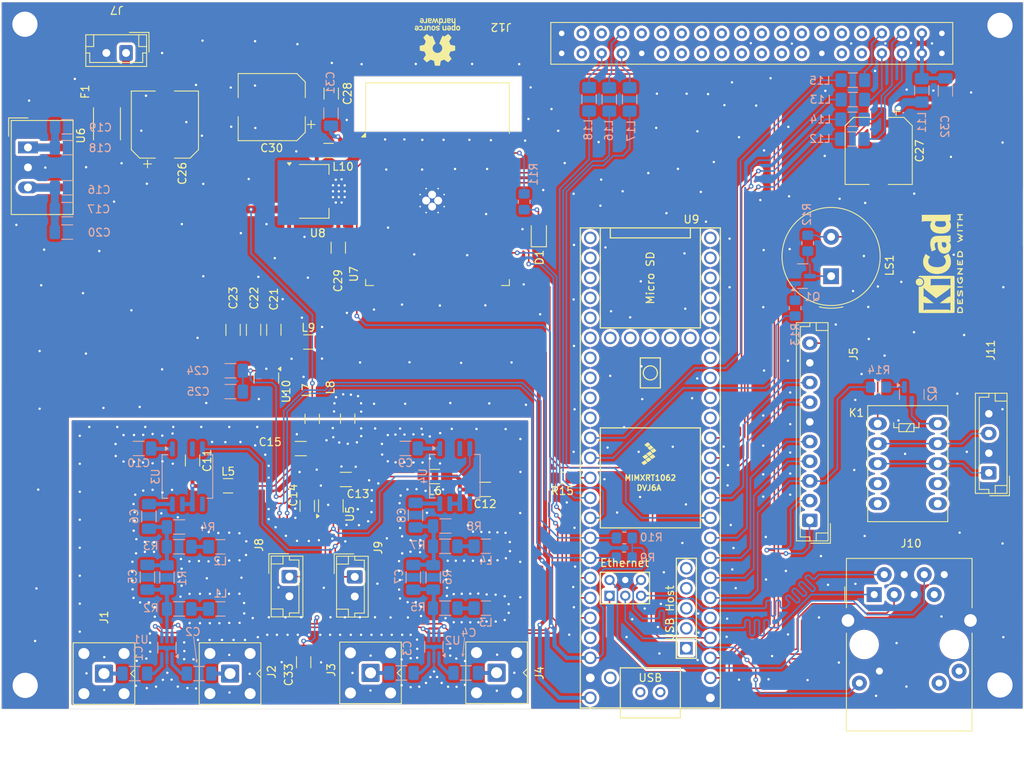
<source format=kicad_pcb>
(kicad_pcb (version 20240108) (generator "pcbnew") (generator_version "8.0")
  (layers (0 "F.Cu" signal) (31 "B.Cu" signal) (34 "B.Paste" user) (35 "F.Paste" user) (36 "B.SilkS" user "B.Silkscreen") (37 "F.SilkS" user "F.Silkscreen") (38 "B.Mask" user) (39 "F.Mask" user) (44 "Edge.Cuts" user))
  (net 0 "")
  (net 1 "Net-(U1-RF2)")
  (net 2 "Net-(J1-In)")
  (net 3 "Net-(U1-RF1)")
  (net 4 "Net-(J2-In)")
  (net 5 "Net-(J3-In)")
  (net 6 "Net-(U2-RF2)")
  (net 7 "Net-(J4-In)")
  (net 8 "Net-(U2-RF1)")
  (net 9 "GND")
  (net 10 "+3.3V")
  (net 14 "INP_SEL")
  (net 16 "Net-(U1-RFC)")
  (net 17 "Net-(C5-Pad2)")
  (net 18 "Net-(U3-INHI)")
  (net 19 "Net-(U2-RFC)")
  (net 20 "Net-(C7-Pad2)")
  (net 21 "Net-(U4-INHI)")
  (net 22 "Net-(U4-INLO)")
  (net 23 "Net-(U3-INLO)")
  (net 24 "Net-(L1-Pad1)")
  (net 25 "Net-(L2-Pad1)")
  (net 26 "Net-(L3-Pad1)")
  (net 27 "Net-(L4-Pad1)")
  (net 28 "Net-(U3-EN)")
  (net 29 "Net-(U4-EN)")
  (net 30 "LOG_OUT1")
  (net 31 "LOG_OUT2")
  (net 32 "UI05")
  (net 33 "+5V")
  (net 34 "UI06")
  (net 35 "SWR-Alarm")
  (net 36 "UI03")
  (net 37 "UI04")
  (net 38 "2,6V REF")
  (net 39 "+12V")
  (net 43 "GNDD")
  (net 44 "TXD1")
  (net 45 "RXD1")
  (net 58 "Net-(U8-VO)")
  (net 59 "Net-(U7-VDD)")
  (net 60 "Net-(J12-Pin_3)")
  (net 63 "Net-(D1-A)")
  (net 78 "Net-(U10-Vin)")
  (net 81 "Net-(J7-Pin_1)")
  (net 92 "Net-(J10-RD-)")
  (net 100 "Net-(J10-RD+)")
  (net 104 "Net-(J12-Pin_33)")
  (net 108 "Net-(J10-TD-)")
  (net 109 "Net-(J10-TD+)")
  (net 114 "Net-(J12-Pin_7)")
  (net 115 "Piezo Alarm")
  (net 121 "Net-(U9-LED)")
  (net 125 "SCL0")
  (net 126 "SDA0")
  (net 127 "RA8875-5")
  (net 128 "RA8875-33")
  (net 129 "RA8875-7")
  (net 130 "RA8875-6")
  (net 131 "RA8875-34")
  (net 132 "RA8875-8")
  (net 133 "RA8875-35")
  (net 138 "Net-(J12-Pin_35)")
  (net 151 "Net-(J12-Pin_8)")
  (net 154 "Net-(J12-Pin_5)")
  (net 156 "Net-(J12-Pin_6)")
  (net 157 "Net-(J12-Pin_34)")
  (net 161 "Net-(J11-Pin_1)")
  (net 163 "Net-(Q2-C)")
  (net 165 "Net-(J11-Pin_3)")
  (net 166 "Net-(Q1-C)")
  (net 167 "Net-(Q1-B)")
  (net 168 "Net-(Q2-B)")
  (net 169 "Net-(U7-IO23)")
  (net 170 "IO0")
  (net 171 "ESP_EN")
  (net 172 "ESP_RXD5")
  (net 173 "ESP_TXD5")
  (net 174 "ESP_TXD1")
  (net 175 "ESP_RXD1")
  (net 176 "Net-(U1-V2)")
  (footprint "Symbol:KiCad-Logo2_5mm_SilkScreen" (layer "F.Cu") (at 202.01 81.72 90)
    (property "Reference" "REF**" (hide yes))
    (property "Value" "KiCad-Logo2_5mm_SilkScreen" (hide yes))
  )
  (footprint "Capacitor_SMD:C_1206_3216Metric_Pad1.33x1.80mm_HandSolder" (layer "F.Cu") (at 120.965 105.22)
    (property "Reference" "C15")
    (property "Value" "100n")
  )
  (footprint "Inductor_SMD:L_1206_3216Metric_Pad1.42x1.75mm_HandSolder" (layer "F.Cu") (at 122.42 101.4425 90)
    (property "Reference" "L7")
    (property "Value" "L")
  )
  (footprint "Inductor_SMD:L_1206_3216Metric_Pad1.42x1.75mm_HandSolder" (layer "F.Cu") (at 124.49 67.36 180)
    (property "Reference" "L10")
    (property "Value" "L")
  )
  (footprint "Resistor_SMD:R_0805_2012Metric_Pad1.20x1.40mm_HandSolder" (layer "F.Cu") (at 154.17 108.95 180)
    (property "Reference" "R15")
    (property "Value" "1k")
  )
  (footprint "Connector_Samtec_HLE_THT:Samtec_HLE-120-02-xx-DV-TE_2x20_P2.54mm_Horizontal" (layer "F.Cu") (at 202.34 55.02 180)
    (property "Reference" "J12")
    (property "Value" "Conn_02x20_Odd_Even")
  )
  (footprint "RF_Module:ESP32-WROOM-32" (layer "F.Cu") (at 138.32 74.63)
    (property "Reference" "U7")
    (property "Value" "ESP32-WROOM-32")
  )
  (footprint "Connector_Coaxial:SMA_BAT_Wireless_BWSMA-KWE-Z001" (layer "F.Cu") (at 95.99 133.795 180)
    (property "Reference" "J1")
    (property "Value" "Conn_Coaxial" (hide yes))
  )
  (footprint "Capacitor_SMD:C_1206_3216Metric_Pad1.33x1.80mm_HandSolder" (layer "F.Cu") (at 121.79 112.495 90)
    (property "Reference" "C14")
    (property "Value" "100n")
  )
  (footprint "Capacitor_SMD:CP_Elec_8x11.9" (layer "F.Cu") (at 103.72 64.07 90)
    (property "Reference" "C26")
    (property "Value" "100uF")
  )
  (footprint "Capacitor_SMD:C_1206_3216Metric_Pad1.33x1.80mm_HandSolder" (layer "F.Cu") (at 114.975 90.1325 -90)
    (property "Reference" "C22")
    (property "Value" "10n")
  )
  (footprint "Capacitor_SMD:C_1206_3216Metric_Pad1.33x1.80mm_HandSolder" (layer "F.Cu") (at 121.33 132.3525 90)
    (property "Reference" "C33")
    (property "Value" "100n")
  )
  (footprint "Converter_DCDC:Converter_DCDC_TRACO_TSR-1_THT" (layer "F.Cu") (at 86.34 66.97 -90)
    (property "Reference" "U6")
    (property "Value" "TSR_1-24150")
  )
  (footprint "Connector_RJ:RJ45_Amphenol_RJMG1BD3B8K1ANR" (layer "F.Cu") (at 193.75 123.76)
    (property "Reference" "J10")
    (property "Value" "RJ45_Amphenol_RJMG1BD3B8K1ANR")
  )
  (footprint "Connector_JST:JST_EH_B2B-EH-A_1x02_P2.50mm_Vertical" (layer "F.Cu") (at 98.79 54.97 180)
    (property "Reference" "J7")
    (property "Value" "Conn_01x02_Socket")
  )
  (footprint "Capacitor_SMD:C_1206_3216Metric_Pad1.33x1.80mm_HandSolder" (layer "F.Cu") (at 112.375 90.145 -90)
    (property "Reference" "C23")
    (property "Value" "1n")
  )
  (footprint "Buzzer_Beeper:Buzzer_TDK_PS1240P02BT_D12.2mm_H6.5mm" (layer "F.Cu") (at 188.28 83.320784 90)
    (property "Reference" "LS1")
    (property "Value" "Speaker_Crystal" (hide yes))
  )
  (footprint "Package_TO_SOT_SMD:TSOT-23-8" (layer "F.Cu") (at 124.785 112.495 90)
    (property "Reference" "U5")
    (property "Value" "AD7991")
  )
  (footprint "Connector_Coaxial:SMA_BAT_Wireless_BWSMA-KWE-Z001" (layer "F.Cu") (at 111.99 133.795 180)
    (property "Reference" "J2")
    (property "Value" "Conn_Coaxial" (hide yes))
  )
  (footprint "Capacitor_SMD:C_1206_3216Metric_Pad1.33x1.80mm_HandSolder" (layer "F.Cu") (at 117.55 90.1325 -90)
    (property "Reference" "C21")
    (property "Value" "10µF")
  )
  (footprint "Capacitor_SMD:C_1206_3216Metric_Pad1.33x1.80mm_HandSolder" (layer "F.Cu") (at 125.73 79.71 90)
    (property "Reference" "C29")
    (property "Value" "1n")
  )
  (footprint "Connector_JST:JST_EH_B2B-EH-A_1x02_P2.50mm_Vertical" (layer "F.Cu") (at 119.52 121.48 -90)
    (property "Reference" "J8")
    (property "Value" "Conn_01x02_Socket" (hide yes))
  )
  (footprint "Capacitor_SMD:CP_Elec_8x11.9" (layer "F.Cu") (at 194.32 67.41 -90)
    (property "Reference" "C27")
    (property "Value" "100uF")
  )
  (footprint "Inductor_SMD:L_1206_3216Metric_Pad1.42x1.75mm_HandSolder" (layer "F.Cu") (at 138 108.775 180)
    (property "Reference" "L6")
    (property "Value" "L")
  )
  (footprint "Inductor_SMD:L_1206_3216Metric_Pad1.42x1.75mm_HandSolder" (layer "F.Cu") (at 111.74 109.945)
    (property "Reference" "L5")
    (property "Value" "L")
  )
  (footprint "Symbol:OSHW-Logo_5.7x6mm_SilkScreen" (layer "F.Cu") (at 138.32 53.58 180)
    (property "Reference" "REF**" (hide yes))
    (property "Value" "OSHW-Logo_5.7x6mm_SilkScreen" (hide yes))
  )
  (footprint "Relay_THT:Relay_DPDT_FRT5" (layer "F.Cu") (at 194.195 102.055)
    (property "Reference" "K1")
    (property "Value" "FRT5")
  )
  (footprint "Connector_JST:JST_EH_B10B-EH-A_1x10_P2.50mm_Vertical" (layer "F.Cu") (at 185.58 114.33 90)
    (property "Reference" "J5")
    (property "Value" "Conn_01x10_Socket")
  )
  (footprint "Capacitor_SMD:CP_Elec_8x11.9" (layer "F.Cu") (at 117.28 61.85 180)
    (property "Reference" "C30")
    (property "Value" "100uF")
  )
  (footprint "Connector_Coaxial:SMA_BAT_Wireless_BWSMA-KWE-Z001" (layer "F.Cu") (at 145.82 133.685 180)
    (property "Reference" "J4")
    (property "Value" "Conn_Coaxial" (hide yes))
  )
  (footprint "LED_SMD:LED_0805_2012Metric" (layer "F.Cu") (at 151.18 77.9 90)
    (property "Reference" "D1")
    (property "Value" "LED")
  )
  (footprint "Connector_Coaxial:SMA_BAT_Wireless_BWSMA-KWE-Z001" (layer "F.Cu") (at 129.82 133.71 180)
    (property "Reference" "J3")
    (property "Value" "Conn_Coaxial" (hide yes))
  )
  (footprint "Fuse:Fuse_2512_6332Metric_Pad1.52x3.35mm_HandSolder" (layer "F.Cu") (at 96.365 63.97 -90)
    (property "Reference" "F1")
    (property "Value" "Polyfuse")
  )
  (footprint "Capacitor_SMD:C_1206_3216Metric_Pad1.33x1.80mm_HandSolder" (layer "F.Cu") (at 144.36 110.405 180)
    (property "Reference" "C12")
    (property "Value" "100n")
  )
  (footprint "Connector_JST:JST_EH_B4B-EH-A_1x04_P2.50mm_Vertical" (layer "F.Cu") (at 208.3 108.3 90)
    (property "Reference" "J11")
    (property "Value" "Conn_01x04_Socket")
  )
  (footprint "Capacitor_SMD:C_1206_3216Metric_Pad1.33x1.80mm_HandSolder" (layer "F.Cu") (at 124.83 60.13 -90)
    (property "Reference" "C28")
    (property "Value" "10n")
  )
  (footprint "Package_TO_SOT_SMD:SOT-223-3_TabPin2" (layer "F.Cu") (at 122.64 72.55)
    (property "Reference" "U8")
    (property "Value" "AMS1117-3.3")
  )
  (footprint "Capacitor_SMD:C_1206_3216Metric_Pad1.33x1.80mm_HandSolder" (layer "F.Cu") (at 107.23 106.735 -90)
    (property "Reference" "C11")
    (property "Value" "100n")
  )
  (footprint "Capacitor_SMD:C_1206_3216Metric_Pad1.33x1.80mm_HandSolder" (layer "F.Cu") (at 126.68 109.145 180)
    (property "Reference" "C13")
    (property "Value" "100n")
  )
  (footprint "Connector_JST:JST_EH_B2B-EH-A_1x02_P2.50mm_Vertical" (layer "F.Cu") (at 127.82 121.505 -90)
    (property "Reference" "J9")
    (property "Value" "Conn_01x02_Socket" (hide yes))
  )
  (footprint "Inductor_SMD:L_1206_3216Metric_Pad1.42x1.75mm_HandSolder" (layer "F.Cu") (at 126.92 101.4125 90)
    (property "Reference" "L8")
    (property "Value" "L")
  )
  (footprint "Package_TO_SOT_SMD:SOT-23" (layer "F.Cu") (at 116.6 96.2575 -90)
    (property "Reference" "U10")
    (property "Value" "ISL60002DIH326Z")
  )
  (footprint "teensy.pretty-master:Teensy41" (layer "F.Cu") (at 165.335 107.67 90)
    (property "Reference" "U9")
    (property "Value" "Teensy4.1")
  )
  (footprint "Inductor_SMD:L_1206_3216Metric_Pad1.42x1.75mm_HandSolder" (layer "F.Cu") (at 121.925 91.6825)
    (property "Reference" "L9")
    (property "Value" "L")
  )
  (footprint "Inductor_SMD:L_1206_3216Metric_Pad1.42x1.75mm_HandSolder" (layer "B.Cu") (at 160.12 60.87 -90)
    (property "Reference" "L16")
    (property "Value" "L")
  )
  (footprint "Capacitor_SMD:C_1206_3216Metric_Pad1.33x1.80mm_HandSolder" (layer "B.Cu") (at 99.9 133.795)
    (property "Reference" "C1")
    (property "Value" "1n")
  )
  (footprint "Capacitor_SMD:C_1206_3216Metric_Pad1.33x1.80mm_HandSolder" (layer "B.Cu") (at 134.26 105.195)
    (property "Reference" "C9")
    (property "Value" "100n")
  )
  (footprint "Resistor_SMD:R_1206_3216Metric_Pad1.30x1.75mm_HandSolder" (layer "B.Cu") (at 139.32 115.055 180)
    (property "Reference" "R8")
    (property "Value" "52R3")
  )
  (footprint "Resistor_SMD:R_1206_3216Metric_Pad1.30x1.75mm_HandSolder" (layer "B.Cu") (at 139.3 117.625 180)
    (property "Reference" "R7")
    (property "Value" "69R8")
  )
  (footprint "Resistor_SMD:R_1206_3216Metric_Pad1.30x1.75mm_HandSolder" (layer "B.Cu") (at 105.53 115.175 180)
    (property "Reference" "R4")
    (property "Value" "52R3")
  )
  (footprint "Resistor_SMD:R_0805_2012Metric_Pad1.20x1.40mm_HandSolder" (layer "B.Cu") (at 185.31 79.13 90)
    (property "Reference" "R12")
    (property "Value" "1k")
  )
  (footprint "Capacitor_SMD:C_1206_3216Metric_Pad1.33x1.80mm_HandSolder" (layer "B.Cu") (at 202.79 59.76 90)
    (property "Reference" "C32")
    (property "Value" "100n")
  )
  (footprint "Package_SO:SO-8_5.3x6.2mm_P1.27mm" (layer "B.Cu") (at 106.58 108.765 -90)
    (property "Reference" "U3")
    (property "Value" "AD8307")
  )
  (footprint "Capacitor_SMD:C_1206_3216Metric_Pad1.33x1.80mm_HandSolder" (layer "B.Cu") (at 108.07 133.795 180)
    (property "Reference" "C2")
    (property "Value" "1n")
  )
  (footprint "Package_TO_SOT_SMD:SOT-23" (layer "B.Cu") (at 184.6475 83.32)
    (property "Reference" "Q1")
    (property "Value" "MMBT3904")
  )
  (footprint "Inductor_SMD:L_1206_3216Metric_Pad1.42x1.75mm_HandSolder" (layer "B.Cu") (at 157.56 60.85 -90)
    (property "Reference" "L18")
    (property "Value" "L")
  )
  (footprint "Capacitor_SMD:C_1206_3216Metric_Pad1.33x1.80mm_HandSolder" (layer "B.Cu") (at 91.34 64.345 180)
    (property "Reference" "C19")
    (property "Value" "1n")
  )
  (footprint "Resistor_SMD:R_1206_3216Metric_Pad1.30x1.75mm_HandSolder" (layer "B.Cu") (at 139.3 125.485 180)
    (property "Reference" "R5")
    (property "Value" "69R8")
  )
  (footprint "Capacitor_SMD:C_1206_3216Metric_Pad1.33x1.80mm_HandSolder" (layer "B.Cu") (at 101.69 113.835 90)
    (property "Reference" "C6")
    (property "Value" "100n")
  )
  (footprint "Capacitor_SMD:C_1206_3216Metric_Pad1.33x1.80mm_HandSolder" (layer "B.Cu") (at 141.91 133.715 180)
    (property "Reference" "C4")
    (property "Value" "1n")
  )
  (footprint "Resistor_SMD:R_0805_2012Metric_Pad1.20x1.40mm_HandSolder" (layer "B.Cu") (at 162.04 116.57)
    (property "Reference" "R10")
    (property "Value" "2k2")
  )
  (footprint "Capacitor_SMD:C_1206_3216Metric_Pad1.33x1.80mm_HandSolder" (layer "B.Cu") (at 124.8 62.65 -90)
    (property "Reference" "C31")
    (property "Value" "10n")
  )
  (footprint "Capacitor_SMD:C_1206_3216Metric_Pad1.33x1.80mm_HandSolder" (layer "B.Cu") (at 112.05 97.9825)
    (property "Reference" "C25")
    (property "Value" "1n")
  )
  (footprint "Resistor_SMD:R_1206_3216Metric_Pad1.30x1.75mm_HandSolder" (layer "B.Cu") (at 105.52 117.685 180)
    (property "Reference" "R3")
    (property "Value" "69R8")
  )
  (footprint "Resistor_SMD:R_0805_2012Metric_Pad1.20x1.40mm_HandSolder" (layer "B.Cu") (at 149.32 73.87 90)
    (property "Reference" "R11")
    (property "Value" "1k")
  )
  (footprint "Capacitor_SMD:C_1206_3216Metric_Pad1.33x1.80mm_HandSolder" (layer "B.Cu") (at 112.05 95.3325)
    (property "Reference" "C24")
    (property "Value" "10n")
  )
  (footprint "Resistor_SMD:R_1206_3216Metric_Pad1.30x1.75mm_HandSolder" (layer "B.Cu") (at 103.98 121.595 90)
    (property "Reference" "R1")
    (property "Value" "150R")
  )
  (footprint "Capacitor_SMD:C_1206_3216Metric_Pad1.33x1.80mm_HandSolder" (layer "B.Cu") (at 135.53 113.675 90)
    (property "Reference" "C8")
    (property "Value" "100n")
  )
  (footprint "Inductor_SMD:L_1206_3216Metric_Pad1.42x1.75mm_HandSolder" (layer "B.Cu") (at 191 63.4 180)
    (property "Reference" "L14")
    (property "Value" "L")
  )
  (footprint "Capacitor_SMD:C_1206_3216Metric_Pad1.33x1.80mm_HandSolder" (layer "B.Cu") (at 91.315 77.72 180)
    (property "Reference" "C20")
    (property "Value" "10µF")
  )
  (footprint "Resistor_SMD:R_1206_3216Metric_Pad1.30x1.75mm_HandSolder" (layer "B.Cu") (at 137.77 121.575 90)
    (property "Reference" "R6")
    (property "Value" "150R")
  )
  (footprint "Package_TO_SOT_SMD:SOT-363_SC-70-6_Handsoldering" (layer "B.Cu") (at 103.98 130.515 90)
    (property "Reference" "U1")
    (property "Value" "PE4259")
  )
  (footprint "Capacitor_SMD:C_1206_3216Metric_Pad1.33x1.80mm_HandSolder" (layer "B.Cu") (at 91.3275 72.095 180)
    (property "Reference" "C16")
    (property "Value" "1n")
  )
  (footprint "Capacitor_SMD:C_1206_3216Metric_Pad1.33x1.80mm_HandSolder" (layer "B.Cu") (at 133.73 133.715)
    (property "Reference" "C3")
    (property "Value" "1n")
  )
  (footprint "Package_TO_SOT_SMD:SOT-23" (layer "B.Cu") (at 198.52 98.3375 -90)
    (property "Reference" "Q2")
    (property "Value" "MMBT3904")
  )
  (footprint "Resistor_SMD:R_0805_2012Metric_Pad1.20x1.40mm_HandSolder" (layer "B.Cu") (at 194.3 97.41)
    (property "Reference" "R14")
    (property "Value" "4k7")
  )
  (footprint "Inductor_SMD:L_1206_3216Metric_Pad1.42x1.75mm_HandSolder" (layer "B.Cu") (at 191.04 60.89 180)
    (property "Reference" "L13")
    (property "Value" "L")
  )
  (footprint "Resistor_SMD:R_1206_3216Metric_Pad1.30x1.75mm_HandSolder" (layer "B.Cu") (at 105.53 125.585 180)
    (property "Reference" "R2")
    (property "Value" "69R8")
  )
  (footprint "Inductor_SMD:L_1206_3216Metric_Pad1.42x1.75mm_HandSolder" (layer "B.Cu") (at 199.79 59.72 -90)
    (property "Reference" "L11")
    (property "Value" "L")
  )
  (footprint "Resistor_SMD:R_0805_2012Metric_Pad1.20x1.40mm_HandSolder" (layer "B.Cu") (at 183.71 87.38 90)
    (property "Reference" "R13")
    (property "Value" "10k")
  )
  (footprint "Capacitor_SMD:C_1206_3216Metric_Pad1.33x1.80mm_HandSolder" (layer "B.Cu") (at 91.315 74.87 180)
    (property "Reference" "C17")
    (property "Value" "10n")
  )
  (footprint "Capacitor_SMD:C_1206_3216Metric_Pad1.33x1.80mm_HandSolder" (layer "B.Cu") (at 135.25 121.575 90)
    (property "Reference" "C7")
    (property "Value" "10p")
  )
  (footprint "Resistor_SMD:R_0805_2012Metric_Pad1.20x1.40mm_HandSolder" (layer "B.Cu") (at 162.015 119.095)
    (property "Reference" "R9")
    (property "Value" "2k2")
  )
  (footprint "Inductor_SMD:L_1206_3216Metric_Pad1.42x1.75mm_HandSolder" (layer "B.Cu") (at 191.04 58.43 180)
    (property "Reference" "L15")
    (property "Value" "L")
  )
  (footprint "Inductor_SMD:L_1206_3216Metric_Pad1.42x1.75mm_HandSolder" (layer "B.Cu") (at 144.46 117.625)
    (property "Reference" "L4")
    (property "Value" "L")
  )
  (footprint "Inductor_SMD:L_1206_3216Metric_Pad1.42x1.75mm_HandSolder" (layer "B.Cu") (at 110.76 117.695)
    (property "Reference" "L2")
    (property "Value" "L")
  )
  (footprint "Package_SO:SO-8_5.3x6.2mm_P1.27mm" (layer "B.Cu") (at 140.52 108.725 -90)
    (property "Reference" "U4")
    (property "Value" "AD8307")
  )
  (footprint "Capacitor_SMD:C_1206_3216Metric_Pad1.33x1.80mm_HandSolder" (layer "B.Cu") (at 101.5 121.565 90)
    (property "Reference" "C5")
    (property "Value" "10p")
  )
  (footprint "Capacitor_SMD:C_1206_3216Metric_Pad1.33x1.80mm_HandSolder" (layer "B.Cu") (at 91.315 66.995 180)
    (property "Reference" "C18")
    (property "Value" "10n")
  )
  (footprint "Capacitor_SMD:C_1206_3216Metric_Pad1.33x1.80mm_HandSolder" (layer "B.Cu") (at 100.4 105.205)
    (property "Reference" "C10")
    (property "Value" "100n")
  )
  (footprint "Inductor_SMD:L_1206_3216Metric_Pad1.42x1.75mm_HandSolder" (layer "B.Cu") (at 110.76 125.585)
    (property "Reference" "L1")
    (property "Value" "L")
  )
  (footprint "Inductor_SMD:L_1206_3216Metric_Pad1.42x1.75mm_HandSolder" (layer "B.Cu") (at 162.71 60.87 -90)
    (property "Reference" "L17")
    (property "Value" "L")
  )
  (footprint "Package_TO_SOT_SMD:SOT-363_SC-70-6_Handsoldering" (layer "B.Cu") (at 137.86 130.395 90)
    (property "Reference" "U2")
    (property "Value" "PE4259")
  )
  (footprint "Inductor_SMD:L_1206_3216Metric_Pad1.42x1.75mm_HandSolder" (layer "B.Cu") (at 144.46 125.485)
    (property "Reference" "L3")
    (property "Value" "L")
  )
  (footprint "Inductor_SMD:L_1206_3216Metric_Pad1.42x1.75mm_HandSolder" (layer "B.Cu") (at 190.98 65.9 180)
    (property "Reference" "L12")
    (property "Value" "L")
  )
  (gr_rect (start 118.12 68.7) (end 128.12 76.72) (stroke (width 0.2)) (fill solid) (layer "B.Cu") (net 58))
  (gr_line (start 141.52 131.6) (end 141.4 131.28) (stroke (width 0.1)) (layer "B.SilkS"))
  (gr_line (start 141.76 129.21) (end 141.52 131.6) (stroke (width 0.1)) (layer "B.SilkS"))
  (gr_line (start 107.77 132.37) (end 107.83 132.03) (stroke (width 0.1)) (layer "B.SilkS"))
  (gr_line (start 107.36 129.09) (end 107.77 132.37) (stroke (width 0.1)) (layer "B.SilkS"))
  (gr_line (start 141.52 131.6) (end 141.69 131.31) (stroke (width 0.1)) (layer "B.SilkS"))
  (gr_line (start 107.77 132.37) (end 107.62 132.08) (stroke (width 0.1)) (layer "B.SilkS"))
  (gr_rect (start 82.99 48.52) (end 212.64 138.295) (stroke (width 0.05)) (fill none) (layer "Edge.Cuts"))
  (gr_rect (start 127.74 57.945) (end 149.015 64.97) (stroke (width 0.05)) (fill none) (layer "Edge.Cuts"))
  (gr_text "DJ1YR" (at 212.365 79.445 90) (layer "F.Cu") (effects (font (size 1.5 1.5) (thickness 0.3) (bold yes)) (justify left bottom)))
  (gr_text "REV 2.7" (at 83.165 88.645 270) (layer "F.Cu") (effects (font (size 1.3 1.3) (thickness 0.3) (bold yes)) (justify left bottom)))
  (segment (start 102.34 133.795) (end 103.33 132.805) (width 0.4) (layer "B.Cu") (net 1))
  (segment (start 103.33 132.805) (end 103.33 131.845) (width 0.4) (layer "B.Cu") (net 1))
  (segment (start 101.4625 133.795) (end 102.34 133.795) (width 0.4) (layer "B.Cu") (net 1))
  (segment (start 95.99 133.795) (end 98.3375 133.795) (width 0.5) (layer "B.Cu") (net 2))
  (segment (start 105.8025 133.795) (end 106.5075 133.795) (width 0.4) (layer "B.Cu") (net 3))
  (segment (start 104.63 132.6225) (end 105.8025 133.795) (width 0.4) (layer "B.Cu") (net 3))
  (segment (start 104.63 131.9525) (end 104.63 132.6225) (width 0.4) (layer "B.Cu") (net 3))
  (segment (start 111.99 133.795) (end 109.6325 133.795) (width 0.5) (layer "B.Cu") (net 4))
  (segment (start 129.82 133.715) (end 132.1675 133.715) (width 0.5) (layer "B.Cu") (net 5))
  (segment (start 137.21 132.685) (end 136.18 133.715) (width 0.4) (layer "B.Cu") (net 6))
  (segment (start 137.21 131.725) (end 137.21 132.685) (width 0.4) (layer "B.Cu") (net 6))
  (segment (start 136.18 133.715) (end 135.2925 133.715) (width 0.4) (layer "B.Cu") (net 6))
  (segment (start 145.82 133.715) (end 143.4725 133.715) (width 0.5) (layer "B.Cu") (net 7))
  (segment (start 139.6325 133.715) (end 140.3475 133.715) (width 0.4) (layer "B.Cu") (net 8))
  (segment (start 138.51 132.5925) (end 139.6325 133.715) (width 0.4) (layer "B.Cu") (net 8))
  (segment (start 138.51 131.725) (end 138.51 132.5925) (width 0.4) (layer "B.Cu") (net 8))
  (segment (start 124.46 111.3575) (end 124.46 110.56) (width 0.2) (layer "F.Cu") (net 9))
  (segment (start 123.82 109.92) (end 123.515 109.92) (width 0.2) (layer "F.Cu") (net 9))
  (segment (start 124.46 110.56) (end 123.82 109.92) (width 0.2) (layer "F.Cu") (net 9))
  (segment (start 124.46 111.3575) (end 124.46 112.355) (width 0.2) (layer "F.Cu") (net 9))
  (segment (start 124.46 112.355) (end 124.45 112.365) (width 0.2) (layer "F.Cu") (net 9))
  (via (at 148.82 119.605) (size 0.6) (drill 0.3) (layers "F.Cu" "B.Cu") (net 9))
  (via (at 96.02 135.875) (size 0.6) (drill 0.3) (layers "F.Cu" "B.Cu") (net 9))
  (via (at 132.515 128.87) (size 0.6) (drill 0.3) (layers "F.Cu" "B.Cu") (net 9))
  (via (at 105.84 120.475) (size 0.6) (drill 0.3) (layers "F.Cu" "B.Cu") (net 9))
  (via (at 103.41 110.805) (size 0.6) (drill 0.3) (layers "F.Cu" "B.Cu") (net 9))
  (via (at 104.72 107.135) (size 0.6) (drill 0.3) (layers "F.Cu" "B.Cu") (net 9))
  (via (at 139.93 130.575) (size 0.6) (drill 0.3) (layers "F.Cu" "B.Cu") (net 9))
  (via (at 118.14 122.845) (size 0.6) (drill 0.3) (layers "F.Cu" "B.Cu") (net 9))
  (via (at 109.04 121.695) (size 0.6) (drill 0.3) (layers "F.Cu" "B.Cu") (net 9))
  (via (at 108.17 127.395) (size 0.6) (drill 0.3) (layers "F.Cu" "B.Cu") (net 9))
  (via (at 130.695 122.38) (size 0.6) (drill 0.3) (layers "F.Cu" "B.Cu") (net 9))
  (via (at 134.9 116.855) (size 0.6) (drill 0.3) (layers "F.Cu" "B.Cu") (net 9))
  (via (at 111.89 127.365) (size 0.6) (drill 0.3) (layers "F.Cu" "B.Cu") (net 9))
  (via (at 147.5 117.085) (size 0.6) (drill 0.3) (layers "F.Cu" "B.Cu") (net 9))
  (via (at 103.27 113.445) (size 0.6) (drill 0.3) (layers "F.Cu" "B.Cu") (net 9))
  (via (at 130.41 102.665) (size 0.6) (drill 0.3) (layers "F.Cu" "B.Cu") (net 9))
  (via (at 129.99 110.505) (size 0.6) (drill 0.3) (layers "F.Cu" "B.Cu") (net 9))
  (via (at 142.82 119.465) (size 0.6) (drill 0.3) (layers "F.Cu" "B.Cu") (net 9))
  (via (at 135.75 130.645) (size 0.6) (drill 0.3) (layers "F.Cu" "B.Cu") (net 9))
  (via (at 133.64 113.245) (size 0.6) (drill 0.3) (layers "F.Cu" "B.Cu") (net 9))
  (via (at 128.09 104.425) (size 0.6) (drill 0.3) (layers "F.Cu" "B.Cu") (net 9))
  (via (at 105.36 113.945) (size 0.6) (drill 0.3) (layers "F.Cu" "B.Cu") (net 9))
  (via (at 122.015 128.87) (size 0.6) (drill 0.3) (layers "F.Cu" "B.Cu") (net 9))
  (via (at 114.02 118.735) (size 0.6) (drill 0.3) (layers "F.Cu" "B.Cu") (net 9))
  (via (at 133.57 115.305) (size 0.6) (drill 0.3) (layers "F.Cu" "B.Cu") (net 9))
  (via (at 126.93 104.605) (size 0.6) (drill 0.3) (layers "F.Cu" "B.Cu") (net 9))
  (via (at 113.79 126.155) (size 0.6) (drill 0.3) (layers "F.Cu" "B.Cu") (net 9))
  (via (at 144.91 115.845) (size 0.6) (drill 0.3) (layers "F.Cu" "B.Cu") (net 9))
  (via (at 102.34 117.135) (size 0.6) (drill 0.3) (layers "F.Cu" "B.Cu") (net 9))
  (via (at 132.01 103.505) (size 0.6) (drill 0.3) (layers "F.Cu" "B.Cu") (net 9))
  (via (at 143.27 102.725) (size 0.6) (drill 0.3) (layers "F.Cu" "B.Cu") (net 9))
  (via (at 99.8 106.895) (size 0.6) (drill 0.3) (layers "F.Cu" "B.Cu") (net 9))
  (via (at 123.515 109.92) (size 0.6) (drill 0.3) (layers "F.Cu" "B.Cu") (net 9))
  (via (at 92.915 128.47) (size 0.6) (drill 0.3) (layers "F.Cu" "B.Cu") (net 9))
  (via (at 100.97 110.555) (size 0.6) (drill 0.3) (layers "F.Cu" "B.Cu") (net 9))
  (via (at 110.66 123.645) (size 0.6) (drill 0.3) (layers "F.Cu" "B.Cu") (net 9))
  (via (at 134.89 118.325) (size 0.6) (drill 0.3) (layers "F.Cu" "B.Cu") (net 9))
  (via (at 133.83 116.355) (size 0.6) (drill 0.3) (layers "F.Cu" "B.Cu") (net 9))
  (via (at 113.19 119.415) (size 0.6) (drill 0.3) (layers "F.Cu" "B.Cu") (net 9))
  (via (at 121.99 116.955) (size 0.6) (drill 0.3) (layers "F.Cu" "B.Cu") (net 9))
  (via (at 123.54 132.37) (size 0.6) (drill 0.3) (layers "F.Cu" "B.Cu") (net 9))
  (via (at 108.46 115.255) (size 0.6) (drill 0.3) (layers "F.Cu" "B.Cu") (net 9))
  (via (at 99.6 121.985) (size 0.6) (drill 0.3) (layers "F.Cu" "B.Cu") (net 9))
  (via (at 124.74 126.645) (size 0.6) (drill 0.3) (layers "F.Cu" "B.Cu") (net 9))
  (via (at 96.03 131.705) (size 0.6) (drill 0.3) (layers "F.Cu" "B.Cu") (net 9))
  (via (at 113.44 121.62) (size 0.6) (drill 0.3) (layers "F.Cu" "B.Cu") (net 9))
  (via (at 99.88 114.365) (size 0.6) (drill 0.3) (layers "F.Cu" "B.Cu") (net 9))
  (via (at 144.89 119.425) (size 0.6) (drill 0.3) (layers "F.Cu" "B.Cu") (net 9))
  (via (at 133.44 119.515) (size 0.6) (drill 0.3) (layers "F.Cu" "B.Cu") (net 9))
  (via (at 128.64 102.655) (size 0.6) (drill 0.3) (layers "F.Cu" "B.Cu") (net 9))
  (via (at 102.44 126.575) (size 0.6) (drill 0.3) (layers "F.Cu" "B.Cu") (net 9))
  (via (at 100.15 132.175) (size 0.6) (drill 0.3) (layers "F.Cu" "B.Cu") (net 9))
  (via (at 119.015 126.645) (size 0.6) (drill 0.3) (layers "F.Cu" "B.Cu") (net 9))
  (via (at 139.62 119.465) (size 0.6) (drill 0.3) (layers "F.Cu" "B.Cu") (net 9))
  (via (at 137.34 103.675) (size 0.6) (drill 0.3) (layers "F.Cu" "B.Cu") (net 9))
  (via (at 109.39 129.52) (size 0.6) (drill 0.3) (layers "F.Cu" "B.Cu") (net 9))
  (via (at 146.85 123.975) (size 0.6) (drill 0.3) (layers "F.Cu" "B.Cu") (net 9))
  (via (at 136.12 117.565) (size 0.6) (drill 0.3) (layers "F.Cu" "B.Cu") (net 9))
  (via (at 99.62 123.095) (size 0.6) (drill 0.3) (layers "F.Cu" "B.Cu") (net 9))
  (via (at 99.74 124.185) (size 0.6) (drill 0.3) (layers "F.Cu" "B.Cu") (net 9))
  (via (at 134.915 128.87) (size 0.6) (drill 0.3) (layers "F.Cu" "B.Cu") (net 9))
  (via (at 124.23 104.165) (size 0.6) (drill 0.3) (layers "F.Cu" "B.Cu") (net 9))
  (via (at 111.4 104.405) (size 0.6) (drill 0.3) (layers "F.Cu" "B.Cu") (net 9))
  (via (at 114.865 126.745) (size 0.6) (drill 0.3) (layers "F.Cu" "B.Cu") (net 9))
  (via (at 141.7 119.455) (size 0.6) (drill 0.3) (layers "F.Cu" "B.Cu") (net 9))
  (via (at 133.84 128.87) (size 0.6) (drill 0.3) (layers "F.Cu" "B.Cu") (net 9))
  (via (at 139.03 110.415) (size 0.6) (drill 0.3) (layers "F.Cu" "B.Cu") (net 9))
  (via (at 136.01 135.465) (size 0.6) (drill 0.3) (layers "F.Cu" "B.Cu") (net 9))
  (via (at 124.45 112.365) (size 0.6) (drill 0.3) (layers "F.Cu" "B.Cu") (net 9))
  (via (at 136.42 106.985) (size 0.6) (drill 0.3) (layers "F.Cu" "B.Cu") (net 9))
  (via (at 140.64 119.465) (size 0.6) (drill 0.3) (layers "F.Cu" "B.Cu") (net 9))
  (via (at 100.06 118.525) (size 0.6) (drill 0.3) (layers "F.Cu" "B.Cu") (net 9))
  (via (at 101.37 131.885) (size 0.6) (drill 0.3) (layers "F.Cu" "B.Cu") (net 9))
  (via (at 129.64 109.245) (size 0.6) (drill 0.3) (layers "F.Cu" "B.Cu") (net 9))
  (via (at 109.28 115.825) (size 0.6) (drill 0.3) (layers "F.Cu" "B.Cu") (net 9))
  (via (at 113.89 129.52) (size 0.6) (drill 0.3) (layers "F.Cu" "B.Cu") (net 9))
  (via (at 147.52 118.245) (size 0.6) (drill 0.3) (layers "F.Cu" "B.Cu") (net 9))
  (via (at 142.48 127.285) (size 0.6) (drill 0.3) (layers "F.Cu" "B.Cu") (net 9))
  (via (at 115.515 129.17) (size 0.6) (drill 0.3) (layers "F.Cu" "B.Cu") (net 9))
  (via (at 102.34 118.335) (size 0.6) (drill 0.3) (layers "F.Cu" "B.Cu") (net 9))
  (via (at 111.893571 102.47) (size 0.6) (drill 0.3) (layers "F.Cu" "B.Cu") (net 9))
  (via (at 140.38 123.705) (size 0.6) (drill 0.3) (layers "F.Cu" "B.Cu") (net 9))
  (via (at 135.56 124.725) (size 0.6) (drill 0.3) (layers "F.Cu" "B.Cu") (net 9))
  (via (at 135.28 106.985) (size 0.6) (drill 0.3) (layers "F.Cu" "B.Cu") (net 9))
  (via (at 92.915 110.702145) (size 0.6) (drill 0.3) (layers "F.Cu" "B.Cu") (net 9))
  (via (at 116.46 105.995) (size 0.6) (drill 0.3) (layers "F.Cu" "B.Cu") (net 9))
  (via (at 116.89 112.905) (size 0.6) (drill 0.3) (layers "F.Cu" "B.Cu") (net 9))
  (via (at 127.315 128.87) (size 0.6) (drill 0.3) (layers "F.Cu" "B.Cu") (net 9))
  (via (at 99.6 119.595) (size 0.6) (drill 0.3) (layers "F.Cu" "B.Cu") (net 9))
  (via (at 142.83 115.765) (size 0.6) (drill 0.3) (layers "F.Cu" "B.Cu") (net 9))
  (via (at 105.84 122.635) (size 0.6) (drill 0.3) (layers "F.Cu" "B.Cu") (net 9))
  (via (at 109.71 104.375) (size 0.6) (drill 0.3) (layers "F.Cu" "B.Cu") (net 9))
  (via (at 143.5 123.635) (size 0.6) (drill 0.3) (layers "F.Cu" "B.Cu") (net 9))
  (via (at 104.57 134.565) (size 0.6) (drill 0.3) (layers "F.Cu" "B.Cu") (net 9))
  (via (at 147.36 126.085) (size 0.6) (drill 0.3) (layers "F.Cu" "B.Cu") (net 9))
  (via (at 131.27 104.625) (size 0.6) (drill 0.3) (layers "F.Cu" "B.Cu") (net 9))
  (via (at 99.76 115.645) (size 0.6) (drill 0.3) (layers "F.Cu" "B.Cu") (net 9))
  (via (at 129.52 114.455) (size 0.6) (drill 0.3) (layers "F.Cu" "B.Cu") (net 9))
  (via (at 110.965 129.52) (size 0.6) (drill 0.3) (layers "F.Cu" "B.Cu") (net 9))
  (via (at 138.64 107.105) (size 0.6) (drill 0.3) (layers "F.Cu" "B.Cu") (net 9))
  (via (at 117.77 115.205) (size 0.6) (drill 0.3) (layers "F.Cu" "B.Cu") (net 9))
  (via (at 103.39 103.575) (size 0.6) (drill 0.3) (layers "F.Cu" "B.Cu") (net 9))
  (via (at 120.49 116.935) (size 0.6) (drill 0.3) (layers "F.Cu" "B.Cu") (net 9))
  (via (at 104.69 103.305) (size 0.6) (drill 0.3) (layers "F.Cu" "B.Cu") (net 9))
  (via (at 130.81 109.645) (size 0.6) (drill 0.3) (layers "F.Cu" "B.Cu") (net 9))
  (via (at 98.47 106.865) (size 0.6) (drill 0.3) (layers "F.Cu" "B.Cu") (net 9))
  (via (at 148.82 113.405) (size 0.6) (drill 0.3) (layers "F.Cu" "B.Cu") (net 9))
  (via (at 145.85 135.975) (size 0.6) (drill 0.3) (layers "F.Cu" "B.Cu") (net 9))
  (via (at 103.41 106.845) (size 0.6) (drill 0.3) (layers "F.Cu" "B.Cu") (net 9))
  (via (at 127.94 107.525) (size 0.6) (drill 0.3) (layers "F.Cu" "B.Cu") (net 9))
  (via (at 143.51 127.285) (size 0.6) (drill 0.3) (layers "F.Cu" "B.Cu") (net 9))
  (via (at 113.2 127.355) (size 0.6) (drill 0.3) (layers "F.Cu" "B.Cu") (net 9))
  (via (at 129.94 113.285) (size 0.6) (drill 0.3) (layers "F.Cu" "B.Cu") (net 9))
  (via (at 145.93 115.865) (size 0.6) (drill 0.3) (layers "F.Cu" "B.Cu") (net 9))
  (via (at 97.679287 102.47) (size 0.6) (drill 0.3) (layers "F.Cu" "B.Cu") (net 9))
  (via (at 105.76 119.245) (size 0.6) (drill 0.3) (layers "F.Cu" "B.Cu") (net 9))
  (via (at 136.29 102.695) (size 0.6) (drill 0.3) (layers "F.Cu" "B.Cu") (net 9))
  (via (at 132.365 126.67) (size 0.6) (drill 0.3) (layers "F.Cu" "B.Cu") (net 9))
  (via (at 127.53 133.715) (size 0.6) (drill 0.3) (layers "F.Cu" "B.Cu") (net 9))
  (via (at 107.915 129.52) (size 0.6) (drill 0.3) (layers "F.Cu" "B.Cu") (net 9))
  (via (at 98.47 103.505) (size 0.6) (drill 0.3) (layers "F.Cu" "B.Cu") (net 9))
  (via (at 138.27 134.225) (size 0.6) (drill 0.3) (layers "F.Cu" "B.Cu") (net 9))
  (via (at 119.08 116.295) (size 0.6) (drill 0.3) (layers "F.Cu" "B.Cu") (net 9))
  (via (at 140.74 135.475) (size 0.6) (drill 0.3) (layers "F.Cu" "B.Cu") (net 9))
  (via (at 106.83 119.545) (size 0.6) (drill 0.3) (layers "F.Cu" "B.Cu") (net 9))
  (via (at 122.99 107.895) (size 0.6) (drill 0.3) (layers "F.Cu" "B.Cu") (net 9))
  (via (at 101.86 131.005) (size 0.6) (drill 0.3) (layers "F.Cu" "B.Cu") (net 9))
  (via (at 102.16 110.455) (size 0.6) (drill 0.3) (layers "F.Cu" "B.Cu") (net 9))
  (via (at 111.86 123.665) (size 0.6) (drill 0.3) (layers "F.Cu" "B.Cu") (net 9))
  (via (at 139.34 126.765) (size 0.6) (drill 0.3) (layers "F.Cu" "B.Cu") (net 9))
  (via (at 125.965 128.87) (size 0.6) (drill 0.3) (layers "F.Cu" "B.Cu") (net 9))
  (via (at 92.915 103.595) (size 0.6) (drill 0.3) (layers "F.Cu" "B.Cu") (net 9))
  (via (at 139.51 123.925) (size 0.6) (drill 0.3) (layers "F.Cu" "B.Cu") (net 9))
  (via (at 133.77 135.275) (size 0.6) (drill 0.3) (layers "F.Cu" "B.Cu") (net 9))
  (via (at 126.565 126.645) (size 0.6) (drill 0.3) (layers "F.Cu" "B.Cu") (net 9))
  (via (at 139.54 122.895) (size 0.6) (drill 0.3) (layers "F.Cu" "B.Cu") (net 9))
  (via (at 132.98 103.445) (size 0.6) (drill 0.3) (layers "F.Cu" "B.Cu") (net 9))
  (via (at 104.786429 102.47) (size 0.6) (drill 0.3) (layers "F.Cu" "B.Cu") (net 9))
  (via (at 113.77 124.835) (size 0.6) (drill 0.3) (layers "F.Cu" "B.Cu") (net 9))
  (via (at 111.89 131.425) (size 0.6) (drill 0.3) (layers "F.Cu" "B.Cu") (net 9))
  (via (at 133.77 132.005) (size 0.6) (drill 0.3) (layers "F.Cu" "B.Cu") (net 9))
  (via (at 134.51 110.405) (size 0.6) (drill 0.3) (layers "F.Cu" "B.Cu") (net 9))
  (via (at 109.42 127.395) (size 0.6) (drill 0.3) (layers "F.Cu" "B.Cu") (net 9))
  (via (at 101.42 135.645) (size 0.6) (drill 0.3) (layers "F.Cu" "B.Cu") (net 9))
  (via (at 124.69 128.87) (size 0.6) (drill 0.3) (layers "F.Cu" "B.Cu") (net 9))
  (via (at 139.56 120.725) (size 0.6) (drill 0.3) (layers "F.Cu" "B.Cu") (net 9))
  (via (at 116.915 126.645) (size 0.6) (drill 0.3) (layers "F.Cu" "B.Cu") (net 9))
  (via (at 101.82 128.715) (size 0.6) (drill 0.3) (layers "F.Cu" "B.Cu") (net 9))
  (via (at 92.915 121.362858) (size 0.6) (drill 0.3) (layers "F.Cu" "B.Cu") (net 9))
  (via (at 121.015 126.645) (size 0.6) (drill 0.3) (layers "F.Cu" "B.Cu") (net 9))
  (via (at 134.565 126.67) (size 0.6) (drill 0.3) (layers "F.Cu" "B.Cu") (net 9))
  (via (at 136.11 118.385) (size 0.6) (drill 0.3) (layers "F.Cu" "B.Cu") (net 9))
  (via (at 137.42 134.235) (size 0.6) (drill 0.3) (layers "F.Cu" "B.Cu") (net 9))
  (via (at 130.39 126.645) (size 0.6) (drill 0.3) (layers "F.Cu" "B.Cu") (net 9))
  (via (at 102.16 107.085) (size 0.6) (drill 0.3) (layers "F.Cu" "B.Cu") (net 9))
  (via (at 106.17 129.835) (size 0.6) (drill 0.3) (layers "F.Cu" "B.Cu") (net 9))
  (via (at 114.48 133.825) (size 0.6) (drill 0.3) (layers "F.Cu" "B.Cu") (net 9))
  (via (at 136.86 134.985) (size 0.6) (drill 0.3) (layers "F.Cu" "B.Cu") (net 9))
  (via (at 131.3 105.975) (size 0.6) (drill 0.3) (layers "F.Cu" "B.Cu") (net 9))
  (via (at 107.35 131.985) (size 0.6) (drill 0.3) (layers "F.Cu" "B.Cu") (net 9))
  (via (at 106.58 135.635) (size 0.6) (drill 0.3) (layers "F.Cu" "B.Cu") (net 9))
  (via (at 109.43 123.665) (size 0.6) (drill 0.3) (layers "F.Cu" "B.Cu") (net 9))
  (via (at 138.85 134.985) (size 0.6) (drill 0.3) (layers "F.Cu" "B.Cu") (net 9))
  (via (at 108.17 123.665) (size 0.6) (drill 0.3) (layers "F.Cu" "B.Cu") (net 9))
  (via (at 145.89 131.395) (size 0.6) (drill 0.3) (layers "F.Cu" "B.Cu") (net 9))
  (via (at 141.81 132.195) (size 0.6) (drill 0.3) (layers "F.Cu" "B.Cu") (net 9))
  (via (at 106.17 131.965) (size 0.6) (drill 0.3) (layers "F.Cu" "B.Cu") (net 9))
  (via (at 143.88 119.425) (size 0.6) (drill 0.3) (layers "F.Cu" "B.Cu") (net 9))
  (via (at 99.96 111.075) (size 0.6) (drill 0.3) (layers "F.Cu" "B.Cu") (net 9))
  (via (at 147 119.145) (size 0.6) (drill 0.3) (layers "F.Cu" "B.Cu") (net 9))
  (via (at 106.86 127.385) (size 0.6) (drill 0.3) (layers "F.Cu" "B.Cu") (net 9))
  (via (at 133.54 121.895) (size 0.6) (drill 0.3) (layers "F.Cu" "B.Cu") (net 9))
  (via (at 103.46 134.585) (size 0.6) (drill 0.3) (layers "F.Cu" "B.Cu") (net 9))
  (via (at 101.68 124.755) (size 0.6) (drill 0.3) (layers "F.Cu" "B.Cu") (net 9))
  (via (at 105.36 135.445) (size 0.6) (drill 0.3) (layers "F.Cu" "B.Cu") (net 9))
  (via (at 115.18 104.815) (size 0.6) (drill 0.3) (layers "F.Cu" "B.Cu") (net 9))
  (via (at 101.232858 102.47) (size 0.6) (drill 0.3) (layers "F.Cu" "B.Cu") (net 9))
  (via (at 100.1 116.725) (size 0.6) (drill 0.3) (layers "F.Cu" "B.Cu") (net 9))
  (via (at 120.815 108.195) (size 0.6) (drill 0.3) (layers "F.Cu" "B.Cu") (net 9))
  (via (at 112.44 129.52) (size 0.6) (drill 0.3) (layers "F.Cu" "B.Cu") (net 9))
  (via (at 116.89 107.405) (size 0.6) (drill 0.3) (layers "F.Cu" "B.Cu") (net 9))
  (via (at 101.18 118.335) (size 0.6) (drill 0.3) (layers "F.Cu" "B.Cu") (net 9))
  (via (at 133.64 111.185) (size 0.6) (drill 0.3) (layers "F.Cu" "B.Cu") (net 9))
  (via (at 111.88 119.435) (size 0.6) (drill 0.3) (layers "F.Cu" "B.Cu") (net 9))
  (via (at 124.97 116.655) (size 0.6) (drill 0.3) (layers "F.Cu" "B.Cu") (net 9))
  (via (at 140.13 102.715) (size 0.6) (drill 0.3) (layers "F.Cu" "B.Cu") (net 9))
  (via (at 138.66 103.255) (size 0.6) (drill 0.3) (layers "F.Cu" "B.Cu") (net 9))
  (via (at 104.03 133.695) (size 0.6) (drill 0.3) (layers "F.Cu" "B.Cu") (net 9))
  (via (at 110.64 127.395) (size 0.6) (drill 0.3) (layers "F.Cu" "B.Cu") (net 9))
  (via (at 146.97 102.745) (size 0.6) (drill 0.3) (layers "F.Cu" "B.Cu") (net 9))
  (via (at 113.31 104.385) (size 0.6) (drill 0.3) (layers "F.Cu" "B.Cu") (net 9))
  (via (at 108.34 102.47) (size 0.6) (drill 0.3) (layers "F.Cu" "B.Cu") (net 9))
  (via (at 102.16 103.365) (size 0.6) (drill 0.3) (layers "F.Cu" "B.Cu") (net 9))
  (via (at 97.48 106.165) (size 0.6) (drill 0.3) (layers "F.Cu" "B.Cu") (net 9))
  (via (at 146.85 126.995) (size 0.6) (drill 0.3) (layers "F.Cu" "B.Cu") (net 9))
  (via (at 148.83 124.105) (size 0.6) (drill 0.3) (layers "F.Cu" "B.Cu") (net 9))
  (via (at 120.59 128.87) (size 0.6) (drill 0.3) (layers "F.Cu" "B.Cu") (net 9))
  (via (at 93.77 133.765) (size 0.6) (drill 0.3) (layers "F.Cu" "B.Cu") (net 9))
  (via (at 142.17 114.965) (size 0.6) (drill 0.3) (layers "F.Cu" "B.Cu") (net 9))
  (via (at 114.05 116.995) (size 0.6) (drill 0.3) (layers "F.Cu" "B.Cu") (net 9))
  (via (at 135.72 129.475) (size 0.6) (drill 0.3) (layers "F.Cu" "B.Cu") (net 9))
  (via (at 133.64 114.195) (size 0.6) (drill 0.3) (layers "F.Cu" "B.Cu") (net 9))
  (via (at 125.1 103.775) (size 0.6) (drill 0.3) (layers "F.Cu" "B.Cu") (net 9))
  (via (at 129.81 135.945) (size 0.6) (drill 0.3) (layers "F.Cu" "B.Cu") (net 9))
  (via (at 120.465 103.395) (size 0.6) (drill 0.3) (layers "F.Cu" "B.Cu") (net 9))
  (via (at 133.84 118.525) (size 0.6) (drill 0.3) (layers "F.Cu" "B.Cu") (net 9))
  (via (at 133.44 120.745) (size 0.6) (drill 0.3) (layers "F.Cu" "B.Cu") (net 9))
  (via (at 135.74 131.785) (size 0.6) (drill 0.3) (layers "F.Cu" "B.Cu") (net 9))
  (via (at 113.18 115.975) (size 0.6) (drill 0.3) (layers "F.Cu" "B.Cu") (net 9))
  (via (at 139.42 121.845) (size 0.6) (drill 0.3) (layers "F.Cu" "B.Cu") (net 9))
  (via (at 144.54 127.185) (size 0.6) (drill 0.3) (layers "F.Cu" "B.Cu") (net 9))
  (via (at 126.13 107.495) (size 0.6) (drill 0.3) (layers "F.Cu" "B.Cu") (net 9))
  (via (at 128.35 114.945) (size 0.6) (drill 0.3) (layers "F.Cu" "B.Cu") (net 9))
  (via (at 99.88 113.295) (size 0.6) (drill 0.3) (layers "F.Cu" "B.Cu") (net 9))
  (via (at 144.56 123.745) (size 0.6) (drill 0.3) (layers "F.Cu" "B.Cu") (net 9))
  (via (at 105.48 121.515) (size 0.6) (drill 0.3) (layers "F.Cu" "B.Cu") (net 9))
  (via (at 143.89 115.805) (size 0.6) (drill 0.3) (layers "F.Cu" "B.Cu") (net 9))
  (via (at 142.48 123.655) (size 0.6) (drill 0.3) (layers "F.Cu" "B.Cu") (net 9))
  (via (at 107.68 135.685) (size 0.6) (drill 0.3) (layers "F.Cu" "B.Cu") (net 9))
  (via (at 134.53 124.725) (size 0.6) (drill 0.3) (layers "F.Cu" "B.Cu") (net 9))
  (via (at 102.6 135.455) (size 0.6) (drill 0.3) (layers "F.Cu" "B.Cu") (net 9))
  (via (at 145.7 123.775) (size 0.6) (drill 0.3) (layers "F.Cu" "B.Cu") (net 9))
  (via (at 128.21 112.915) (size 0.6) (drill 0.3) (layers "F.Cu" "B.Cu") (net 9))
  (via (at 92.915 114.255716) (size 0.6) (drill 0.3) (layers "F.Cu" "B.Cu") (net 9))
  (via (at 139.94 131.515) (size 0.6) (drill 0.3) (layers "F.Cu" "B.Cu") (net 9))
  (via (at 92.915 124.916429) (size 0.6) (drill 0.3) (layers "F.Cu" "B.Cu") (net 9))
  (via (at 125.85 104.445) (size 0.6) (drill 0.3) (layers "F.Cu" "B.Cu") (net 9))
  (via (at 126.62 117.005) (size 0.6) (drill 0.3) (layers "F.Cu" "B.Cu") (net 9))
  (via (at 92.915 107.148574) (size 0.6) (drill 0.3) (layers "F.Cu" "B.Cu") (net 9))
  (via (at 136.23 126.485) (size 0.6) (drill 0.3) (layers "F.Cu" "B.Cu") (net 9))
  (via (at 136.42 103.425) (size 0.6) (drill 0.3) (layers "F.Cu" "B.Cu") (net 9))
  (via (at 133 106.965) (size 0.6) (drill 0.3) (layers "F.Cu" "B.Cu") (net 9))
  (via (at 123.89 122.895) (size 0.6) (drill 0.3) (layers "F.Cu" "B.Cu") (net 9))
  (via (at 106.19 130.935) (size 0.6) (drill 0.3) (layers "F.Cu" "B.Cu") (net 9))
  (via (at 120.28 114.015) (size 0.6) (drill 0.3) (layers "F.Cu" "B.Cu") (net 9))
  (via (at 134.91 135.525) (size 0.6) (drill 0.3) (layers "F.Cu" "B.Cu") (net 9))
  (via (at 113.18 123.655) (size 0.6) (drill 0.3) (layers "F.Cu" "B.Cu") (net 9))
  (via (at 100.97 103.475) (size 0.6) (drill 0.3) (layers "F.Cu" "B.Cu") (net 9))
  (via (at 129.83 131.515) (size 0.6) (drill 0.3) (layers "F.Cu" "B.Cu") (net 9))
  (via (at 140.71 131.885) (size 0.6) (drill 0.3) (layers "F.Cu" "B.Cu") (net 9))
  (via (at 136.22 125.285) (size 0.6) (drill 0.3) (layers "F.Cu" "B.Cu") (net 9))
  (via (at 139.67 135.465) (size 0.6) (drill 0.3) (layers "F.Cu" "B.Cu") (net 9))
  (via (at 135.27 103.415) (size 0.6) (drill 0.3) (layers "F.Cu" "B.Cu") (net 9))
  (via (at 126.77 114.915) (size 0.6) (drill 0.3) (layers "F.Cu" "B.Cu") (net 9))
  (via (at 145.94 119.405) (size 0.6) (drill 0.3) (layers "F.Cu" "B.Cu") (net 9))
  (via (at 116.89 114.185) (size 0.6) (drill 0.3) (layers "F.Cu" "B.Cu") (net 9))
  (via (at 94.125713 102.47) (size 0.6) (drill 0.3) (layers "F.Cu" "B.Cu") (net 9))
  (via (at 97.46 104.635) (size 0.6) (drill 0.3) (layers "F.Cu" "B.Cu") (net 9))
  (via (at 125.03 102.615) (size 0.6) (drill 0.3) (layers "F.Cu" "B.Cu") (net 9))
  (via (at 99.8 103.495) (size 0.6) (drill 0.3) (layers "F.Cu" "B.Cu") (net 9))
  (via (at 136.14 116.835) (size 0.6) (drill 0.3) (layers "F.Cu" "B.Cu") (net 9))
  (via (at 148.84 104.005) (size 0.6) (drill 0.3) (layers "F.Cu" "B.Cu") (net 9))
  (via (at 111.92 136.195) (size 0.6) (drill 0.3) (layers "F.Cu" "B.Cu") (net 9))
  (via (at 133.58 102.675) (size 0.6) (drill 0.3) (layers "F.Cu" "B.Cu") (net 9))
  (via (at 134.13 103.435) (size 0.6) (drill 0.3) (layers "F.Cu" "B.Cu") (net 9))
  (via (at 111.89 115.905) (size 0.6) (drill 0.3) (layers "F.Cu" "B.Cu") (net 9))
  (via (at 133.51 112.155) (size 0.6) (drill 0.3) (layers "F.Cu" "B.Cu") (net 9))
  (via (at 131.215 128.87) (size 0.6) (drill 0.3) (layers "F.Cu" "B.Cu") (net 9))
  (via (at 145.71 127.185) (size 0.6) (drill 0.3) (layers "F.Cu" "B.Cu") (net 9))
  (via (at 119.29 128.87) (size 0.6) (drill 0.3) (layers "F.Cu" "B.Cu") (net 9))
  (via (at 110.5 115.945) (size 0.6) (drill 0.3) (layers "F.Cu" "B.Cu") (net 9))
  (via (at 138.01 110.515) (size 0.6) (drill 0.3) (layers "F.Cu" "B.Cu") (net 9))
  (via (at 100.03 135.345) (size 0.6) (drill 0.3) (layers "F.Cu" "B.Cu") (net 9))
  (via (at 92.915 117.809287) (size 0.6) (drill 0.3) (layers "F.Cu" "B.Cu") (net 9))
  (via (at 117.94 128.87) (size 0.6) (drill 0.3) (layers "F.Cu" "B.Cu") (net 9))
  (via (at 123.27 116.855) (size 0.6) (drill 0.3) (layers "F.Cu" "B.Cu") (net 9))
  (via (at 129.94 128.87) (size 0.6) (drill 0.3) (layers "F.Cu" "B.Cu") (net 9))
  (via (at 136.98 113.375) (size 0.6) (drill 0.3) (layers "F.Cu" "B.Cu") (net 9))
  (via (at 133.45 123.125) (size 0.6) (drill 0.3) (layers "F.Cu" "B.Cu") (net 9))
  (via (at 101.17 117.085) (size 0.6) (drill 0.3) (layers "F.Cu" "B.Cu") (net 9))
  (via (at 128.465 126.645) (size 0.6) (drill 0.3) (layers "F.Cu" "B.Cu") (net 9))
  (via (at 134.92 131.845) (size 0.6) (drill 0.3) (layers "F.Cu" "B.Cu") (net 9))
  (via (at 140.38 127.275) (size 0.6) (drill 0.3) (layers "F.Cu" "B.Cu") (net 9))
  (via (at 101.84 129.885) (size 0.6) (drill 0.3) (layers "F.Cu" "B.Cu") (net 9))
  (via (at 137.35 106.495) (size 0.6) (drill 0.3) (layers "F.Cu" "B.Cu") (net 9))
  (via (at 133.57 124.255) (size 0.6) (drill 0.3) (layers "F.Cu" "B.Cu") (net 9))
  (via (at 99.74 112.265) (size 0.6) (drill 0.3) (layers "F.Cu" "B.Cu") (net 9))
  (via (at 106.85 123.675) (size 0.6) (drill 0.3) (layers "F.Cu" "B.Cu") (net 9))
  (via (at 135.66 110.375) (size 0.6) (drill 0.3) (layers "F.Cu" "B.Cu") (net 9))
  (via (at 123.44 128.87) (size 0.6) (drill 0.3) (layers "F.Cu" "B.Cu") (net 9))
  (via (at 141.39 127.275) (size 0.6) (drill 0.3) (layers "F.Cu" "B.Cu") (net 9))
  (via (at 147.35 124.975) (size 0.6) (drill 0.3) (layers "F.Cu" "B.Cu") (net 9))
  (via (at 148.07 133.695) (size 0.6) (drill 0.3) (layers "F.Cu" "B.Cu") (net 9))
  (via (at 100.58 124.755) (size 0.6) (drill 0.3) (layers "F.Cu" "B.Cu") (net 9))
  (via (at 131.89 116.62) (size 0.6) (drill 0.3) (layers "F.Cu" "B.Cu") (net 9))
  (via (at 120.26 112.835) (size 0.6) (drill 0.3) (layers "F.Cu" "B.Cu") (net 9))
  (via (at 116.89 108.915) (size 0.6) (drill 0.3) (layers "F.Cu" "B.Cu") (net 9))
  (via (at 146.96 115.925) (size 0.6) (drill 0.3) (layers "F.Cu" "B.Cu") (net 9))
  (via (at 134.12 106.965) (size 0.6) (drill 0.3) (layers "F.Cu" "B.Cu") (net 9))
  (via (at 137.88 133.535) (size 0.6) (drill 0.3) (layers "F.Cu" "B.Cu") (net 9))
  (via (at 148.85 108.185) (size 0.6) (drill 0.3) (layers "F.Cu" "B.Cu") (net 9))
  (via (at 100.94 106.985) (size 0.6) (drill 0.3) (layers "F.Cu" "B.Cu") (net 9))
  (via (at 132.01 106.835) (size 0.6) (drill 0.3) (layers "F.Cu" "B.Cu") (net 9))
  (via (at 129.97 111.855) (size 0.6) (drill 0.3) (layers "F.Cu" "B.Cu") (net 9))
  (via (at 110.49 119.425) (size 0.6) (drill 0.3) (layers "F.Cu" "B.Cu") (net 9))
  (via (at 128.615 128.87) (size 0.6) (drill 0.3) (layers "F.Cu" "B.Cu") (net 9))
  (via (at 141.4 123.665) (size 0.6) (drill 0.3) (layers "F.Cu" "B.Cu") (net 9))
  (via (at 109.26 119.545) (size 0.6) (drill 0.3) (layers "F.Cu" "B.Cu") (net 9))
  (via (at 128.64 103.635) (size 0.6) (drill 0.3) (layers "F.Cu" "B.Cu") (net 9))
  (via (at 104.63 110.465) (size 0.6) (drill 0.3) (layers "F.Cu" "B.Cu") (net 9))
  (via (at 116.715 128.87) (size 0.6) (drill 0.3) (layers "F.Cu" "B.Cu") (net 9))
  (via (at 108.04 119.505) (size 0.6) (drill 0.3) (layers "F.Cu" "B.Cu") (net 9))
  (via (at 105.7 124.025) (size 0.6) (drill 0.3) (layers "F.Cu" "B.Cu") (net 9))
  (via (at 115.447142 102.47) (size 0.6) (drill 0.3) (layers "F.Cu" "B.Cu") (net 9))
  (via (at 99.58 120.865) (size 0.6) (drill 0.3) (layers "F.Cu" "B.Cu") (net 9))
  (via (at 136.81 110.585) (size 0.6) (drill 0.3) (layers "F.Cu" "B.Cu") (net 9))
  (via (at 118.54 132.345) (size 0.6) (drill 0.3) (layers "F.Cu" "B.Cu") (net 9))
  (via (at 102.43 125.345) (size 0.6) (drill 0.3) (layers "F.Cu" "B.Cu") (net 9))
  (via (at 141.8 135.225) (size 0.6) (drill 0.3) (layers "F.Cu" "B.Cu") (net 9))
  (segment (start 137.86 131.725) (end 137.86 133.515) (width 0.2) (layer "B.Cu") (net 9))
  (segment (start 137.86 133.515) (end 137.88 133.535) (width 0.2) (layer "B.Cu") (net 9))
  (segment (start 103.98 130.52) (end 102.345 130.52) (width 0.2) (layer "B.Cu") (net 9))
  (segment (start 103.98 131.845) (end 103.98 133.645) (width 0.2) (layer "B.Cu") (net 9))
  (segment (start 137.8 130.43) (end 139.785 130.43) (width 0.2) (layer "B.Cu") (net 9))
  (segment (start 137.63 130.43) (end 137.62 130.42) (width 0.2) (layer "B.Cu") (net 9))
  (segment (start 135.975 130.42) (end 135.75 130.645) (width 0.2) (layer "B.Cu") (net 9))
  (segment (start 137.86 131.725) (end 137.86 130.49) (width 0.2) (layer "B.Cu") (net 9))
  (segment (start 139.785 130.43) (end 139.93 130.575) (width 0.2) (layer "B.Cu") (net 9))
  (segment (start 103.98 131.845) (end 103.98 130.52) (width 0.2) (layer "B.Cu") (net 9))
  (segment (start 137.86 130.49) (end 137.8 130.43) (width 0.2) (layer "B.Cu") (net 9))
  (segment (start 105.775 130.52) (end 106.19 130.935) (width 0.2) (layer "B.Cu") (net 9))
  (segment (start 137.8 130.43) (end 137.63 130.43) (width 0.2) (layer "B.Cu") (net 9))
  (segment (start 103.98 133.645) (end 104.03 133.695) (width 0.2) (layer "B.Cu") (net 9))
  (segment (start 137.62 130.42) (end 135.975 130.42) (width 0.2) (layer "B.Cu") (net 9))
  (segment (start 102.345 130.52) (end 101.86 131.005) (width 0.2) (layer "B.Cu") (net 9))
  (segment (start 103.98 130.52) (end 105.775 130.52) (width 0.2) (layer "B.Cu") (net 9))
  (segment (start 151.18 93.46) (end 149.4025 91.6825) (width 0.5) (layer "F.Cu") (net 10))
  (segment (start 139.165 127.82) (end 139.615 128.27) (width 0.2) (layer "F.Cu") (net 10))
  (segment (start 105.915 128.17) (end 105.39 127.645) (width 0.2) (layer "F.Cu") (net 10))
  (segment (start 151.18 119.015) (end 151.18 93.46) (width 0.5) (layer "F.Cu") (net 10))
  (segment (start 135.59 127.47) (end 123.02 127.47) (width 0.2) (layer "F.Cu") (net 10))
  (segment (start 139.165 127.82) (end 138.815 127.47) (width 0.2) (layer "F.Cu") (net 10))
  (segment (start 151.565 128.27) (end 152.215 128.27) (width 0.2) (layer "F.Cu") (net 10))
  (segment (start 152.215 128.27) (end 152.7525 127.7325) (width 0.2) (layer "F.Cu") (net 10))
  (segment (start 149.4025 91.6825) (end 123.4125 91.6825) (width 0.5) (layer "F.Cu") (net 10))
  (segment (start 135.59 127.47) (end 135.565 127.47) (width 0.2) (layer "F.Cu") (net 10))
  (segment (start 123.02 127.47) (end 123.02 126.69) (width 0.2) (layer "F.Cu") (net 10))
  (segment (start 140.04 128.27) (end 151.565 128.27) (width 0.2) (layer "F.Cu") (net 10))
  (segment (start 123.02 127.47) (end 114.94 127.47) (width 0.2) (layer "F.Cu") (net 10))
  (segment (start 114.94 127.47) (end 114.24 128.17) (width 0.2) (layer "F.Cu") (net 10))
  (segment (start 123.02 126.69) (end 123.03 126.68) (width 0.2) (layer "F.Cu") (net 10))
  (segment (start 121.33 130.79) (end 121.33 129.65) (width 0.2) (layer "F.Cu") (net 10))
  (segment (start 152.7525 127.7325) (end 152.765 127.72) (width 0.2) (layer "F.Cu") (net 10))
  (segment (start 151.5975 119.4325) (end 151.18 119.015) (width 0.5) (layer "F.Cu") (net 10))
  (segment (start 139.615 128.27) (end 140.04 128.27) (width 0.2) (layer "F.Cu") (net 10))
  (segment (start 138.815 127.47) (end 135.59 127.47) (width 0.2) (layer "F.Cu") (net 10))
  (segment (start 114.24 128.17) (end 105.915 128.17) (width 0.2) (layer "F.Cu") (net 10))
  (via (at 151.5975 119.4325) (size 0.6) (drill 0.3) (layers "F.Cu" "B.Cu") (net 10))
  (via (at 152.7525 127.7325) (size 0.6) (drill 0.3) (layers "F.Cu" "B.Cu") (net 10))
  (via (at 123.03 126.68) (size 0.6) (drill 0.3) (layers "F.Cu" "B.Cu") (net 10))
  (via (at 121.33 129.65) (size 0.6) (drill 0.3) (layers "F.Cu" "B.Cu") (net 10))
  (via (at 105.39 127.645) (size 0.6) (drill 0.3) (layers "F.Cu" "B.Cu") (net 10))
  (via (at 139.165 127.82) (size 0.6) (drill 0.3) (layers "F.Cu" "B.Cu") (net 10))
  (segment (start 164.24 117.82) (end 163.065 117.82) (width 0.2) (layer "B.Cu") (net 10))
  (segment (start 152.695 120.53) (end 152.695 127.675) (width 0.5) (layer "B.Cu") (net 10))
  (segment (start 158.99 125.095) (end 158.99 121.17) (width 0.2) (layer "B.Cu") (net 10))
  (segment (start 122.73 129.26) (end 122.73 126.98) (width 0.2) (layer "B.Cu") (net 10))
  (segment (start 158.99 120.97) (end 159.465 120.495) (width 0.2) (layer "B.Cu") (net 10))
  (segment (start 138.51 128.1) (end 138.79 127.82) (width 0.2) (layer "B.Cu") (net 10))
  (segment (start 159.465 120.495) (end 164.19 120.495) (width 0.2) (layer "B.Cu") (net 10))
  (segment (start 159.315 131.295) (end 159.315 125.47) (width 0.2) (layer "B.Cu") (net 10))
  (segment (start 121.33 129.65) (end 122.34 129.65) (width 0.2) (layer "B.Cu") (net 10))
  (segment (start 138.79 127.82) (end 139.165 127.82) (width 0.2) (layer "B.Cu") (net 10))
  (segment (start 104.63 129.185) (end 104.63 127.94) (width 0.2) (layer "B.Cu") (net 10))
  (segment (start 159.315 125.47) (end 159.34 125.445) (width 0.2) (layer "B.Cu") (net 10))
  (segment (start 153.165 128.145) (end 152.7525 127.7325) (width 0.5) (layer "B.Cu") (net 10))
  (segment (start 157.715 131.8) (end 158.81 131.8) (width 0.2) (layer "B.Cu") (net 10))
  (segment (start 122.34 129.65) (end 122.73 129.26) (width 0.2) (layer "B.Cu") (net 10))
  (segment (start 122.73 126.98) (end 123.03 126.68) (width 0.2) (layer "B.Cu") (net 10))
  (segment (start 163.04 119.07) (end 163.015 119.095) (width 0.2) (layer "B.Cu") (net 10))
  (segment (start 159.34 125.445) (end 158.99 125.095) (width 0.2) (layer "B.Cu") (net 10))
  (segment (start 164.19 120.495) (end 164.565 120.12) (width 0.2) (layer "B.Cu") (net 10))
  (segment (start 153.165 130.245) (end 153.165 128.145) (width 0.5) (layer "B.Cu") (net 10))
  (segment (start 158.81 131.8) (end 159.315 131.295) (width 0.2) (layer "B.Cu") (net 10))
  (segment (start 157.715 131.8) (end 154.72 131.8) (width 0.5) (layer "B.Cu") (net 10))
  (segment (start 164.565 120.12) (end 164.565 118.145) (width 0.2) (layer "B.Cu") (net 10))
  (segment (start 104.925 127.645) (end 105.39 127.645) (width 0.2) (layer "B.Cu") (net 10))
  (segment (start 158.99 121.17) (end 158.99 120.97) (width 0.2) (layer "B.Cu") (net 10))
  (segment (start 138.51 129.065) (end 138.51 128.1) (width 0.2) (layer "B.Cu") (net 10))
  (segment (start 104.63 127.94) (end 104.925 127.645) (width 0.2) (layer "B.Cu") (net 10))
  (segment (start 163.04 116.57) (end 163.04 117.77) (width 0.2) (layer "B.Cu") (net 10))
  (segment (start 151.5975 119.4325) (end 152.695 120.53) (width 0.5) (layer "B.Cu") (net 10))
  (segment (start 154.72 131.8) (end 153.165 130.245) (width 0.5) (layer "B.Cu") (net 10))
  (segment (start 152.695 127.675) (end 152.7525 127.7325) (width 0.5) (layer "B.Cu") (net 10))
  (segment (start 164.565 118.145) (end 164.24 117.82) (width 0.2) (layer "B.Cu") (net 10))
  (segment (start 163.04 117.77) (end 163.04 119.07) (width 0.2) (layer "B.Cu") (net 10))
  (segment (start 155.605 108.93) (end 157.695 108.93) (width 0.2) (layer "F.Cu") (net 14))
  (segment (start 103.98 125.585) (end 103.98 123.145) (width 0.5) (layer "B.Cu") (net 16))
  (segment (start 103.98 129.3775) (end 103.98 125.585) (width 0.4) (layer "B.Cu") (net 16))
  (segment (start 101.5175 123.145) (end 101.5 123.1275) (width 0.5) (layer "B.Cu") (net 16))
  (segment (start 103.98 123.145) (end 101.5175 123.145) (width 0.5) (layer "B.Cu") (net 16))
  (segment (start 103.97 115.185) (end 103.98 115.175) (width 0.5) (layer "B.Cu") (net 17))
  (segment (start 103.98 120.045) (end 103.98 117.695) (width 0.5) (layer "B.Cu") (net 17))
  (segment (start 101.9125 115.175) (end 101.69 115.3975) (width 0.5) (layer "B.Cu") (net 17))
  (segment (start 103.98 115.175) (end 101.9125 115.175) (width 0.5) (layer "B.Cu") (net 17))
  (segment (start 103.98 117.695) (end 103.97 117.685) (width 0.5) (layer "B.Cu") (net 17))
  (segment (start 103.98 120.045) (end 101.5425 120.045) (width 0.5) (layer "B.Cu") (net 17))
  (segment (start 101.5425 120.045) (end 101.5 120.0025) (width 0.5) (layer "B.Cu") (net 17))
  (segment (start 103.97 117.685) (end 103.97 115.185) (width 0.5) (layer "B.Cu") (net 17))
  (segment (start 104.675 112.265) (end 101.6975 112.265) (width 0.5) (layer "B.Cu") (net 18))
  (segment (start 101.6975 112.265) (end 101.69 112.2725) (width 0.5) (layer "B.Cu") (net 18))
  (segment (start 137.85 129.3075) (end 137.85 125.515) (width 0.4) (layer "B.Cu") (net 19))
  (segment (start 137.85 125.515) (end 137.85 123.075) (width 0.5) (layer "B.Cu") (net 19))
  (segment (start 137.85 123.075) (end 135.3875 123.075) (width 0.5) (layer "B.Cu") (net 19))
  (segment (start 137.84 117.615) (end 137.84 115.115) (width 0.5) (layer "B.Cu") (net 20))
  (segment (start 137.85 115.105) (end 135.7825 115.105) (width 0.5) (layer "B.Cu") (net 20))
  (segment (start 137.85 119.975) (end 137.85 117.625) (width 0.5) (layer "B.Cu") (net 20))
  (segment (start 137.85 119.975) (end 135.4125 119.975) (width 0.5) (layer "B.Cu") (net 20))
  (segment (start 138.545 112.195) (end 135.5675 112.195) (width 0.5) (layer "B.Cu") (net 21))
  (segment (start 135.8525 105.225) (end 135.8225 105.195) (width 0.5) (layer "B.Cu") (net 22))
  (segment (start 138.615 105.225) (end 135.8525 105.225) (width 0.5) (layer "B.Cu") (net 22))
  (segment (start 102.0225 105.265) (end 101.9625 105.205) (width 0.5) (layer "B.Cu") (net 23))
  (segment (start 104.675 105.265) (end 102.0225 105.265) (width 0.5) (layer "B.Cu") (net 23))
  (segment (start 109.2725 125.585) (end 107.08 125.585) (width 0.5) (layer "B.Cu") (net 24))
  (segment (start 109.2725 117.695) (end 107.08 117.695) (width 0.5) (layer "B.Cu") (net 25))
  (segment (start 107.08 117.695) (end 107.07 117.685) (width 0.5) (layer "B.Cu") (net 25))
  (segment (start 143.1425 125.515) (end 140.95 125.515) (width 0.5) (layer "B.Cu") (net 26))
  (segment (start 143.1425 117.625) (end 140.95 117.625) (width 0.5) (layer "B.Cu") (net 27))
  (segment (start 107.23 109.92) (end 107.28 109.97) (width 0.5) (layer "F.Cu") (net 28))
  (segment (start 107.23 109.92) (end 107.23 108.2975) (width 0.5) (layer "F.Cu") (net 28))
  (segment (start 110.2275 109.97) (end 110.2525 109.945) (width 0.5) (layer "F.Cu") (net 28))
  (segment (start 107.28 109.97) (end 110.2275 109.97) (width 0.5) (layer "F.Cu") (net 28))
  (via (at 107.23 109.92) (size 0.6) (drill 0.3) (layers "F.Cu" "B.Cu") (net 28))
  (segment (start 107.23 109.92) (end 107.215 109.935) (width 0.5) (layer "B.Cu") (net 28))
  (segment (start 107.215 109.935) (end 107.215 112.265) (width 0.5) (layer "B.Cu") (net 28))
  (segment (start 105.945 112.265) (end 107.215 112.265) (width 0.5) (layer "B.Cu") (net 28))
  (segment (start 140.76 108.775) (end 139.4875 108.775) (width 0.5) (layer "F.Cu") (net 29))
  (segment (start 141.16 109.175) (end 140.76 108.775) (width 0.5) (layer "F.Cu") (net 29))
  (segment (start 141.16 110.425) (end 141.16 109.175) (width 0.5) (layer "F.Cu") (net 29))
  (segment (start 142.7775 110.425) (end 142.7975 110.405) (width 0.5) (layer "F.Cu") (net 29))
  (segment (start 141.16 110.425) (end 142.7775 110.425) (width 0.5) (layer "F.Cu") (net 29))
  (via (at 141.16 110.425) (size 0.6) (drill 0.3) (layers "F.Cu" "B.Cu") (net 29))
  (segment (start 141.155 112.225) (end 141.155 110.43) (width 0.5) (layer "B.Cu") (net 29))
  (segment (start 141.155 112.225) (end 139.885 112.225) (width 0.5) (layer "B.Cu") (net 29))
  (segment (start 141.155 110.43) (end 141.16 110.425) (width 0.5) (layer "B.Cu") (net 29))
  (segment (start 126.42 121.505) (end 127.82 121.505) (width 0.2) (layer "F.Cu") (net 30))
  (segment (start 125.34 117.625) (end 125.34 120.425) (width 0.2) (layer "F.Cu") (net 30))
  (segment (start 125.34 120.425) (end 126.42 121.505) (width 0.2) (layer "F.Cu") (net 30))
  (segment (start 125.76 117.205) (end 125.76 113.6325) (width 0.2) (layer "F.Cu") (net 30))
  (segment (start 125.34 117.625) (end 125.76 117.205) (width 0.2) (layer "F.Cu") (net 30))
  (via (at 125.34 117.625) (size 0.6) (drill 0.3) (layers "F.Cu" "B.Cu") (net 30))
  (segment (start 125.34 117.625) (end 124.88 118.085) (width 0.2) (layer "B.Cu") (net 30))
  (segment (start 116.09 107.025) (end 114.33 105.265) (width 0.2) (layer "B.Cu") (net 30))
  (segment (start 114.33 105.265) (end 108.485 105.265) (width 0.2) (layer "B.Cu") (net 30))
  (segment (start 116.09 114.825) (end 116.09 107.025) (width 0.2) (layer "B.Cu") (net 30))
  (segment (start 119.35 118.085) (end 116.09 114.825) (width 0.2) (layer "B.Cu") (net 30))
  (segment (start 124.88 118.085) (end 119.35 118.085) (width 0.2) (layer "B.Cu") (net 30))
  (segment (start 125.011471 115.405) (end 124.09 116.326471) (width 0.2) (layer "F.Cu") (net 31))
  (segment (start 125.11 115.405) (end 125.11 113.6325) (width 0.2) (layer "F.Cu") (net 31))
  (segment (start 124.09 119.885) (end 122.495 121.48) (width 0.2) (layer "F.Cu") (net 31))
  (segment (start 125.11 115.405) (end 125.011471 115.405) (width 0.2) (layer "F.Cu") (net 31))
  (segment (start 124.09 116.326471) (end 124.09 119.885) (width 0.2) (layer "F.Cu") (net 31))
  (segment (start 122.495 121.48) (end 119.52 121.48) (width 0.2) (layer "F.Cu") (net 31))
  (via (at 125.11 115.405) (size 0.6) (drill 0.3) (layers "F.Cu" "B.Cu") (net 31))
  (segment (start 132.98 108.745) (end 130.98 110.745) (width 0.2) (layer "B.Cu") (net 31))
  (segment (start 129.48 115.975) (end 125.68 115.975) (width 0.2) (layer "B.Cu") (net 31))
  (segment (start 142.425 107.33) (end 141.01 108.745) (width 0.2) (layer "B.Cu") (net 31))
  (segment (start 141.01 108.745) (end 132.98 108.745) (width 0.2) (layer "B.Cu") (net 31))
  (segment (start 125.68 115.975) (end 125.11 115.405) (width 0.2) (layer "B.Cu") (net 31))
  (segment (start 130.98 114.475) (end 129.48 115.975) (width 0.2) (layer "B.Cu") (net 31))
  (segment (start 142.425 105.225) (end 142.425 107.33) (width 0.2) (layer "B.Cu") (net 31))
  (segment (start 130.98 110.745) (end 130.98 114.475) (width 0.2) (layer "B.Cu") (net 31))
  (segment (start 182.665 99.345) (end 185.54 99.345) (width 0.2) (layer "B.Cu") (net 32))
  (segment (start 176.36 116.55) (end 177.59 115.32) (width 0.2) (layer "B.Cu") (net 32))
  (segment (start 177.59 115.32) (end 177.59 104.42) (width 0.2) (layer "B.Cu") (net 32))
  (segment (start 172.935 116.55) (end 176.36 116.55) (width 0.2) (layer "B.Cu") (net 32))
  (segment (start 177.59 104.42) (end 182.665 99.345) (width 0.2) (layer "B.Cu") (net 32))
  (segment (start 149.775 90.905) (end 126.735 90.905) (width 0.5) (layer "F.Cu") (net 33))
  (segment (start 185.58 91.83) (end 188.7 91.83) (width 0.2) (layer "F.Cu") (net 33))
  (segment (start 205.03 51.310484) (end 205.03 58.41) (width 1) (layer "F.Cu") (net 33))
  (segment (start 122.42 102.93) (end 122.42 104.9925) (width 0.2) (layer "F.Cu") (net 33))
  (segment (start 113.3825 109.97) (end 113.1875 110.165) (width 0.2) (layer "F.Cu") (net 33))
  (segment (start 152.3475 126.6425) (end 152.3475 119.121839) (width 0.5) (layer "F.Cu") (net 33))
  (segment (start 194.32 63.935) (end 195.865 63.935) (width 1) (layer "F.Cu") (net 33))
  (segment (start 117.22 112.18) (end 116.87 111.83) (width 0.2) (layer "F.Cu") (net 33))
  (segment (start 194.135 93.33) (end 194.195 93.39) (width 0.2) (layer "F.Cu") (net 33))
  (segment (start 117.25 51.89) (end 119.06 50.08) (width 1) (layer "F.Cu") (net 33))
  (segment (start 122.42 96.94) (end 122.44 96.92) (width 0.2) (layer "F.Cu") (net 33))
  (segment (start 188.28 78.320784) (end 191.270784 78.320784) (width 0.2) (layer "F.Cu") (net 33))
  (segment (start 121.79 110.9325) (end 120.1675 110.9325) (width 0.2) (layer "F.Cu") (net 33))
  (segment (start 151.37 127.62) (end 152.3475 126.6425) (width 0.5) (layer "F.Cu") (net 33))
  (segment (start 191.28 78.33) (end 191.28 65.55) (width 0.2) (layer "F.Cu") (net 33))
  (segment (start 119.49 74.85) (end 116.66 74.85) (width 1) (layer "F.Cu") (net 33))
  (segment (start 125.16 106.485) (end 125.16 105.795) (width 0.2) (layer "F.Cu") (net 33))
  (segment (start 117.565 109.97) (end 116.845 109.97) (width 0.2) (layer "F.Cu") (net 33))
  (segment (start 190.2 93.33) (end 194.135 93.33) (width 0.2) (layer "F.Cu") (net 33))
  (segment (start 123.81 111.3575) (end 123.3525 111.3575) (width 0.2) (layer "F.Cu") (net 33))
  (segment (start 194.195 93.39) (end 194.195 86.715) (width 0.2) (layer "F.Cu") (net 33))
  (segment (start 151.97 93.1) (end 149.775 90.905) (width 0.5) (layer "F.Cu") (net 33))
  (segment (start 119.06 50.08) (end 203.799516 50.08) (width 1) (layer "F.Cu") (net 33))
  (segment (start 117.25 55.735786) (end 117.25 51.89) (width 1) (layer "F.Cu") (net 33))
  (segment (start 120.1675 110.9325) (end 118.92 112.18) (width 0.2) (layer "F.Cu") (net 33))
  (segment (start 191.28 83.8) (end 191.28 78.33) (width 0.2) (layer "F.Cu") (net 33))
  (segment (start 117.24 55.745786) (end 117.25 55.735786) (width 1) (layer "F.Cu") (net 33))
  (segment (start 119.49 83.660661) (end 119.49 74.85) (width 0.5) (layer "F.Cu") (net 33))
  (segment (start 124.3775 105.0125) (end 122.44 105.0125) (width 0.2) (layer "F.Cu") (net 33))
  (segment (start 101.585 74.85) (end 98.785 72.05) (width 1) (layer "F.Cu") (net 33))
  (segment (start 125.16 106.485) (end 121.05 106.485) (width 0.2) (layer "F.Cu") (net 33))
  (segment (start 192.895 63.935) (end 194.32 63.935) (width 0.2) (layer "F.Cu") (net 33))
  (segment (start 116.87 109.995) (end 116.845 109.97) (width 0.2) (layer "F.Cu") (net 33))
  (segment (start 188.7 91.83) (end 190.2 93.33) (width 0.2) (layer "F.Cu") (net 33))
  (segment (start 123.3525 111.3575) (end 122.9275 110.9325) (width 0.2) (layer "F.Cu") (net 33))
  (segment (start 125.75 89.920661) (end 119.49 83.660661) (width 0.5) (layer "F.Cu") (net 33))
  (segment (start 152.3475 119.121839) (end 151.97 118.744339) (width 0.5) (layer "F.Cu") (net 33))
  (segment (start 136.5125 108.775) (end 130.76 108.775) (width 0.2) (layer "F.Cu") (net 33))
  (segment (start 116.66 74.85) (end 101.585 74.85) (width 1) (layer "F.Cu") (net 33))
  (segment (start 117.24 64.54) (end 117.24 55.745786) (width 1) (layer "F.Cu") (net 33))
  (segment (start 194.195 86.715) (end 191.28 83.8) (width 0.2) (layer "F.Cu") (net 33))
  (segment (start 121.05 106.485) (end 117.565 109.97) (width 0.2) (layer "F.Cu") (net 33))
  (segment (start 195.865 63.935) (end 196.86 62.94) (width 1) (layer "F.Cu") (net 33))
  (segment (start 116.66 65.12) (end 117.24 64.54) (width 1) (layer "F.Cu") (net 33))
  (segment (start 125.16 105.795) (end 124.3775 105.0125) (width 0.2) (layer "F.Cu") (net 33))
  (segment (start 203.799516 50.08) (end 205.03 51.310484) (width 1) (layer "F.Cu") (net 33))
  (segment (start 196.86 62.94) (end 196.86 61.99) (width 1) (layer "F.Cu") (net 33))
  (segment (start 118.92 112.18) (end 117.22 112.18) (width 0.2) (layer "F.Cu") (net 33))
  (segment (start 151.315 127.62) (end 151.37 127.62) (width 0.5) (layer "F.Cu") (net 33))
  (segment (start 125.750661 89.920661) (end 125.75 89.920661) (width 0.5) (layer "F.Cu") (net 33))
  (segment (start 116.66 74.85) (end 116.66 65.12) (width 1) (layer "F.Cu") (net 33))
  (segment (start 122.9275 110.9325) (end 121.79 110.9325) (width 0.2) (layer "F.Cu") (net 33))
  (segment (start 201.45 61.99) (end 196.86 61.99) (width 1) (layer "F.Cu") (net 33))
  (segment (start 122.42 104.9925) (end 122.44 105.0125) (width 0.2) (layer "F.Cu") (net 33))
  (segment (start 116.845 109.97) (end 113.3825 109.97) (width 0.2) (layer "F.Cu") (net 33))
  (segment (start 191.270784 78.320784) (end 191.28 78.33) (width 0.2) (layer "F.Cu") (net 33))
  (segment (start 194.195 102.055) (end 194.195 93.39) (width 0.2) (layer "F.Cu") (net 33))
  (segment (start 130.76 108.775) (end 128.47 106.485) (width 0.2) (layer "F.Cu") (net 33))
  (segment (start 126.735 90.905) (end 125.750661 89.920661) (width 0.5) (layer "F.Cu") (net 33))
  (segment (start 205.03 58.41) (end 201.45 61.99) (width 1) (layer "F.Cu") (net 33))
  (segment (start 122.42 99.955) (end 122.42 96.94) (width 0.2) (layer "F.Cu") (net 33))
  (segment (start 86.34 72.05) (end 98.785 72.05) (width 1) (layer "F.Cu") (net 33))
  (segment (start 116.87 111.83) (end 116.87 109.995) (width 0.2) (layer "F.Cu") (net 33))
  (segment (start 191.28 65.55) (end 192.895 63.935) (width 0.2) (layer "F.Cu") (net 33))
  (segment (start 128.47 106.485) (end 125.16 106.485) (width 0.2) (layer "F.Cu") (net 33))
  (segment (start 151.97 118.744339) (end 151.97 93.1) (width 0.5) (layer "F.Cu") (net 33))
  (via (at 122.44 96.92) (size 0.6) (drill 0.3) (layers "F.Cu" "B.Cu") (net 33))
  (via (at 151.315 127.62) (size 0.6) (drill 0.3) (layers "F.Cu" "B.Cu") (net 33))
  (via (at 196.86 61.99) (size 1) (drill 0.6) (layers "F.Cu" "B.Cu") (net 33))
  (via (at 114.66 74.85) (size 0.6) (drill 0.3) (layers "F.Cu" "B.Cu") (net 33))
  (segment (start 153.775 136.88) (end 157.715 136.88) (width 0.5) (layer "B.Cu") (net 33))
  (segment (start 186.49 78.13) (end 185.31 78.13) (width 0.2) (layer "B.Cu") (net 33))
  (segment (start 186.680784 78.320784) (end 186.49 78.13) (width 0.2) (layer "B.Cu") (net 33))
  (segment (start 151.315 127.62) (end 151.315 134.42) (width 0.5) (layer "B.Cu") (net 33))
  (segment (start 114.66 80.43) (end 122.44 88.21) (width 0.2) (layer "B.Cu") (net 33))
  (segment (start 199.79 61.2075) (end 197.6425 61.2075) (width 1) (layer "B.Cu") (net 33))
  (segment (start 188.28 78.320784) (end 186.680784 78.320784) (width 0.2) (layer "B.Cu") (net 33))
  (segment (start 122.44 88.21) (end 122.44 96.92) (width 0.2) (layer "B.Cu") (net 33))
  (segment (start 89.765 72.095) (end 86.385 72.095) (width 1) (layer "B.Cu") (net 33))
  (segment (start 151.315 134.42) (end 153.775 136.88) (width 0.5) (layer "B.Cu") (net 33))
  (segment (start 197.6425 61.2075) (end 196.86 61.99) (width 1) (layer "B.Cu") (net 33))
  (segment (start 114.66 74.85) (end 114.66 80.43) (width 0.2) (layer "B.Cu") (net 33))
  (segment (start 89.7525 72.1075) (end 89.765 72.095) (width 1) (layer "B.Cu") (net 33))
  (segment (start 86.385 72.095) (end 86.34 72.05) (width 1) (layer "B.Cu") (net 33))
  (segment (start 89.7525 74.87) (end 89.7525 77.72) (width 1) (layer "B.Cu") (net 33))
  (segment (start 89.7525 74.87) (end 89.7525 72.1075) (width 1) (layer "B.Cu") (net 33))
  (segment (start 177.14 102.22) (end 182.515 96.845) (width 0.2) (layer "B.Cu") (net 34))
  (segment (start 182.515 96.845) (end 185.54 96.845) (width 0.2) (layer "B.Cu") (net 34))
  (segment (start 177.14 110.045) (end 177.14 102.22) (width 0.2) (layer "B.Cu") (net 34))
  (segment (start 175.705 111.48) (end 177.14 110.045) (width 0.2) (layer "B.Cu") (net 34))
  (segment (start 172.955 111.48) (end 175.705 111.48) (width 0.2) (layer "B.Cu") (net 34))
  (segment (start 187.465 109.345) (end 185.54 109.345) (width 0.2) (layer "B.Cu") (net 35))
  (segment (start 189.06 98.98) (end 189.06 107.75) (width 0.2) (layer "B.Cu") (net 35))
  (segment (start 190.63 97.41) (end 189.06 98.98) (width 0.2) (layer "B.Cu") (net 35))
  (segment (start 178.965 123.195) (end 178.965 113.37) (width 0.2) (layer "B.Cu") (net 35))
  (segment (start 178.965 113.37) (end 182.99 109.345) (width 0.2) (layer "B.Cu") (net 35))
  (segment (start 182.99 109.345) (end 185.54 109.345) (width 0.2) (layer "B.Cu") (net 35))
  (segment (start 172.955 124.18) (end 177.98 124.18) (width 0.2) (layer "B.Cu") (net 35))
  (segment (start 193.3 97.41) (end 190.63 97.41) (width 0.2) (layer "B.Cu") (net 35))
  (segment (start 177.98 124.18) (end 178.965 123.195) (width 0.2) (layer "B.Cu") (net 35))
  (segment (start 189.06 107.75) (end 187.465 109.345) (width 0.2) (layer "B.Cu") (net 35))
  (segment (start 178.465 111.195) (end 182.815 106.845) (width 0.2) (layer "B.Cu") (net 36))
  (segment (start 178.465 120.495) (end 178.465 111.195) (width 0.2) (layer "B.Cu") (net 36))
  (segment (start 177.33 121.63) (end 178.465 120.495) (width 0.2) (layer "B.Cu") (net 36))
  (segment (start 172.935 121.63) (end 177.33 121.63) (width 0.2) (layer "B.Cu") (net 36))
  (segment (start 182.815 106.845) (end 185.54 106.845) (width 0.2) (layer "B.Cu") (net 36))
  (segment (start 178.04 117.895) (end 178.04 108.945) (width 0.2) (layer "B.Cu") (net 37))
  (segment (start 178.04 108.945) (end 182.64 104.345) (width 0.2) (layer "B.Cu") (net 37))
  (segment (start 182.64 104.345) (end 185.54 104.345) (width 0.2) (layer "B.Cu") (net 37))
  (segment (start 172.955 119.1) (end 176.835 119.1) (width 0.2) (layer "B.Cu") (net 37))
  (segment (start 176.835 119.1) (end 178.04 117.895) (width 0.2) (layer "B.Cu") (net 37))
  (segment (start 117.84 111.32) (end 118.415 111.32) (width 0.2) (layer "F.Cu") (net 38))
  (segment (start 125.1175 109.145) (end 125.11 109.1525) (width 0.2) (layer "F.Cu") (net 38))
  (segment (start 118.415 111.32) (end 120.59 109.145) (width 0.2) (layer "F.Cu") (net 38))
  (segment (start 120.59 109.145) (end 125.1175 109.145) (width 0.2) (layer "F.Cu") (net 38))
  (segment (start 125.11 111.3575) (end 125.11 109.1525) (width 0.2) (layer "F.Cu") (net 38))
  (segment (start 114.575 95.3325) (end 114.5875 95.32) (width 0.2) (layer "F.Cu") (net 38))
  (segment (start 115.65 95.32) (end 114.5875 95.32) (width 0.2) (layer "F.Cu") (net 38))
  (via (at 114.575 95.3325) (size 0.6) (drill 0.3) (layers "F.Cu" "B.Cu") (net 38))
  (via (at 117.84 111.32) (size 0.6) (drill 0.3) (layers "F.Cu" "B.Cu") (net 38))
  (segment (start 117.84 111.32) (end 117.84 97.34) (width 0.2) (layer "B.Cu") (net 38))
  (segment (start 113.6125 97.9825) (end 113.6125 95.3325) (width 0.2) (layer "B.Cu") (net 38))
  (segment (start 114.99 96.83) (end 114.575 96.415) (width 0.2) (layer "B.Cu") (net 38))
  (segment (start 117.84 97.34) (end 117.33 96.83) (width 0.2) (layer "B.Cu") (net 38))
  (segment (start 117.33 96.83) (end 114.99 96.83) (width 0.2) (layer "B.Cu") (net 38))
  (segment (start 114.575 96.415) (end 114.575 95.3325) (width 0.2) (layer "B.Cu") (net 38))
  (segment (start 114.575 95.3325) (end 113.6125 95.3325) (width 0.2) (layer "B.Cu") (net 38))
  (segment (start 96.365 66.9575) (end 103.1325 66.9575) (width 1) (layer "F.Cu") (net 39))
  (segment (start 86.34 66.97) (end 96.3525 66.97) (width 1) (layer "F.Cu") (net 39))
  (segment (start 96.3525 66.97) (end 96.365 66.9575) (width 1) (layer "F.Cu") (net 39))
  (segment (start 103.1325 66.9575) (end 103.72 67.545) (width 1) (layer "F.Cu") (net 39))
  (segment (start 89.7775 64.345) (end 89.7775 66.97) (width 1) (layer "B.Cu") (net 39))
  (segment (start 86.365 66.995) (end 86.34 66.97) (width 1) (layer "B.Cu") (net 39))
  (segment (start 89.7525 66.995) (end 86.365 66.995) (width 1) (layer "B.Cu") (net 39))
  (segment (start 89.7775 66.97) (end 89.7525 66.995) (width 1) (layer "B.Cu") (net 39))
  (via (at 202.29 126.545) (size 0.6) (drill 0.3) (layers "F.Cu" "B.Cu") (net 43))
  (via (at 134.12 65.955) (size 0.6) (drill 0.3) (layers "F.Cu" "B.Cu") (net 43))
  (via (at 171.34 132.07) (size 0.6) (drill 0.3) (layers "F.Cu" "B.Cu") (net 43))
  (via (at 174.64 104.97) (size 0.6) (drill 0.3) (layers "F.Cu" "B.Cu") (net 43))
  (via (at 182.795 94.055) (size 0.6) (drill 0.3) (layers "F.Cu" "B.Cu") (net 43))
  (via (at 87.82 100.155) (size 0.6) (drill 0.3) (layers "F.Cu" "B.Cu") (net 43))
  (via (at 174.74 61.595) (size 0.6) (drill 0.3) (layers "F.Cu" "B.Cu") (net 43))
  (via (at 139.945 99.43) (size 0.6) (drill 0.3) (layers "F.Cu" "B.Cu") (net 43))
  (via (at 123.67 89.77) (size 0.6) (drill 0.3) (layers "F.Cu" "B.Cu") (net 43))
  (via (at 135.565 56.37) (size 0.6) (drill 0.3) (layers "F.Cu" "B.Cu") (net 43))
  (via (at 180.79 131.57) (size 0.6) (drill 0.3) (layers "F.Cu" "B.Cu") (net 43))
  (via (at 192.44 80.76) (size 0.6) (drill 0.3) (layers "F.Cu" "B.Cu") (net 43))
  (via (at 192.15 95.75) (size 0.6) (drill 0.3) (layers "F.Cu" "B.Cu") (net 43))
  (via (at 170.64 98.82) (size 0.6) (drill 0.3) (layers "F.Cu" "B.Cu") (net 43))
  (via (at 149.545 99.655) (size 0.6) (drill 0.3) (layers "F.Cu" "B.Cu") (net 43))
  (via (at 168.84 69.69) (size 0.6) (drill 0.3) (layers "F.Cu" "B.Cu") (net 43))
  (via (at 149.865 63.355) (size 0.6) (drill 0.3) (layers "F.Cu" "B.Cu") (net 43))
  (via (at 180.02 121.85) (size 0.6) (drill 0.3) (layers "F.Cu" "B.Cu") (net 43))
  (via (at 161.82 72.54) (size 0.6) (drill 0.3) (layers "F.Cu" "B.Cu") (net 43))
  (via (at 168.22 128.41) (size 0.6) (drill 0.3) (layers "F.Cu" "B.Cu") (net 43))
  (via (at 210.04 66.345) (size 0.6) (drill 0.3) (layers "F.Cu" "B.Cu") (net 43))
  (via (at 138.62 87.055) (size 0.6) (drill 0.3) (layers "F.Cu" "B.Cu") (net 43))
  (via (at 152.79 62.095) (size 0.6) (drill 0.3) (layers "F.Cu" "B.Cu") (net 43))
  (via (at 172.395 76.405) (size 0.6) (drill 0.3) (layers "F.Cu" "B.Cu") (net 43))
  (via (at 201.26 59.75) (size 0.6) (drill 0.3) (layers "F.Cu" "B.Cu") (net 43))
  (via (at 148.69 56.395) (size 0.6) (drill 0.3) (layers "F.Cu" "B.Cu") (net 43))
  (via (at 176.59 134.57) (size 0.6) (drill 0.3) (layers "F.Cu" "B.Cu") (net 43))
  (via (at 166.49 131.245) (size 0.6) (drill 0.3) (layers "F.Cu" "B.Cu") (net 43))
  (via (at 161.12 113.34) (size 0.6) (drill 0.3) (layers "F.Cu" "B.Cu") (net 43))
  (via (at 176.165 122.945) (size 0.6) (drill 0.3) (layers "F.Cu" "B.Cu") (net 43))
  (via (at 175.015 129.12) (size 0.6) (drill 0.3) (layers "F.Cu" "B.Cu") (net 43))
  (via (at 171.74 72.62) (size 0.6) (drill 0.3) (layers "F.Cu" "B.Cu") (net 43))
  (via (at 155.72 100.23) (size 0.6) (drill 0.3) (layers "F.Cu" "B.Cu") (net 43))
  (via (at 85.955 51.325) (size 5) (drill 3.2) (layers "F.Cu" "B.Cu") (net 43))
  (via (at 169.85 112.31) (size 0.6) (drill 0.3) (layers "F.Cu" "B.Cu") (net 43))
  (via (at 164.62 125.53) (size 0.6) (drill 0.3) (layers "F.Cu" "B.Cu") (net 43))
  (via (at 201.09 53.76) (size 0.6) (drill 0.3) (layers "F.Cu" "B.Cu") (net 43))
  (via (at 135.37 80.555) (size 0.6) (drill 0.3) (layers "F.Cu" "B.Cu") (net 43))
  (via (at 160.245 95.98) (size 0.6) (drill 0.3) (layers "F.Cu" "B.Cu") (net 43))
  (via (at 125.19 100.505) (size 0.6) (drill 0.3) (layers "F.Cu" "B.Cu") (net 43))
  (via (at 128.69 56.395) (size 0.6) (drill 0.3) (layers "F.Cu" "B.Cu") (net 43))
  (via (at 118.67 86.24) (size 0.6) (drill 0.3) (layers "F.Cu" "B.Cu") (net 43))
  (via (at 134.77 94.255) (size 0.6) (drill 0.3) (layers "F.Cu" "B.Cu") (net 43))
  (via (at 136.395 66.005) (size 0.6) (drill 0.3) (layers "F.Cu" "B.Cu") (net 43))
  (via (at 155.595 86.28) (size 0.6) (drill 0.3) (layers "F.Cu" "B.Cu") (net 43))
  (via (at 209.715 135.245) (size 5) (drill 3.2) (layers "F.Cu" "B.Cu") (net 43))
  (via (at 193.99 136.62) (size 0.6) (drill 0.3) (layers "F.Cu" "B.Cu") (net 43))
  (via (at 203.49 68.17) (size 0.6) (drill 0.3) (layers "F.Cu" "B.Cu") (net 43))
  (via (at 191.35 99.04) (size 0.6) (drill 0.3) (layers "F.Cu" "B.Cu") (net 43))
  (via (at 99.47 87.655) (size 0.6) (drill 0.3) (layers "F.Cu" "B.Cu") (net 43))
  (via (at 87.245 129.655) (size 0.6) (drill 0.3) (layers "F.Cu" "B.Cu") (net 43))
  (via (at 105.87 76.705) (size 0.6) (drill 0.3) (layers "F.Cu" "B.Cu") (net 43))
  (via (at 115.16 59.11) (size 0.6) (drill 0.3) (layers "F.Cu" "B.Cu") (net 43))
  (via (at 160.345 87.78) (size 0.6) (drill 0.3) (layers "F.Cu" "B.Cu") (net 43))
  (via (at 178.09 53.73) (size 0.6) (drill 0.3) (layers "F.Cu" "B.Cu") (net 43))
  (via (at 169.67 80.43) (size 0.6) (drill 0.3) (layers "F.Cu" "B.Cu") (net 43))
  (via (at 185.29 134.62) (size 0.6) (drill 0.3) (layers "F.Cu" "B.Cu") (net 43))
  (via (at 87.42 122.98) (size 0.6) (drill 0.3) (layers "F.Cu" "B.Cu") (net 43))
  (via (at 128.24 98.555) (size 0.6) (drill 0.3) (layers "F.Cu" "B.Cu") (net 43))
  (via (at 112.08 59.36) (size 0.6) (drill 0.3) (layers "F.Cu" "B.Cu") (net 43))
  (via (at 87.645 110.43) (size 0.6) (drill 0.3) (layers "F.Cu" "B.Cu") (net 43))
  (via (at 108.97 99.43) (size 0.6) (drill 0.3) (layers "F.Cu" "B.Cu") (net 43))
  (via (at 195.17 53.76) (size 0.6) (drill 0.3) (layers "F.Cu" "B.Cu") (net 43))
  (via (at 171.44 128.595) (size 0.6) (drill 0.3) (layers "F.Cu" "B.Cu") (net 43))
  (via (at 204.59 115.895) (size 0.6) (drill 0.3) (layers "F.Cu" "B.Cu") (net 43))
  (via (at 155.595 105.63) (size 0.6) (drill 0.3) (layers "F.Cu" "B.Cu") (net 43))
  (via (at 175.54 114.92) (size 0.6) (drill 0.3) (layers "F.Cu" "B.Cu") (net 43))
  (via (at 142.715 56.37) (size 0.6) (drill 0.3) (layers "F.Cu" "B.Cu") (net 43))
  (via (at 123.66 93.79) (size 0.6) (drill 0.3) (layers "F.Cu" "B.Cu") (net 43))
  (via (at 149.445 66.105) (size 0.6) (drill 0.3) (layers "F.Cu" "B.Cu") (net 43))
  (via (at 186.74 126.67) (size 0.6) (drill 0.3) (layers "F.Cu" "B.Cu") (net 43))
  (via (at 125.24 99.475) (size 0.6) (drill 0.3) (layers "F.Cu" "B.Cu") (net 43))
  (via (at 112.14 64.34) (size 0.6) (drill 0.3) (layers "F.Cu" "B.Cu") (net 43))
  (via (at 144.895 99.48) (size 0.6) (drill 0.3) (layers "F.Cu" "B.Cu") (net 43))
  (via (at 125.44 98.695) (size 0.6) (drill 0.3) (layers "F.Cu" "B.Cu") (net 43))
  (via (at 88.545 69.53) (size 0.6) (drill 0.3) (layers "F.Cu" "B.Cu") (net 43))
  (via (at 140.545 69.705) (size 0.6) (drill 0.3) (layers "F.Cu" "B.Cu") (net 43))
  (via (at 198.83 72.84) (size 0.6) (drill 0.3) (layers "F.Cu" "B.Cu") (net 43))
  (via (at 106.44 63.75) (size 0.6) (drill 0.3) (layers "F.Cu" "B.Cu") (net 43))
  (via (at 175.14 109.895) (size 0.6) (drill 0.3) (layers "F.Cu" "B.Cu") (net 43))
  (via (at 119.07 98.355) (size 0.6) (drill 0.3) (layers "F.Cu" "B.Cu") (net 43))
  (via (at 162 102.51) (size 0.6) (drill 0.3) (layers "F.Cu" "B.Cu") (net 43))
  (via (at 179.99 116.445) (size 0.6) (drill 0.3) (layers "F.Cu" "B.Cu") (net 43))
  (via (at 108.495 53.405) (size 0.6) (drill 0.3) (layers "F.Cu" "B.Cu") (net 43))
  (via (at 108.595 83.33) (size 0.6) (drill 0.3) (layers "F.Cu" "B.Cu") (net 43))
  (via (at 159.51 109.11) (size 0.6) (drill 0.3) (layers "F.Cu" "B.Cu") (net 43))
  (via (at 108.42 65.48) (size 0.6) (drill 0.3) (layers "F.Cu" "B.Cu") (net 43))
  (via (at 100.52 99.93) (size 0.6) (drill 0.3) (layers "F.Cu" "B.Cu") (net 43))
  (via (at 142.37 66.005) (size 0.6) (drill 0.3) (layers "F.Cu" "B.Cu") (net 43))
  (via (at 144.62 69.705) (size 0.6) (drill 0.3) (layers "F.Cu" "B.Cu") (net 43))
  (via (at 164.12 83.98) (size 0.6) (drill 0.3) (layers "F.Cu" "B.Cu") (net 43))
  (via (at 205.5 105.63) (size 0.6) (drill 0.3) (layers "F.Cu" "B.Cu") (net 43))
  (via (at 167.05 120.93) (size 0.6) (drill 0.3) (layers "F.Cu" "B.Cu") (net 43))
  (via (at 121.11 88.59) (size 0.6) (drill 0.3) (layers "F.Cu" "B.Cu") (net 43))
  (via (at 190.83 53.77) (size 0.6) (drill 0.3) (layers "F.Cu" "B.Cu") (net 43))
  (via (at 206.05 59.99) (size 0.6) (drill 0.3) (layers "F.Cu" "B.Cu") (net 43))
  (via (at 84.87 76.805) (size 0.6) (drill 0.3) (layers "F.Cu" "B.Cu") (net 43))
  (via (at 179.77 95.305) (size 0.6) (drill 0.3) (layers "F.Cu" "B.Cu") (net 43))
  (via (at 189.265 132.395) (size 0.6) (drill 0.3) (layers "F.Cu" "B.Cu") (net 43))
  (via (at 182.85 64.36) (size 0.6) (drill 0.3) (layers "F.Cu" "B.Cu") (net 43))
  (via (at 173.39 68.82) (size 0.6) (drill 0.3) (layers "F.Cu" "B.Cu") (net 43))
  (via (at 144.495 75.43) (size 0.6) (drill 0.3) (layers "F.Cu" "B.Cu") (net 43))
  (via (at 166.3 127.88) (size 0.6) (drill 0.3) (layers "F.Cu" "B.Cu") (net 43))
  (via (at 95.92 100.055) (size 0.6) (drill 0.3) (layers "F.Cu" "B.Cu") (net 43))
  (via (at 121.44 78.33) (size 0.6) (drill 0.3) (layers "F.Cu" "B.Cu") (net 43))
  (via (at 108.59 71.6) (size 0.6) (drill 0.3) (layers "F.Cu" "B.Cu") (net 43))
  (via (at 150.14 59.345) (size 0.6) (drill 0.3) (layers "F.Cu" "B.Cu") (net 43))
  (via (at 117.67 81.03) (size 0.6) (drill 0.3) (layers "F.Cu" "B.Cu") (net 43))
  (via (at 163.04 126.89) (size 0.6) (drill 0.3) (layers "F.Cu" "B.Cu") (net 43))
  (via (at 155.045 128.855) (size 0.6) (drill 0.3) (layers "F.Cu" "B.Cu") (net 43))
  (via (at 155.595 72.855) (size 0.6) (drill 0.3) (layers "F.Cu" "B.Cu") (net 43))
  (via (at 197.87 59.63) (size 0.6) (drill 0.3) (layers "F.Cu" "B.Cu") (net 43))
  (via (at 183.09 111.07) (size 0.6) (drill 0.3) (layers "F.Cu" "B.Cu") (net 43))
  (via (at 88.395 79.955) (size 0.6) (drill 0.3) (layers "F.Cu" "B.Cu") (net 43))
  (via (at 187.55 59.78) (size 0.6) (drill 0.3) (layers "F.Cu" "B.Cu") (net 43))
  (via (at 179.665 108.495) (size 0.6) (drill 0.3) (layers "F.Cu" "B.Cu") (net 43))
  (via (at 168.18 104.98) (size 0.6) (drill 0.3) (layers "F.Cu" "B.Cu") (net 43))
  (via (at 192.61 74.02) (size 0.6) (drill 0.3) (layers "F.Cu" "B.Cu") (net 43))
  (via (at 193 87.23) (size 0.6) (drill 0.3) (layers "F.Cu" "B.Cu") (net 43))
  (via (at 126.82 87.98) (size 0.6) (drill 0.3) (layers "F.Cu" "B.Cu") (net 43))
  (via (at 164.03 111.37) (size 0.6) (drill 0.3) (layers "F.Cu" "B.Cu") (net 43))
  (via (at 162.78 88.55) (size 0.6) (drill 0.3) (layers "F.Cu" "B.Cu") (net 43))
  (via (at 149.11 77.35) (size 0.6) (drill 0.3) (layers "F.Cu" "B.Cu") (net 43))
  (via (at 134.22 99.53) (size 0.6) (drill 0.3) (layers "F.Cu" "B.Cu") (net 43))
  (via (at 210.04 117.27) (size 0.6) (drill 0.3) (layers "F.Cu" "B.Cu") (net 43))
  (via (at 179.67 87.255) (size 0.6) (drill 0.3) (layers "F.Cu" "B.Cu") (net 43))
  (via (at 120.4 67.47) (size 0.6) (drill 0.3) (layers "F.Cu" "B.Cu") (net 43))
  (via (at 128.64 100.525) (size 0.6) (drill 0.3) (layers "F.Cu" "B.Cu") (net 43))
  (via (at 87.82 92.83) (size 0.6) (drill 0.3) (layers "F.Cu" "B.Cu") (net 43))
  (via (at 121.32 96.105) (size 0.6) (drill 0.3) (layers "F.Cu" "B.Cu") (net 43))
  (via (at 189.36 73.49) (size 0.6) (drill 0.3) (layers "F.Cu" "B.Cu") (net 43))
  (via (at 204.3 98.24) (size 0.6) (drill 0.3) (layers "F.Cu" "B.Cu") (net 43))
  (via (at 124.91 56.24) (size 0.6) (drill 0.3) (layers "F.Cu" "B.Cu") (net 43))
  (via (at 192.54 116.32) (size 0.6) (drill 0.3) (layers "F.Cu" "B.Cu") (net 43))
  (via (at 86.49 61.02) (size 0.6) (drill 0.3) (layers "F.Cu" "B.Cu") (net 43))
  (via (at 183.09 98.095) (size 0.6) (drill 0.3) (layers "F.Cu" "B.Cu") (net 43))
  (via (at 179.77 67.35) (size 0.6) (drill 0.3) (layers "F.Cu" "B.Cu") (net 43))
  (via (at 120.545 53.855) (size 0.6) (drill 0.3) (layers "F.Cu" "B.Cu") (net 43))
  (via (at 193.86 57.25) (size 0.6) (drill 0.3) (layers "F.Cu" "B.Cu") (net 43))
  (via (at 183.3 53.78) (size 0.6) (drill 0.3) (layers "F.Cu" "B.Cu") (net 43))
  (via (at 159 74.37) (size 0.6) (drill 0.3) (layers "F.Cu" "B.Cu") (net 43))
  (via (at 165.08 70.23) (size 0.6) (drill 0.3) (layers "F.Cu" "B.Cu") (net 43))
  (via (at 116.595 95.08) (size 0.6) (drill 0.3) (layers "F.Cu" "B.Cu") (net 43))
  (via (at 164.31 98.94) (size 0.6) (drill 0.3) (layers "F.Cu" "B.Cu") (net 43))
  (via (at 175.395 78.555) (size 0.6) (drill 0.3) (layers "F.Cu" "B.Cu") (net 43))
  (via (at 130.27 99.53) (size 0.6) (drill 0.3) (layers "F.Cu" "B.Cu") (net 43))
  (via (at 167.38 75.32) (size 0.6) (drill 0.3) (layers "F.Cu" "B.Cu") (net 43))
  (via (at 115.2 64.5) (size 0.6) (drill 0.3) (layers "F.Cu" "B.Cu") (net 43))
  (via (at 179.665 111.32) (size 0.6) (drill 0.3) (layers "F.Cu" "B.Cu") (net 43))
  (via (at 159.64 79.67) (size 0.6) (drill 0.3) (layers "F.Cu" "B.Cu") (net 43))
  (via (at 175.09 126.82) (size 0.6) (drill 0.3) (layers "F.Cu" "B.Cu") (net 43))
  (via (at 179.72 80.005) (size 0.6) (drill 0.3) (layers "F.Cu" "B.Cu") (net 43))
  (via (at 172.665 60.195) (size 0.6) (drill 0.3) (layers "F.Cu" "B.Cu") (net 43))
  (via (at 166.165 60.145) (size 0.6) (drill 0.3) (layers "F.Cu" "B.Cu") (net 43))
  (via (at 151.35 88.16) (size 0.6) (drill 0.3) (layers "F.Cu" "B.Cu") (net 43))
  (via (at 97.27 73.855) (size 0.6) (drill 0.3) (layers "F.Cu" "B.Cu") (net 43))
  (via (at 144.395 87.03) (size 0.6) (drill 0.3) (layers "F.Cu" "B.Cu") (net 43))
  (via (at 198.8 90.44) (size 0.6) (drill 0.3) (layers "F.Cu" "B.Cu") (net 43))
  (via (at 155.63 125.37) (size 0.6) (drill 0.3) (layers "F.Cu" "B.Cu") (net 43))
  (via (at 176.59 65.67) (size 0.6) (drill 0.3) (layers "F.Cu" "B.Cu") (net 43))
  (via (at 127.33 98.375) (size 0.6) (drill 0.3) (layers "F.Cu" "B.Cu") (net 43))
  (via (at 182.54 120.76) (size 0.6) (drill 0.3) (layers "F.Cu" "B.Cu") (net 43))
  (via (at 155.645 79.355) (size 0.6) (drill 0.3) (layers "F.Cu" "B.Cu") (net 43))
  (via (at 155.79 120.21) (size 0.6) (drill 0.3) (layers "F.Cu" "B.Cu") (net 43))
  (via (at 194.22 84.63) (size 0.6) (drill 0.3) (layers "F.Cu" "B.Cu") (net 43))
  (via (at 183.09 108.395) (size 0.6) (drill 0.3) (layers "F.Cu" "B.Cu") (net 43))
  (via (at 145.095 66.055) (size 0.6) (drill 0.3) (layers "F.Cu" "B.Cu") (net 43))
  (via (at 115.58 83.41) (size 0.6) (drill 0.3) (layers "F.Cu" "B.Cu") (net 43))
  (via (at 179.295 73.655) (size 0.6) (drill 0.3) (layers "F.Cu" "B.Cu") (net 43))
  (via (at 128.495 94.28) (size 0.6) (drill 0.3) (layers "F.Cu" "B.Cu") (net 43))
  (via (at 183.09 105.72) (size 0.6) (drill 0.3) (layers "F.Cu" "B.Cu") (net 43))
  (via (at 154.47 68.955) (size 0.6) (drill 0.3) (layers "F.Cu" "B.Cu") (net 43))
  (via (at 198.43 53.71) (size 0.6) (drill 0.3) (layers "F.Cu" "B.Cu") (net 43))
  (via (at 115.645 98.93) (size 0.6) (drill 0.3) (layers "F.Cu" "B.Cu") (net 43))
  (via (at 128.62 99.465) (size 0.6) (drill 0.3) (layers "F.Cu" "B.Cu") (net 43))
  (via (at 100.73 64.84) (size 0.6) (drill 0.3) (layers "F.Cu" "B.Cu") (net 43))
  (via (at 163.85 105.63) (size 0.6) (drill 0.3) (layers "F.Cu" "B.Cu") (net 43))
  (via (at 155.71 115.28) (size 0.6) (drill 0.3) (layers "F.Cu" "B.Cu") (net 43))
  (via (at 113.36 77.86) (size 0.6) (drill 0.3) (layers "F.Cu" "B.Cu") (net 43))
  (via (at 197.19 84.045) (size 0.6) (drill 0.3) (layers "F.Cu" "B.Cu") (net 43))
  (via (at 183.09 102.12) (size 0.6) (drill 0.3) (layers "F.Cu" "B.Cu") (net 43))
  (via (at 155.55 122.8) (size 0.6) (drill 0.3) (layers "F.Cu" "B.Cu") (net 43))
  (via (at 103.37 95.155) (size 0.6) (drill 0.3) (layers "F.Cu" "B.Cu") (net 43))
  (via (at 171.415 126.17) (size 0.6) (drill 0.3) (layers "F.Cu" "B.Cu") (net 43))
  (via (at 179.665 104.845) (size 0.6) (drill 0.3) (layers "F.Cu" "B.Cu") (net 43))
  (via (at 154.73 112.06) (size 0.6) (drill 0.3) (layers "F.Cu" "B.Cu") (net 43))
  (via (at 175.19 107.32) (size 0.6) (drill 0.3) (layers "F.Cu" "B.Cu") (net 43))
  (via (at 205.165 90.795) (size 0.6) (drill 0.3) (layers "F.Cu" "B.Cu") (net 43))
  (via (at 187.47 68.04) (size 0.6) (drill 0.3) (layers "F.Cu" "B.Cu") (net 43))
  (via (at 98.22 68.98) (size 0.6) (drill 0.3) (layers "F.Cu" "B.Cu") (net 43))
  (via (at 101.32 60.405) (size 0.6) (drill 0.3) (layers "F.Cu" "B.Cu") (net 43))
  (via (at 210.14 129.17) (size 0.6) (drill 0.3) (layers "F.Cu" "B.Cu") (net 43))
  (via (at 101.43 71.58) (size 0.6) (drill 0.3) (layers "F.Cu" "B.Cu") (net 43))
  (via (at 169.94 60.145) (size 0.6) (drill 0.3) (layers "F.Cu" "B.Cu") (net 43))
  (via (at 153.645 64.855) (size 0.6) (drill 0.3) (layers "F.Cu" "B.Cu") (net 43))
  (via (at 210.03 100.22) (size 0.6) (drill 0.3) (layers "F.Cu" "B.Cu") (net 43))
  (via (at 159.91 105.09) (size 0.6) (drill 0.3) (layers "F.Cu" "B.Cu") (net 43))
  (via (at 149.26 84.37) (size 0.6) (drill 0.3) (layers "F.Cu" "B.Cu") (net 43))
  (via (at 155.645 92.18) (size 0.6) (drill 0.3) (layers "F.Cu" "B.Cu") (net 43))
  (via (at 175.395 84.73) (size 0.6) (drill 0.3) (layers "F.Cu" "B.Cu") (net 43))
  (via (at 191.07 85.21) (size 0.6) (drill 0.3) (layers "F.Cu" "B.Cu") (net 43))
  (via (at 95.395 80.13) (size 0.6) (drill 0.3) (layers "F.Cu" "B.Cu") (net 43))
  (via (at 162.315 129.145) (size 0.6) (drill 0.3) (layers "F.Cu" "B.Cu") (net 43))
  (via (at 93.72 69.48) (size 0.6) (drill 0.3) (layers "F.Cu" "B.Cu") (net 43))
  (via (at 169.4 117.21) (size 0.6) (drill 0.3) (layers "F.Cu" "B.Cu") (net 43))
  (via (at 131.82 69.78) (size 0.6) (drill 0.3) (layers "F.Cu" "B.Cu") (net 43))
  (via (at 179.665 101.02) (size 0.6) (drill 0.3) (layers "F.Cu" "B.Cu") (net 43))
  (via (at 88.02 84.48) (size 0.6) (drill 0.3) (layers "F.Cu" "B.Cu") (net 43))
  (via (at 187.89 122.52) (size 0.6) (drill 0.3) (layers "F.Cu" "B.Cu") (net 43))
  (via (at 175.74 120.57) (size 0.6) (drill 0.3) (layers "F.Cu" "B.Cu") (net 43))
  (via (at 139.095 66.005) (size 0.6) (drill 0.3) (layers "F.Cu" "B.Cu") (net 43))
  (via (at 130.26 87.56) (size 0.6) (drill 0.3) (layers "F.Cu" "B.Cu") (net 43))
  (via (at 188.87 89.46) (size 0.6) (drill 0.3) (layers "F.Cu" "B.Cu") (net 43))
  (via (at 126.35 98.325) (size 0.6) (drill 0.3) (layers "F.Cu" "B.Cu") (net 43))
  (via (at 126.8 63.48) (size 0.6) (drill 0.3) (layers "F.Cu" "B.Cu") (net 43))
  (via (at 178.77 61.655) (size 0.6) (drill 0.3) (layers "F.Cu" "B.Cu") (net 43))
  (via (at 115.17 53.48) (size 0.6) (drill 0.3) (layers "F.Cu" "B.Cu") (net 43))
  (via (at 107.87 91.155) (size 0.6) (drill 0.3) (layers "F.Cu" "B.Cu") (net 43))
  (via (at 158.77 66.29) (size 0.6) (drill 0.3) (layers "F.Cu" "B.Cu") (net 43))
  (via (at 121.87 83.51) (size 0.6) (drill 0.3) (layers "F.Cu" "B.Cu") (net 43))
  (via (at 175.695 58.705) (size 0.6) (drill 0.3) (layers "F.Cu" "B.Cu") (net 43))
  (via (at 203.84 80.595) (size 0.6) (drill 0.3) (layers "F.Cu" "B.Cu") (net 43))
  (via (at 132.045 77.155) (size 0.6) (drill 0.3) (layers "F.Cu" "B.Cu") (net 43))
  (via (at 147.72 94.28) (size 0.6) (drill 0.3) (layers "F.Cu" "B.Cu") (net 43))
  (via (at 166.08 64.49) (size 0.6) (drill 0.3) (layers "F.Cu" "B.Cu") (net 43))
  (via (at 196.59 129.92) (size 0.6) (drill 0.3) (layers "F.Cu" "B.Cu") (net 43))
  (via (at 191.365 122.395) (size 0.6) (drill 0.3) (layers "F.Cu" "B.Cu") (net 43))
  (via (at 209.715 51.47) (size 5) (drill 3.2) (layers "F.Cu" "B.Cu") (net 43))
  (via (at 142.095 80.655) (size 0.6) (drill 0.3) (layers "F.Cu" "B.Cu") (net 43))
  (via (at 93.32 85.48) (size 0.6) (drill 0.3) (layers "F.Cu" "B.Cu") (net 43))
  (via (at 180.595 58.18) (size 0.6) (drill 0.3) (layers "F.Cu" "B.Cu") (net 43))
  (via (at 136.37 69.78) (size 0.6) (drill 0.3) (layers "F.Cu" "B.Cu") (net 43))
  (via (at 141.32 94.33) (size 0.6) (drill 0.3) (layers "F.Cu" "B.Cu") (net 43))
  (via (at 164.2 94.77) (size 0.6) (drill 0.3) (layers "F.Cu" "B.Cu") (net 43))
  (via (at 93.695 93.155) (size 0.6) (drill 0.3) (layers "F.Cu" "B.Cu") (net 43))
  (via (at 159.095 71.055) (size 0.6) (drill 0.3) (layers "F.Cu" "B.Cu") (net 43))
  (via (at 92.29 58.27) (size 0.6) (drill 0.3) (layers "F.Cu" "B.Cu") (net 43))
  (via (at 175.89 117.845) (size 0.6) (drill 0.3) (layers "F.Cu" "B.Cu") (net 43))
  (via (at 182.815 128.82) (size 0.6) (drill 0.3) (layers "F.Cu" "B.Cu") (net 43))
  (via (at 195.07 93.41) (size 0.6) (drill 0.3) (layers "F.Cu" "B.Cu") (net 43))
  (via (at 169.77 87.455) (size 0.6) (drill 0.3) (layers "F.Cu" "B.Cu") (net 43))
  (via (at 191.22 107.94) (size 0.6) (drill 0.3) (layers "F.Cu" "B.Cu") (net 43))
  (via (at 151.745 72.38) (size 0.6) (drill 0.3) (layers "F.Cu" "B.Cu") (net 43))
  (via (at 197.67 105.89) (size 0.6) (drill 0.3) (layers "F.Cu" "B.Cu") (net 43))
  (via (at 131.67 65.955) (size 0.6) (drill 0.3) (layers "F.Cu" "B.Cu") (net 43))
  (via (at 183.02 79.88) (size 0.6) (drill 0.3) (layers "F.Cu" "B.Cu") (net 43))
  (via (at 85.99 135.295) (size 5) (drill 3.2) (layers "F.Cu" "B.Cu") (net 43))
  (via (at 186.99 118.87) (size 0.6) (drill 0.3) (layers "F.Cu" "B.Cu") (net 43))
  (via (at 171.29 96.31) (size 0.6) (drill 0.3) (layers "F.Cu" "B.Cu") (net 43))
  (via (at 210.14 84.72) (size 0.6) (drill 0.3) (layers "F.Cu" "B.Cu") (net 43))
  (via (at 119.8 93.81) (size 0.6) (drill 0.3) (layers "F.Cu" "B.Cu") (net 43))
  (via (at 196.83 101.65) (size 0.6) (drill 0.3) (layers "F.Cu" "B.Cu") (net 43))
  (via (at 133.82 86.93) (size 0.6) (drill 0.3) (layers "F.Cu" "B.Cu") (net 43))
  (via (at 171.315 64.92) (size 0.6) (drill 0.3) (layers "F.Cu" "B.Cu") (net 43))
  (via (at 114.36 70.98) (size 0.6) (drill 0.3) (layers "F.Cu" "B.Cu") (net 43))
  (via (at 116.62 76.71) (size 0.6) (drill 0.3) (layers "F.Cu" "B.Cu") (net 43))
  (via (at 166.665 124.945) (size 0.6) (drill 0.3) (layers "F.Cu" "B.Cu") (net 43))
  (via (at 107.67 59.03) (size 0.6) (drill 0.3) (layers "F.Cu" "B.Cu") (net 43))
  (via (at 180.34 134.52) (size 0.6) (drill 0.3) (layers "F.Cu" "B.Cu") (net 43))
  (via (at 193.06 91.3) (size 0.6) (drill 0.3) (layers "F.Cu" "B.Cu") (net 43))
  (via (at 182.945 73.18) (size 0.6) (drill 0.3) (layers "F.Cu" "B.Cu") (net 43))
  (via (at 197.84 135.445) (size 0.6) (drill 0.3) (layers "F.Cu" "B.Cu") (net 43))
  (via (at 103.37 54.98) (size 0.6) (drill 0.3) (layers "F.Cu" "B.Cu") (net 43))
  (segment (start 125.73 78.1475) (end 125.73 72.61) (width 0.5) (layer "F.Cu") (net 58))
  (segment (start 123.0025 67.36) (end 123.0025 65.1925) (width 0.5) (layer "F.Cu") (net 58))
  (segment (start 119.49 72.55) (end 122.94 72.55) (width 0.5) (layer "F.Cu") (net 58))
  (segment (start 120.9125 61.6925) (end 120.755 61.85) (width 0.5) (layer "F.Cu") (net 58))
  (segment (start 123.0025 67.36) (end 123.0025 72.4875) (width 0.5) (layer "F.Cu") (net 58))
  (segment (start 123.0025 72.4875) (end 122.94 72.55) (width 0.5) (layer "F.Cu") (net 58))
  (segment (start 123.0025 65.1925) (end 120.755 62.945) (width 0.5) (layer "F.Cu") (net 58))
  (segment (start 120.755 62.945) (end 120.755 61.85) (width 0.5) (layer "F.Cu") (net 58))
  (segment (start 125.73 72.61) (end 125.79 72.55) (width 0.5) (layer "F.Cu") (net 58))
  (segment (start 122.94 72.55) (end 125.79 72.55) (width 0.5) (layer "F.Cu") (net 58))
  (segment (start 124.83 61.6925) (end 120.9125 61.6925) (width 0.5) (layer "F.Cu") (net 58))
  (via (at 125.06 73.29) (size 0.6) (drill 0.3) (layers "F.Cu" "B.Cu") (net 58))
  (via (at 126.15 73.97) (size 0.6) (drill 0.3) (layers "F.Cu" "B.Cu") (net 58))
  (via (at 126.15 71.02) (size 0.6) (drill 0.3) (layers "F.Cu" "B.Cu") (net 58))
  (via (at 126.54 71.8) (size 0.6) (drill 0.3) (layers "F.Cu" "B.Cu") (net 58))
  (via (at 125.79 71.8) (size 0.6) (drill 0.3) (layers "F.Cu" "B.Cu") (net 58))
  (via (at 125.79 72.55) (size 0.6) (drill 0.3) (layers "F.Cu" "B.Cu") (net 58))
  (via (at 125.06 72.55) (size 0.6) (drill 0.3) (layers "F.Cu" "B.Cu") (net 58))
  (via (at 126.54 73.28) (size 0.6) (drill 0.3) (layers "F.Cu" "B.Cu") (net 58))
  (via (at 125.41 73.97) (size 0.6) (drill 0.3) (layers "F.Cu" "B.Cu") (net 58))
  (via (at 126.54 72.55) (size 0.6) (drill 0.3) (layers "F.Cu" "B.Cu") (net 58))
  (via (at 125.41 71.07) (size 0.6) (drill 0.3) (layers "F.Cu" "B.Cu") (net 58))
  (via (at 125.06 71.78) (size 0.6) (drill 0.3) (layers "F.Cu" "B.Cu") (net 58))
  (via (at 125.79 73.28) (size 0.6) (drill 0.3) (layers "F.Cu" "B.Cu") (net 58))
  (segment (start 127.27 67.36) (end 125.9775 67.36) (width 0.5) (layer "F.Cu") (net 59))
  (segment (start 129.57 67.65) (end 127.56 67.65) (width 0.5) (layer "F.Cu") (net 59))
  (segment (start 127.56 67.65) (end 127.27 67.36) (width 0.5) (layer "F.Cu") (net 59))
  (segment (start 125.9775 65.8975) (end 125.68 65.6) (width 0.5) (layer "F.Cu") (net 59))
  (segment (start 125.9775 67.36) (end 125.9775 65.8975) (width 0.5) (layer "F.Cu") (net 59))
  (via (at 125.68 65.6) (size 0.6) (drill 0.3) (layers "F.Cu" "B.Cu") (net 59))
  (segment (start 125.27 65.6) (end 125.68 65.6) (width 0.5) (layer "B.Cu") (net 59))
  (segment (start 124.8 64.2125) (end 124.8 65.13) (width 0.5) (layer "B.Cu") (net 59))
  (segment (start 124.8 65.13) (end 125.27 65.6) (width 0.5) (layer "B.Cu") (net 59))
  (segment (start 199.8 55.02) (end 199.8 58.2225) (width 0.5) (layer "B.Cu") (net 60))
  (segment (start 199.8 52.48) (end 199.8 55.02) (width 0.5) (layer "B.Cu") (net 60))
  (segment (start 199.825 58.1975) (end 199.79 58.2325) (width 0.5) (layer "B.Cu") (net 60))
  (segment (start 199.8 58.2225) (end 199.79 58.2325) (width 0.5) (layer "B.Cu") (net 60))
  (segment (start 202.79 58.1975) (end 199.825 58.1975) (width 0.5) (layer "B.Cu") (net 60))
  (segment (start 150.93 74.88) (end 150.97 74.88) (width 0.2) (layer "F.Cu") (net 63))
  (segment (start 151.18 76.9625) (end 151.13 76.9125) (width 0.2) (layer "F.Cu") (net 63))
  (segment (start 151.13 76.9125) (end 151.13 75.08) (width 0.2) (layer "F.Cu") (net 63))
  (segment (start 151.13 75.08) (end 150.93 74.88) (width 0.2) (layer "F.Cu") (net 63))
  (via (at 150.93 74.88) (size 0.6) (drill 0.3) (layers "F.Cu" "B.Cu") (net 63))
  (segment (start 149.33 74.88) (end 149.32 74.87) (width 0.2) (layer "B.Cu") (net 63))
  (segment (start 150.93 74.88) (end 149.33 74.88) (width 0.2) (layer "B.Cu") (net 63))
  (segment (start 112.4 91.6825) (end 112.375 91.7075) (width 0.2) (layer "F.Cu") (net 78))
  (segment (start 120.4375 91.6825) (end 112.4 91.6825) (width 0.2) (layer "F.Cu") (net 78))
  (segment (start 117.55 95.32) (end 117.55 91.695) (width 0.2) (layer "F.Cu") (net 78))
  (segment (start 98.79 57.02) (end 96.365 59.445) (width 1) (layer "F.Cu") (net 81))
  (segment (start 98.79 54.97) (end 98.79 57.02) (width 1) (layer "F.Cu") (net 81))
  (segment (start 96.365 59.445) (end 96.365 60.9825) (width 1) (layer "F.Cu") (net 81))
  (segment (start 181.584841 133.095) (end 180.875034 133.095) (width 0.2) (layer "B.Cu") (net 92))
  (segment (start 184.09 130.97) (end 181.965 133.095) (width 0.2) (layer "B.Cu") (net 92))
  (segment (start 200.1 121.22) (end 200.1 124.885) (width 0.2) (layer "B.Cu") (net 92))
  (segment (start 185.79 124.545) (end 184.09 126.245) (width 0.2) (layer "B.Cu") (net 92))
  (segment (start 200.1 124.885) (end 198.665 126.32) (width 0.2) (layer "B.Cu") (net 92))
  (segment (start 161.165 129.37) (end 161.165 122.9216) (width 0.2) (layer "B.Cu") (net 92))
  (segment (start 180.875034 133.095) (end 164.89 133.095) (width 0.2) (layer "B.Cu") (net 92))
  (segment (start 184.09 126.245) (end 184.09 130.97) (width 0.2) (layer "B.Cu") (net 92))
  (segment (start 191.09 124.545) (end 185.79 124.545) (width 0.2) (layer "B.Cu") (net 92))
  (segment (start 198.665 126.32) (end 192.865 126.32) (width 0.2) (layer "B.Cu") (net 92))
  (segment (start 161.165 122.9216) (end 160.1534 121.91) (width 0.2) (layer "B.Cu") (net 92))
  (segment (start 181.965 133.095) (end 181.584841 133.095) (width 0.2) (layer "B.Cu") (net 92))
  (segment (start 192.865 126.32) (end 191.09 124.545) (width 0.2) (layer "B.Cu") (net 92))
  (segment (start 164.89 133.095) (end 161.165 129.37) (width 0.2) (layer "B.Cu") (net 92))
  (segment (start 164.69 133.57) (end 169.29 133.57) (width 0.2) (layer "F.Cu") (net 100))
  (segment (start 183.99 131.921391) (end 184.75 131.921391) (width 0.2) (layer "F.Cu") (net 100))
  (segment (start 191.465 124.945) (end 192.64 126.12) (width 0.2) (layer "F.Cu") (net 100))
  (segment (start 185.865 124.945) (end 191.465 124.945) (width 0.2) (layer "F.Cu") (net 100))
  (segment (start 183.75 132.521391) (end 183.23 132.521391) (width 0.2) (layer "F.Cu") (net 100))
  (segment (start 183.99 130.361391) (end 183.99 129.955116) (width 0.2) (layer "F.Cu") (net 100))
  (segment (start 184.99 131.681391) (end 184.99 131.561391) (width 0.2) (layer "F.Cu") (net 100))
  (segment (start 183.23 131.921391) (end 183.75 131.921391) (width 0.2) (layer "F.Cu") (net 100))
  (segment (start 183.99 126.82) (end 185.865 124.945) (width 0.2) (layer "F.Cu") (net 100))
  (segment (start 182.99 131.081391) (end 182.99 130.961391) (width 0.2) (layer "F.Cu") (net 100))
  (segment (start 183.23 130.721391) (end 183.75 130.721391) (width 0.2) (layer "F.Cu") (net 100))
  (segment (start 195.34 126.12) (end 196.265 125.195) (width 0.2) (layer "F.Cu") (net 100))
  (segment (start 183.99 130.481391) (end 183.99 130.361391) (width 0.2) (layer "F.Cu") (net 100))
  (segment (start 160.1534 129.0334) (end 164.69 133.57) (width 0.2) (layer "F.Cu") (net 100))
  (segment (start 183.99 129.955116) (end 183.99 126.82) (width 0.2) (layer "F.Cu") (net 100))
  (segment (start 192.64 126.12) (end 195.34 126.12) (width 0.2) (layer "F.Cu") (net 100))
  (segment (start 196.265 125.195) (end 196.265 123.785) (width 0.2) (layer "F.Cu") (net 100))
  (segment (start 160.1534 123.91) (end 160.1534 129.0334) (width 0.2) (layer "F.Cu") (net 100))
  (segment (start 196.265 123.785) (end 196.29 123.76) (width 0.2) (layer "F.Cu") (net 100))
  (segment (start 171.39 135.67) (end 182.34 135.67) (width 0.2) (layer "F.Cu") (net 100))
  (segment (start 183.99 131.321391) (end 183.75 131.321391) (width 0.2) (layer "F.Cu") (net 100))
  (segment (start 184.75 131.321391) (end 183.99 131.321391) (width 0.2) (layer "F.Cu") (net 100))
  (segment (start 183.75 131.321391) (end 183.23 131.321391) (width 0.2) (layer "F.Cu") (net 100))
  (segment (start 182.34 135.67) (end 183.99 134.02) (width 0.2) (layer "F.Cu") (net 100))
  (segment (start 169.29 133.57) (end 171.39 135.67) (width 0.2) (layer "F.Cu") (net 100))
  (segment (start 183.99 134.02) (end 183.99 132.761391) (width 0.2) (layer "F.Cu") (net 100))
  (segment (start 183.75 131.921391) (end 183.99 131.921391) (width 0.2) (layer "F.Cu") (net 100))
  (segment (start 182.99 132.281391) (end 182.99 132.161391) (width 0.2) (layer "F.Cu") (net 100))
  (arc (start 182.99 130.961391) (mid 183.060294 130.791685) (end 183.23 130.721391) (width 0.2) (layer "F.Cu") (net 100))
  (arc (start 183.99 132.761391) (mid 183.919706 132.591685) (end 183.75 132.521391) (width 0.2) (layer "F.Cu") (net 100))
  (arc (start 184.75 131.921391) (mid 184.919706 131.851097) (end 184.99 131.681391) (width 0.2) (layer "F.Cu") (net 100))
  (arc (start 184.99 131.561391) (mid 184.919706 131.391685) (end 184.75 131.321391) (width 0.2) (layer "F.Cu") (net 100))
  (arc (start 183.23 131.321391) (mid 183.060294 131.251097) (end 182.99 131.081391) (width 0.2) (layer "F.Cu") (net 100))
  (arc (start 183.23 132.521391) (mid 183.060294 132.451097) (end 182.99 132.281391) (width 0.2) (layer "F.Cu") (net 100))
  (arc (start 183.75 130.721391) (mid 183.919706 130.651097) (end 183.99 130.481391) (width 0.2) (layer "F.Cu") (net 100))
  (arc (start 182.99 132.161391) (mid 183.060294 131.991685) (end 183.23 131.921391) (width 0.2) (layer "F.Cu") (net 100))
  (segment (start 161.7 56.64) (end 162.71 57.65) (width 0.2) (layer "B.Cu") (net 104))
  (segment (start 162.71 57.65) (end 162.71 59.3825) (width 0.2) (layer "B.Cu") (net 104))
  (segment (start 161.7 55.02) (end 161.7 56.64) (width 0.2) (layer "B.Cu") (net 104))
  (segment (start 168.815 124.27) (end 170.74 124.27) (width 0.2) (layer "B.Cu") (net 108))
  (segment (start 180.878257 126.495) (end 180.998257 126.495) (width 0.2) (layer "B.Cu") (net 108))
  (segment (start 180.278257 124.495) (end 180.398257 124.495) (width 0.2) (layer "B.Cu") (net 108))
  (segment (start 186.092453 123.281761) (end 186.177305 123.196909) (width 0.2) (layer "B.Cu") (net 108))
  (segment (start 183.518587 124.441413) (end 183.8085 124.731327) (width 0.2) (layer "B.Cu") (net 108))
  (segment (start 186.177305 122.857497) (end 185.639903 122.320096) (width 0.2) (layer "B.Cu") (net 108))
  (segment (start 181.478257 124.495) (end 181.598257 124.495) (width 0.2) (layer "B.Cu") (net 108))
  (segment (start 182.592279 124.024218) (end 182.677131 123.939366) (width 0.2) (layer "B.Cu") (net 108))
  (segment (start 185.215641 122.74436) (end 185.215641 122.744359) (width 0.2) (layer "B.Cu") (net 108))
  (segment (start 181.238257 125.495) (end 181.238257 125.255) (width 0.2) (layer "B.Cu") (net 108))
  (segment (start 185.639904 122.320096) (end 185.470197 122.150392) (width 0.2) (layer "B.Cu") (net 108))
  (segment (start 182.92462 124.695969) (end 182.592278 124.36363) (width 0.2) (layer "B.Cu") (net 108))
  (segment (start 184.791377 123.168623) (end 184.253974 122.631223) (width 0.2) (layer "B.Cu") (net 108))
  (segment (start 180.638257 124.735) (end 180.638257 125.255) (width 0.2) (layer "B.Cu") (net 108))
  (segment (start 185.470197 122.150392) (end 185.102501 121.782696) (width 0.2) (layer "B.Cu") (net 108))
  (segment (start 183.405448 123.140338) (end 183.4903 123.055486) (width 0.2) (layer "B.Cu") (net 108))
  (segment (start 182.078257 125.495) (end 182.198257 125.495) (width 0.2) (layer "B.Cu") (net 108))
  (segment (start 183.348882 124.271708) (end 183.518587 124.441413) (width 0.2) (layer "B.Cu") (net 108))
  (segment (start 184.367114 123.592887) (end 184.367114 123.592886) (width 0.2) (layer "B.Cu") (net 108))
  (segment (start 182.465 125.495) (end 182.924619 125.035381) (width 0.2) (layer "B.Cu") (net 108))
  (segment (start 185.102502 121.443284) (end 185.187354 121.358432) (width 0.2) (layer "B.Cu") (net 108))
  (segment (start 181.238257 126.255) (end 181.238257 125.495) (width 0.2) (layer "B.Cu") (net 108))
  (segment (start 186.74 121.22) (end 195.02 121.22) (width 0.2) (layer "B.Cu") (net 108))
  (segment (start 183.829712 123.055486) (end 184.367114 123.592887) (width 0.2) (layer "B.Cu") (net 108))
  (segment (start 180.638257 125.255) (end 180.638257 125.495) (width 0.2) (layer "B.Cu") (net 108))
  (segment (start 164.1534 123.91) (end 168.455 123.91) (width 0.2) (layer "B.Cu") (net 108))
  (segment (start 168.455 123.91) (end 168.815 124.27) (width 0.2) (layer "B.Cu") (net 108))
  (segment (start 184.996439 123.8828) (end 185.081291 123.797948) (width 0.2) (layer "B.Cu") (net 108))
  (segment (start 186.318726 121.641274) (end 186.74 121.22) (width 0.2) (layer "B.Cu") (net 108))
  (segment (start 180.638257 125.495) (end 180.638257 126.255) (width 0.2) (layer "B.Cu") (net 108))
  (segment (start 185.639903 122.320096) (end 185.639904 122.320096) (width 0.2) (layer "B.Cu") (net 108))
  (segment (start 182.198257 125.495) (end 182.465 125.495) (width 0.2) (layer "B.Cu") (net 108))
  (segment (start 183.016543 123.939366) (end 183.348882 124.271708) (width 0.2) (layer "B.Cu") (net 108))
  (segment (start 184.253975 122.291811) (end 184.338827 122.206959) (width 0.2) (layer "B.Cu") (net 108))
  (segment (start 181.838257 124.735) (end 181.838257 125.255) (width 0.2) (layer "B.Cu") (net 108))
  (segment (start 185.081291 123.458536) (end 184.791377 123.168623) (width 0.2) (layer "B.Cu") (net 108))
  (segment (start 171.965 125.495) (end 179.798257 125.495) (width 0.2) (layer "B.Cu") (net 108))
  (segment (start 183.94285 124.01715) (end 183.405447 123.47975) (width 0.2) (layer "B.Cu") (net 108))
  (segment (start 181.238257 125.255) (end 181.238257 124.735) (width 0.2) (layer "B.Cu") (net 108))
  (segment (start 186.233872 121.726128) (end 186.318726 121.641274) (width 0.2) (layer "B.Cu") (net 108))
  (segment (start 185.215641 122.744359) (end 185.753042 123.281761) (width 0.2) (layer "B.Cu") (net 108))
  (segment (start 184.147912 124.731327) (end 184.232764 124.646475) (width 0.2) (layer "B.Cu") (net 108))
  (segment (start 170.74 124.27) (end 171.965 125.495) (width 0.2) (layer "B.Cu") (net 108))
  (segment (start 185.526766 121.358432) (end 185.894462 121.726127) (width 0.2) (layer "B.Cu") (net 108))
  (segment (start 184.367114 123.592886) (end 184.657027 123.8828) (width 0.2) (layer "B.Cu") (net 108))
  (segment (start 184.232764 124.307063) (end 183.94285 124.01715) (width 0.2) (layer "B.Cu") (net 108))
  (segment (start 180.038257 125.255) (end 180.038257 124.735) (width 0.2) (layer "B.Cu") (net 108))
  (segment (start 184.678239 122.206959) (end 185.215641 122.74436) (width 0.2) (layer "B.Cu") (net 108))
  (arc (start 180.998257 126.495) (mid 181.167963 126.424706) (end 181.238257 126.255) (width 0.2) (layer "B.Cu") (net 108))
  (arc (start 183.405447 123.47975) (mid 183.335154 123.310044) (end 183.405448 123.140338) (width 0.2) (layer "B.Cu") (net 108))
  (arc (start 181.238257 124.735) (mid 181.308551 124.565294) (end 181.478257 124.495) (width 0.2) (layer "B.Cu") (net 108))
  (arc (start 185.753042 123.281761) (mid 185.922747 123.352055) (end 186.092453 123.281761) (width 0.2) (layer "B.Cu") (net 108))
  (arc (start 182.592278 124.36363) (mid 182.521985 124.193924) (end 182.592279 124.024218) (width 0.2) (layer "B.Cu") (net 108))
  (arc (start 180.398257 124.495) (mid 180.567963 124.565294) (end 180.638257 124.735) (width 0.2) (layer "B.Cu") (net 108))
  (arc (start 183.4903 123.055486) (mid 183.660007 122.98519) (end 183.829712 123.055486) (width 0.2) (layer "B.Cu") (net 108))
  (arc (start 184.657027 123.8828) (mid 184.826733 123.953095) (end 184.996439 123.8828) (width 0.2) (layer "B.Cu") (net 108))
  (arc (start 185.081291 123.797948) (mid 185.151586 123.628242) (end 185.081291 123.458536) (width 0.2) (layer "B.Cu") (net 108))
  (arc (start 180.638257 126.255) (mid 180.708551 126.424706) (end 180.878257 126.495) (width 0.2) (layer "B.Cu") (net 108))
  (arc (start 184.253974 122.631223) (mid 184.183681 122.461517) (end 184.253975 122.291811) (width 0.2) (layer "B.Cu") (net 108))
  (arc (start 183.8085 124.731327) (mid 183.978206 124.801622) (end 184.147912 124.731327) (width 0.2) (layer "B.Cu") (net 108))
  (arc (start 182.924619 125.035381) (mid 182.994913 124.865675) (end 182.92462 124.695969) (width 0.2) (layer "B.Cu") (net 108))
  (arc (start 181.838257 125.255) (mid 181.908551 125.424706) (end 182.078257 125.495) (width 0.2) (layer "B.Cu") (net 108))
  (arc (start 180.038257 124.735) (mid 180.108551 124.565294) (end 180.278257 124.495) (width 0.2) (layer "B.Cu") (net 108))
  (arc (start 185.102501 121.782696) (mid 185.032208 121.61299) (end 185.102502 121.443284) (width 0.2) (layer "B.Cu") (net 108))
  (arc (start 182.677131 123.939366) (mid 182.846836 123.869072) (end 183.016543 123.939366) (width 0.2) (layer "B.Cu") (net 108))
  (arc (start 181.598257 124.495) (mid 181.767963 124.565294) (end 181.838257 124.735) (width 0.2) (layer "B.Cu") (net 108))
  (arc (start 185.894462 121.726127) (mid 186.064166 121.796422) (end 186.233872 121.726128) (width 0.2) (layer "B.Cu") (net 108))
  (arc (start 186.177305 123.196909) (mid 186.2476 123.027203) (end 186.177305 122.857497) (width 0.2) (layer "B.Cu") (net 108))
  (arc (start 179.798257 125.495) (mid 179.967963 125.424706) (end 180.038257 125.255) (width 0.2) (layer "B.Cu") (net 108))
  (arc (start 184.338827 122.206959) (mid 184.508534 122.136663) (end 184.678239 122.206959) (width 0.2) (layer "B.Cu") (net 108))
  (arc (start 185.187354 121.358432) (mid 185.357061 121.288136) (end 185.526766 121.358432) (width 0.2) (layer "B.Cu") (net 108))
  (arc (start 184.232764 124.646475) (mid 184.303059 124.476769) (end 184.232764 124.307063) (width 0.2) (layer "B.Cu") (net 108))
  (segment (start 178.569053 128.73) (end 178.569053 127.97) (width 0.2) (layer "B.Cu") (net 109))
  (segment (start 179.169053 127.21) (end 179.169053 127.97) (width 0.2) (layer "B.Cu") (net 109))
  (segment (start 177.969053 127.21) (end 177.969053 127.73) (width 0.2) (layer "B.Cu") (net 109))
  (segment (start 167.071926 126.555) (end 167.071926 127.555) (width 0.2) (layer "B.Cu") (net 109))
  (segment (start 178.569053 127.97) (end 178.569053 127.21) (width 0.2) (layer "B.Cu") (net 109))
  (segment (start 166.711926 125.795) (end 166.831926 125.795) (width 0.2) (layer "B.Cu") (net 109))
  (segment (start 180.009053 126.97) (end 180.129053 126.97) (width 0.2) (layer "B.Cu") (net 109))
  (segment (start 168.031926 126.795) (end 168.391769 126.795) (width 0.2) (layer "B.Cu") (net 109))
  (segment (start 179.169053 127.97) (end 179.169053 128.73) (width 0.2) (layer "B.Cu") (net 109))
  (segment (start 167.311926 127.795) (end 167.431926 127.795) (width 0.2) (layer "B.Cu") (net 109))
  (segment (start 177.969053 127.97) (end 177.969053 128.73) (width 0.2) (layer "B.Cu") (net 109))
  (segment (start 163.165 122.8984) (end 164.1534 121.91) (width 0.2) (layer "B.Cu") (net 109))
  (segment (start 177.369053 127.73) (end 177.369053 127.21) (width 0.2) (layer "B.Cu") (net 109))
  (segment (start 164.365 126.795) (end 163.165 125.595) (width 0.2) (layer "B.Cu") (net 109))
  (segment (start 167.671926 127.555) (end 167.671926 127.035) (width 0.2) (layer "B.Cu") (net 109))
  (segment (start 168.391769 126.795) (end 170.765 126.795) (width 0.2) (layer "B.Cu") (net 109))
  (segment (start 167.911926 126.795) (end 168.031926 126.795) (width 0.2) (layer "B.Cu") (net 109))
  (segment (start 166.471926 126.555) (end 166.471926 126.035) (width 0.2) (layer "B.Cu") (net 109))
  (segment (start 179.769053 127.73) (end 179.769053 127.21) (width 0.2) (layer "B.Cu") (net 109))
  (segment (start 166.231926 126.795) (end 164.365 126.795) (width 0.2) (layer "B.Cu") (net 109))
  (segment (start 178.209053 128.97) (end 178.329053 128.97) (width 0.2) (layer "B.Cu") (net 109))
  (segment (start 163.165 125.595) (end 163.165 122.8984) (width 0.2) (layer "B.Cu") (net 109))
  (segment (start 179.769053 127.97) (end 179.769053 127.73) (width 0.2) (layer "B.Cu") (net 109))
  (segment (start 177.969053 127.73) (end 177.969053 127.97) (width 0.2) (layer "B.Cu") (net 109))
  (segment (start 180.729053 127.97) (end 181.54 127.97) (width 0.2) (layer "B.Cu") (net 109))
  (segment (start 171.94 127.97) (end 177.129053 127.97) (width 0.2) (layer "B.Cu") (net 109))
  (segment (start 180.609053 127.97) (end 180.729053 127.97) (width 0.2) (layer "B.Cu") (net 109))
  (segment (start 181.54 127.97) (end 185.75 123.76) (width 0.2) (layer "B.Cu") (net 109))
  (segment (start 179.769053 128.73) (end 179.769053 127.97) (width 0.2) (layer "B.Cu") (net 109))
  (segment (start 185.75 123.76) (end 193.75 123.76) (width 0.2) (layer "B.Cu") (net 109))
  (segment (start 180.369053 127.21) (end 180.369053 127.73) (width 0.2) (layer "B.Cu") (net 109))
  (segment (start 170.765 126.795) (end 171.94 127.97) (width 0.2) (layer "B.Cu") (net 109))
  (segment (start 177.609053 126.97) (end 177.729053 126.97) (width 0.2) (layer "B.Cu") (net 109))
  (segment (start 178.809053 126.97) (end 178.929053 126.97) (width 0.2) (layer "B.Cu") (net 109))
  (segment (start 179.409053 128.97) (end 179.529053 128.97) (width 0.2) (layer "B.Cu") (net 109))
  (segment (start 167.071926 126.035) (end 167.071926 126.555) (width 0.2) (layer "B.Cu") (net 109))
  (arc (start 166.231926 126.795) (mid 166.401632 126.724706) (end 166.471926 126.555) (width 0.2) (layer "B.Cu") (net 109))
  (arc (start 177.969053 128.73) (mid 178.039347 128.899706) (end 178.209053 128.97) (width 0.2) (layer "B.Cu") (net 109))
  (arc (start 178.329053 128.97) (mid 178.498759 128.899706) (end 178.569053 128.73) (width 0.2) (layer "B.Cu") (net 109))
  (arc (start 167.071926 127.555) (mid 167.14222 127.724706) (end 167.311926 127.795) (width 0.2) (layer "B.Cu") (net 109))
  (arc (start 167.671926 127.035) (mid 167.74222 126.865294) (end 167.911926 126.795) (width 0.2) (layer "B.Cu") (net 109))
  (arc (start 180.369053 127.73) (mid 180.439347 127.899706) (end 180.609053 127.97) (width 0.2) (layer "B.Cu") (net 109))
  (arc (start 178.569053 127.21) (mid 178.639347 127.040294) (end 178.809053 126.97) (width 0.2) (layer "B.Cu") (net 109))
  (arc (start 179.529053 128.97) (mid 179.698759 128.899706) (end 179.769053 128.73) (width 0.2) (layer "B.Cu") (net 109))
  (arc (start 177.729053 126.97) (mid 177.898759 127.040294) (end 177.969053 127.21) (width 0.2) (layer "B.Cu") (net 109))
  (arc (start 178.929053 126.97) (mid 179.098759 127.040294) (end 179.169053 127.21) (width 0.2) (layer "B.Cu") (net 109))
  (arc (start 177.369053 127.21) (mid 177.439347 127.040294) (end 177.609053 126.97) (width 0.2) (layer "B.Cu") (net 109))
  (arc (start 166.831926 125.795) (mid 167.001632 125.865294) (end 167.071926 126.035) (width 0.2) (layer "B.Cu") (net 109))
  (arc (start 180.129053 126.97) (mid 180.298759 127.040294) (end 180.369053 127.21) (width 0.2) (layer "B.Cu") (net 109))
  (arc (start 179.169053 128.73) (mid 179.239347 128.899706) (end 179.409053 128.97) (width 0.2) (layer "B.Cu") (net 109))
  (arc (start 167.431926 127.795) (mid 167.601632 127.724706) (end 167.671926 127.555) (width 0.2) (layer "B.Cu") (net 109))
  (arc (start 179.769053 127.21) (mid 179.839347 127.040294) (end 180.009053 126.97) (width 0.2) (layer "B.Cu") (net 109))
  (arc (start 177.129053 127.97) (mid 177.298759 127.899706) (end 177.369053 127.73) (width 0.2) (layer "B.Cu") (net 109))
  (arc (start 166.471926 126.035) (mid 166.54222 125.865294) (end 166.711926 125.795) (width 0.2) (layer "B.Cu") (net 109))
  (segment (start 193.43 60.89) (end 192.5275 60.89) (width 0.2) (layer "B.Cu") (net 114))
  (segment (start 194.72 59.6) (end 193.43 60.89) (width 0.2) (layer "B.Cu") (net 114))
  (segment (start 194.72 55.02) (end 194.72 59.6) (width 0.2) (layer "B.Cu") (net 114))
  (segment (start 181.3 96.17) (end 181.3 89.55) (width 0.2) (layer "B.Cu") (net 115))
  (segment (start 169.5 97.52) (end 179.95 97.52) (width 0.2) (layer "B.Cu") (net 115))
  (segment (start 182.47 88.38) (end 183.71 88.38) (width 0.2) (layer "B.Cu") (net 115))
  (segment (start 157.715 106.4) (end 160.62 106.4) (width 0.2) (layer "B.Cu") (net 115))
  (segment (start 157.735 106.42) (end 157.715 106.4) (width 0.2) (layer "B.Cu") (net 115))
  (segment (start 179.95 97.52) (end 181.3 96.17) (width 0.2) (layer "B.Cu") (net 115))
  (segment (start 160.62 106.4) (end 169.5 97.52) (width 0.2) (layer "B.Cu") (net 115))
  (segment (start 181.3 89.55) (end 182.47 88.38) (width 0.2) (layer "B.Cu") (net 115))
  (segment (start 177.6025 132.0575) (end 178.715 133.17) (width 0.2) (layer "F.Cu") (net 121))
  (segment (start 178.715 133.17) (end 178.715 134.57) (width 0.2) (layer "F.Cu") (net 121))
  (via (at 177.6025 132.0575) (size 0.6) (drill 0.3) (layers "F.Cu" "B.Cu") (net 121))
  (via (at 178.715 134.57) (size 0.6) (drill 0.3) (layers "F.Cu" "B.Cu") (net 121))
  (segment (start 178.715 135.695) (end 179.34 136.32) (width 0.2) (layer "B.Cu") (net 121))
  (segment (start 176.015 130.47) (end 177.6025 132.0575) (width 0.2) (layer "B.Cu") (net 121))
  (segment (start 172.115 130.47) (end 176.015 130.47) (width 0.2) (layer "B.Cu") (net 121))
  (segment (start 162.1534 123.91) (end 162.1534 127.0834) (width 0.2) (layer "B.Cu") (net 121))
  (segment (start 179.34 136.32) (end 190.55 136.32) (width 0.2) (layer "B.Cu") (net 121))
  (segment (start 162.1534 127.0834) (end 164.39 129.32) (width 0.2) (layer "B.Cu") (net 121))
  (segment (start 178.715 134.57) (end 178.715 135.695) (width 0.2) (layer "B.Cu") (net 121))
  (segment (start 164.39 129.32) (end 170.965 129.32) (width 0.2) (layer "B.Cu") (net 121))
  (segment (start 190.55 136.32) (end 191.87 135) (width 0.2) (layer "B.Cu") (net 121))
  (segment (start 177.6025 132.0575) (end 177.665 132.12) (width 0.2) (layer "B.Cu") (net 121))
  (segment (start 170.965 129.32) (end 172.115 130.47) (width 0.2) (layer "B.Cu") (net 121))
  (segment (start 120.21 115.395) (end 119.24 114.425) (width 0.2) (layer "F.Cu") (net 125))
  (segment (start 123.81 114.735) (end 123.15 115.395) (width 0.2) (layer "F.Cu") (net 125))
  (segment (start 119.24 114.425) (end 119.24 113.415) (width 0.2) (layer "F.Cu") (net 125))
  (segment (start 123.81 113.6325) (end 123.81 114.735) (width 0.2) (layer "F.Cu") (net 125))
  (segment (start 123.15 115.395) (end 120.21 115.395) (width 0.2) (layer "F.Cu") (net 125))
  (via (at 119.24 113.415) (size 0.6) (drill 0.3) (layers "F.Cu" "B.Cu") (net 125))
  (segment (start 120.57 99.215) (end 120.56 99.215) (width 0.2) (layer "B.Cu") (net 125))
  (segment (start 124.24 98.195) (end 121.59 98.195) (width 0.2) (layer "B.Cu") (net 125))
  (segment (start 157.695 119.09) (end 152.835 119.09) (width 0.2) (layer "B.Cu") (net 125))
  (segment (start 150.94 99.295) (end 148.89 97.245) (width 0.2) (layer "B.Cu") (net 125))
  (segment (start 121.59 98.195) (end 120.57 99.215) (width 0.2) (layer "B.Cu") (net 125))
  (segment (start 148.89 97.245) (end 125.165 97.245) (width 0.2) (layer "B.Cu") (net 125))
  (segment (start 120.56 99.215) (end 119.24 100.535) (width 0.2) (layer "B.Cu") (net 125))
  (segment (start 161.015 119.095) (end 157.72 119.095) (width 0.2) (layer "B.Cu") (net 125))
  (segment (start 125.165 97.245) (end 125.165 97.27) (width 0.2) (layer "B.Cu") (net 125))
  (segment (start 125.165 97.27) (end 124.24 98.195) (width 0.2) (layer "B.Cu") (net 125))
  (segment (start 152.835 119.09) (end 150.94 117.195) (width 0.2) (layer "B.Cu") (net 125))
  (segment (start 157.72 119.095) (end 157.715 119.1) (width 0.2) (layer "B.Cu") (net 125))
  (segment (start 119.24 100.535) (end 119.24 113.415) (width 0.2) (layer "B.Cu") (net 125))
  (segment (start 150.94 117.195) (end 150.94 99.295) (width 0.2) (layer "B.Cu") (net 125))
  (segment (start 123.36 115.795) (end 120.044314 115.795) (width 0.2) (layer "F.Cu") (net 126))
  (segment (start 118.27 114.020686) (end 118.27 113.425) (width 0.2) (layer "F.Cu") (net 126))
  (segment (start 120.044314 115.795) (end 119.227157 114.977843) (width 0.2) (layer "F.Cu") (net 126))
  (segment (start 124.46 113.6325) (end 124.46 114.695) (width 0.2) (layer "F.Cu") (net 126))
  (segment (start 119.227157 114.977843) (end 118.27 114.020686) (width 0.2) (layer "F.Cu") (net 126))
  (segment (start 124.46 114.695) (end 123.36 115.795) (width 0.2) (layer "F.Cu") (net 126))
  (via (at 118.27 113.425) (size 0.6) (drill 0.3) (layers "F.Cu" "B.Cu") (net 126))
  (segment (start 149.115 96.845) (end 124.99 96.845) (width 0.2) (layer "B.Cu") (net 126))
  (segment (start 118.27 112.595) (end 118.27 113.425) (width 0.2) (layer "B.Cu") (net 126))
  (segment (start 118.8 112.065) (end 118.27 112.595) (width 0.2) (layer "B.Cu") (net 126))
  (segment (start 151.44 99.17) (end 149.115 96.845) (width 0.2) (layer "B.Cu") (net 126))
  (segment (start 124.04 97.795) (end 121.414314 97.795) (width 0.2) (layer "B.Cu") (net 126))
  (segment (start 153.67 116.55) (end 151.44 114.32) (width 0.2) (layer "B.Cu") (net 126))
  (segment (start 157.695 116.55) (end 153.67 116.55) (width 0.2) (layer "B.Cu") (net 126))
  (segment (start 161.04 116.57) (end 157.725 116.57) (width 0.2) (layer "B.Cu") (net 126))
  (segment (start 118.8 100.409314) (end 118.8 112.065) (width 0.2) (layer "B.Cu") (net 126))
  (segment (start 157.725 116.57) (end 157.715 116.56) (width 0.2) (layer "B.Cu") (net 126))
  (segment (start 151.44 114.32) (end 151.44 99.17) (width 0.2) (layer "B.Cu") (net 126))
  (segment (start 121.414314 97.795) (end 118.8 100.409314) (width 0.2) (layer "B.Cu") (net 126))
  (segment (start 124.99 96.845) (end 124.04 97.795) (width 0.2) (layer "B.Cu") (net 126))
  (segment (start 172.955 108.94) (end 175.17 108.94) (width 0.2) (layer "F.Cu") (net 127))
  (segment (start 177.715 73.325) (end 179.06 71.98) (width 0.2) (layer "F.Cu") (net 127))
  (segment (start 177.715 75.32) (end 177.715 73.325) (width 0.2) (layer "F.Cu") (net 127))
  (segment (start 175.17 108.94) (end 177.715 106.395) (width 0.2) (layer "F.Cu") (net 127))
  (segment (start 177.715 106.395) (end 177.715 75.32) (width 0.2) (layer "F.Cu") (net 127))
  (via (at 179.06 71.98) (size 0.6) (drill 0.3) (layers "F.Cu" "B.Cu") (net 127))
  (segment (start 187.09 65.9) (end 181.01 71.98) (width 0.2) (layer "B.Cu") (net 127))
  (segment (start 189.4925 65.9) (end 187.09 65.9) (width 0.2) (layer "B.Cu") (net 127))
  (segment (start 181.01 71.98) (end 179.06 71.98) (width 0.2) (layer "B.Cu") (net 127))
  (segment (start 159.392843 69.262843) (end 158.022843 69.262843) (width 0.2) (layer "B.Cu") (net 128))
  (segment (start 172.955 114.02) (end 164.24 114.02) (width 0.2) (layer "B.Cu") (net 128))
  (segment (start 164.24 114.02) (end 162.23 112.01) (width 0.2) (layer "B.Cu") (net 128))
  (segment (start 160.627843 68.027843) (end 159.392843 69.262843) (width 0.2) (layer "B.Cu") (net 128))
  (segment (start 158.022843 69.262843) (end 154.68 72.605686) (width 0.2) (layer "B.Cu") (net 128))
  (segment (start 162.23 109.11) (end 162.23 112.01) (width 0.2) (layer "B.Cu") (net 128))
  (segment (start 162.71 67.17) (end 161.852157 68.027843) (width 0.2) (layer "B.Cu") (net 128))
  (segment (start 154.68 72.605686) (end 154.68 107.29) (width 0.2) (layer "B.Cu") (net 128))
  (segment (start 160.81 107.69) (end 162.23 109.11) (width 0.2) (layer "B.Cu") (net 128))
  (segment (start 161.852157 68.027843) (end 160.627843 68.027843) (width 0.2) (layer "B.Cu") (net 128))
  (segment (start 155.08 107.69) (end 160.81 107.69) (width 0.2) (layer "B.Cu") (net 128))
  (segment (start 162.71 62.3575) (end 162.71 67.17) (width 0.2) (layer "B.Cu") (net 128))
  (segment (start 154.68 107.29) (end 155.08 107.69) (width 0.2) (layer "B.Cu") (net 128))
  (segment (start 177.315 72.705) (end 177.315 103.745) (width 0.2) (layer "F.Cu") (net 129))
  (segment (start 178.12 71.9) (end 177.315 72.705) (width 0.2) (layer "F.Cu") (net 129))
  (segment (start 174.66 106.4) (end 172.955 106.4) (width 0.2) (layer "F.Cu") (net 129))
  (segment (start 177.315 103.745) (end 174.66 106.4) (width 0.2) (layer "F.Cu") (net 129))
  (via (at 178.12 71.9) (size 0.6) (drill 0.3) (layers "F.Cu" "B.Cu") (net 129))
  (segment (start 178.12 69.53) (end 179.05 68.6) (width 0.2) (layer "B.Cu") (net 129))
  (segment (start 180.44 68.6) (end 188.15 60.89) (width 0.2) (layer "B.Cu") (net 129))
  (segment (start 188.15 60.89) (end 189.5525 60.89) (width 0.2) (layer "B.Cu") (net 129))
  (segment (start 179.05 68.6) (end 180.44 68.6) (width 0.2) (layer "B.Cu") (net 129))
  (segment (start 178.12 71.9) (end 178.12 69.53) (width 0.2) (layer "B.Cu") (net 129))
  (segment (start 176.915 72.105) (end 176.915 101.58) (width 0.2) (layer "F.Cu") (net 130))
  (segment (start 179.06 69.96) (end 176.915 72.105) (width 0.2) (layer "F.Cu") (net 130))
  (segment (start 174.635 103.86) (end 172.955 103.86) (width 0.2) (layer "F.Cu") (net 130))
  (segment (start 176.915 101.58) (end 174.635 103.86) (width 0.2) (layer "F.Cu") (net 130))
  (via (at 179.06 69.96) (size 0.6) (drill 0.3) (layers "F.Cu" "B.Cu") (net 130))
  (segment (start 181 69.96) (end 179.06 69.96) (width 0.2) (layer "B.Cu") (net 130))
  (segment (start 187.56 63.4) (end 181 69.96) (width 0.2) (layer "B.Cu") (net 130))
  (segment (start 189.5125 63.4) (end 187.56 63.4) (width 0.2) (layer "B.Cu") (net 130))
  (segment (start 159.34 110.7) (end 159.34 113.51) (width 0.2) (layer "B.Cu") (net 131))
  (segment (start 160.12 62.3575) (end 160.12 67.97) (width 0.2) (layer "B.Cu") (net 131))
  (segment (start 158.83 114.02) (end 157.715 114.02) (width 0.2) (layer "B.Cu") (net 131))
  (segment (start 159.39 68.7) (end 158.02 68.7) (width 0.2) (layer "B.Cu") (net 131))
  (segment (start 155.27 110.2) (end 158.84 110.2) (width 0.2) (layer "B.Cu") (net 131))
  (segment (start 160.12 67.97) (end 159.39 68.7) (width 0.2) (layer "B.Cu") (net 131))
  (segment (start 159.34 113.51) (end 158.83 114.02) (width 0.2) (layer "B.Cu") (net 131))
  (segment (start 158.84 110.2) (end 159.34 110.7) (width 0.2) (layer "B.Cu") (net 131))
  (segment (start 158.02 68.7) (end 154.26 72.46) (width 0.2) (layer "B.Cu") (net 131))
  (segment (start 154.26 109.19) (end 155.27 110.2) (width 0.2) (layer "B.Cu") (net 131))
  (segment (start 154.26 72.46) (end 154.26 109.19) (width 0.2) (layer "B.Cu") (net 131))
  (segment (start 186.996471 58.43) (end 189.5525 58.43) (width 0.2) (layer "B.Cu") (net 132))
  (segment (start 176.79 68.636471) (end 186.996471 58.43) (width 0.2) (layer "B.Cu") (net 132))
  (segment (start 176.79 93.08) (end 176.79 68.636471) (width 0.2) (layer "B.Cu") (net 132))
  (segment (start 174.89 94.98) (end 176.79 93.08) (width 0.2) (layer "B.Cu") (net 132))
  (segment (start 162.08 103.86) (end 170.96 94.98) (width 0.2) (layer "B.Cu") (net 132))
  (segment (start 157.715 103.86) (end 162.08 103.86) (width 0.2) (layer "B.Cu") (net 132))
  (segment (start 170.96 94.98) (end 174.89 94.98) (width 0.2) (layer "B.Cu") (net 132))
  (segment (start 153.83 109.56) (end 153.83 72.21) (width 0.2) (layer "B.Cu") (net 133))
  (segment (start 157.695 111.47) (end 155.74 111.47) (width 0.2) (layer "B.Cu") (net 133))
  (segment (start 153.83 72.21) (end 157.56 68.48) (width 0.2) (layer "B.Cu") (net 133))
  (segment (start 157.56 68.48) (end 157.56 62.3375) (width 0.2) (layer "B.Cu") (net 133))
  (segment (start 155.74 111.47) (end 153.83 109.56) (width 0.2) (layer "B.Cu") (net 133))
  (segment (start 157.56 58.01) (end 157.56 59.3625) (width 0.2) (layer "B.Cu") (net 138))
  (segment (start 159.16 55.02) (end 159.16 56.41) (width 0.2) (layer "B.Cu") (net 138))
  (segment (start 159.16 56.41) (end 157.56 58.01) (width 0.2) (layer "B.Cu") (net 138))
  (segment (start 194.72 52.48) (end 193.45 53.75) (width 0.2) (layer "B.Cu") (net 151))
  (segment (start 193.45 56.42) (end 192.5275 57.3425) (width 0.2) (layer "B.Cu") (net 151))
  (segment (start 192.5275 57.3425) (end 192.5275 58.43) (width 0.2) (layer "B.Cu") (net 151))
  (segment (start 193.45 53.75) (end 193.45 56.42) (width 0.2) (layer "B.Cu") (net 151))
  (segment (start 195.09 60.63) (end 195.09 64.9) (width 0.2) (layer "B.Cu") (net 154))
  (segment (start 197.26 55.02) (end 197.26 58.46) (width 0.2) (layer "B.Cu") (net 154))
  (segment (start 194.09 65.9) (end 192.4675 65.9) (width 0.2) (layer "B.Cu") (net 154))
  (segment (start 195.09 64.9) (end 194.09 65.9) (width 0.2) (layer "B.Cu") (net 154))
  (segment (start 197.26 58.46) (end 195.09 60.63) (width 0.2) (layer "B.Cu") (net 154))
  (segment (start 194.67 60.41) (end 194.67 62.4) (width 0.2) (layer "B.Cu") (net 156))
  (segment (start 193.67 63.4) (end 192.4875 63.4) (width 0.2) (layer "B.Cu") (net 156))
  (segment (start 196 53.74) (end 196 59.08) (width 0.2) (layer "B.Cu") (net 156))
  (segment (start 196 59.08) (end 194.67 60.41) (width 0.2) (layer "B.Cu") (net 156))
  (segment (start 194.67 62.4) (end 193.67 63.4) (width 0.2) (layer "B.Cu") (net 156))
  (segment (start 197.26 52.48) (end 196 53.74) (width 0.2) (layer "B.Cu") (net 156))
  (segment (start 160.41 57.64) (end 160.12 57.93) (width 0.2) (layer "B.Cu") (net 157))
  (segment (start 160.12 57.93) (end 160.12 59.3825) (width 0.2) (layer "B.Cu") (net 157))
  (segment (start 160.41 53.77) (end 160.41 57.64) (width 0.2) (layer "B.Cu") (net 157))
  (segment (start 161.7 52.48) (end 160.41 53.77) (width 0.2) (layer "B.Cu") (net 157))
  (segment (start 208.3 108.3) (end 206.14 108.3) (width 0.2) (layer "B.Cu") (net 161))
  (segment (start 208.36 108.36) (end 208.3 108.3) (width 0.2) (layer "B.Cu") (net 161))
  (segment (start 194.195 107.135) (end 201.815 107.135) (width 0.2) (layer "B.Cu") (net 161))
  (segment (start 206.14 108.3) (end 204.975 107.135) (width 0.2) (layer "B.Cu") (net 161))
  (segment (start 204.975 107.135) (end 201.815 107.135) (width 0.2) (layer "B.Cu") (net 161))
  (segment (start 198.52 99.275) (end 198.52 101.07) (width 0.2) (layer "B.Cu") (net 163))
  (segment (start 198.52 101.07) (end 199.505 102.055) (width 0.2) (layer "B.Cu") (net 163))
  (segment (start 199.505 102.055) (end 201.815 102.055) (width 0.2) (layer "B.Cu") (net 163))
  (segment (start 204.8 104.59) (end 204.795 104.595) (width 0.2) (layer "B.Cu") (net 165))
  (segment (start 208.29 103.31) (end 206.18 103.31) (width 0.2) (layer "B.Cu") (net 165))
  (segment (start 204.9 104.59) (end 204.8 104.59) (width 0.2) (layer "B.Cu") (net 165))
  (segment (start 204.795 104.595) (end 201.815 104.595) (width 0.2) (layer "B.Cu") (net 165))
  (segment (start 206.18 103.31) (end 204.9 104.59) (width 0.2) (layer "B.Cu") (net 165))
  (segment (start 201.815 104.595) (end 194.195 104.595) (width 0.2) (layer "B.Cu") (net 165))
  (segment (start 208.3 103.3) (end 208.29 103.31) (width 0.2) (layer "B.Cu") (net 165))
  (segment (start 188.28 83.320784) (end 185.585784 83.320784) (width 0.2) (layer "B.Cu") (net 166))
  (segment (start 185.31 81.62) (end 185.585 81.895) (width 0.2) (layer "B.Cu") (net 166))
  (segment (start 185.585784 83.320784) (end 185.585 83.32) (width 0.2) (layer "B.Cu") (net 166))
  (segment (start 185.585 81.895) (end 185.585 83.32) (width 0.2) (layer "B.Cu") (net 166))
  (segment (start 185.31 80.13) (end 185.31 81.62) (width 0.2) (layer "B.Cu") (net 166))
  (segment (start 183.71 84.27) (end 183.71 86.38) (width 0.2) (layer "B.Cu") (net 167))
  (segment (start 197.57 97.4) (end 195.31 97.4) (width 0.2) (layer "B.Cu") (net 168))
  (segment (start 195.31 97.4) (end 195.3 97.41) (width 0.2) (layer "B.Cu") (net 168))
  (segment (start 148.71 67.68) (end 147.1 67.68) (width 0.2) (layer "F.Cu") (net 169))
  (segment (start 147.1 67.68) (end 147.07 67.65) (width 0.2) (layer "F.Cu") (net 169))
  (via (at 148.71 67.68) (size 0.6) (drill 0.3) (layers "F.Cu" "B.Cu") (net 169))
  (segment (start 148.71 67.68) (end 148.71 67.65) (width 0.2) (layer "B.Cu") (net 169))
  (segment (start 149.31 72.86) (end 149.31 68.28) (width 0.2) (layer "B.Cu") (net 169))
  (segment (start 149.31 68.28) (end 148.71 67.68) (width 0.2) (layer "B.Cu") (net 169))
  (segment (start 149.32 72.87) (end 149.31 72.86) (width 0.2) (layer "B.Cu") (net 169))
  (segment (start 165.46 120.91) (end 165.62 120.75) (width 0.2) (layer "F.Cu") (net 170))
  (segment (start 166.506471 129.26) (end 165.46 128.213529) (width 0.2) (layer "F.Cu") (net 170))
  (segment (start 153.95 107.64) (end 152.58 106.27) (width 0.2) (layer "F.Cu") (net 170))
  (segment (start 152.58 106.27) (end 152.58 84.7) (width 0.2) (layer "F.Cu") (net 170))
  (segment (start 152.58 84.7) (end 150.77 82.89) (width 0.2) (layer "F.Cu") (net 170))
  (segment (start 172.955 129.26) (end 166.506471 129.26) (width 0.2) (layer "F.Cu") (net 170))
  (segment (start 165.62 109.2) (end 164.06 107.64) (width 0.2) (layer "F.Cu") (net 170))
  (segment (start 165.46 128.213529) (end 165.46 120.91) (width 0.2) (layer "F.Cu") (net 170))
  (segment (start 150.77 82.89) (end 147.07 82.89) (width 0.2) (layer "F.Cu") (net 170))
  (segment (start 164.06 107.64) (end 153.95 107.64) (width 0.2) (layer "F.Cu") (net 170))
  (segment (start 165.62 120.75) (end 165.62 109.2) (width 0.2) (layer "F.Cu") (net 170))
  (segment (start 128.69 68.92) (end 128.08 69.53) (width 0.2) (layer "F.Cu") (net 171))
  (segment (start 157.715 126.72) (end 154.83 126.72) (width 0.2) (layer "F.Cu") (net 171))
  (segment (start 153.58 114.98) (end 153.29 114.69) (width 0.2) (layer "F.Cu") (net 171))
  (segment (start 154.83 126.72) (end 153.58 125.47) (width 0.2) (layer "F.Cu") (net 171))
  (segment (start 128.08 69.53) (end 128.08 88.38) (width 0.2) (layer "F.Cu") (net 171))
  (segment (start 153.58 125.47) (end 153.58 114.98) (width 0.2) (layer "F.Cu") (net 171))
  (segment (start 129.57 68.92) (end 128.69 68.92) (width 0.2) (layer "F.Cu") (net 171))
  (via (at 128.08 88.38) (size 0.6) (drill 0.3) (layers "F.Cu" "B.Cu") (net 171))
  (via (at 153.29 114.69) (size 0.6) (drill 0.3) (layers "F.Cu" "B.Cu") (net 171))
  (segment (start 152.43 113.83) (end 152.43 112.11) (width 0.2) (layer "B.Cu") (net 171))
  (segment (start 152.63 90.438529) (end 151.741471 89.55) (width 0.2) (layer "B.Cu") (net 171))
  (segment (start 151.741471 89.55) (end 129.25 89.55) (width 0.2) (layer "B.Cu") (net 171))
  (segment (start 152.63 111.91) (end 152.63 90.438529) (width 0.2) (layer "B.Cu") (net 171))
  (segment (start 152.43 112.11) (end 152.63 111.91) (width 0.2) (layer "B.Cu") (net 171))
  (segment (start 153.29 114.69) (end 152.43 113.83) (width 0.2) (layer "B.Cu") (net 171))
  (segment (start 129.25 89.55) (end 128.08 88.38) (width 0.2) (layer "B.Cu") (net 171))
  (segment (start 155.78 121.64) (end 157.715 121.64) (width 0.2) (layer "F.Cu") (net 172))
  (segment (start 154.66 120.52) (end 155.78 121.64) (width 0.2) (layer "F.Cu") (net 172))
  (segment (start 153.43 112.61) (end 154.66 113.84) (width 0.2) (layer "F.Cu") (net 172))
  (segment (start 154.66 113.84) (end 154.66 120.52) (width 0.2) (layer "F.Cu") (net 172))
  (segment (start 147.08 80.36) (end 147.07 80.35) (width 0.2) (layer "F.Cu") (net 172))
  (segment (start 148.44 80.36) (end 147.08 80.36) (width 0.2) (layer "F.Cu") (net 172))
  (via (at 153.43 112.61) (size 0.6) (drill 0.3) (layers "F.Cu" "B.Cu") (net 172))
  (via (at 148.44 80.36) (size 0.6) (drill 0.3) (layers "F.Cu" "B.Cu") (net 172))
  (segment (start 153.43 112.61) (end 153.43 83.32) (width 0.2) (layer "B.Cu") (net 172))
  (segment (start 150.47 80.36) (end 148.44 80.36) (width 0.2) (layer "B.Cu") (net 172))
  (segment (start 153.43 83.32) (end 150.47 80.36) (width 0.2) (layer "B.Cu") (net 172))
  (segment (start 154.15 123.18) (end 154.15 114.44) (width 0.2) (layer "F.Cu") (net 173))
  (segment (start 149.9 80.06) (end 148.92 79.08) (width 0.2) (layer "F.Cu") (net 173))
  (segment (start 149.9 81.78) (end 149.9 80.06) (width 0.2) (layer "F.Cu") (net 173))
  (segment (start 154.15 114.44) (end 153.4 113.69) (width 0.2) (layer "F.Cu") (net 173))
  (segment (start 148.92 79.08) (end 147.07 79.08) (width 0.2) (layer "F.Cu") (net 173))
  (segment (start 155.15 124.18) (end 154.15 123.18) (width 0.2) (layer "F.Cu") (net 173))
  (segment (start 157.715 124.18) (end 155.15 124.18) (width 0.2) (layer "F.Cu") (net 173))
  (via (at 149.9 81.78) (size 0.6) (drill 0.3) (layers "F.Cu" "B.Cu") (net 173))
  (via (at 153.4 113.69) (size 0.6) (drill 0.3) (layers "F.Cu" "B.Cu") (net 173))
  (segment (start 153.03 83.485686) (end 151.447157 81.902843) (width 0.2) (layer "B.Cu") (net 173))
  (segment (start 151.447157 81.902843) (end 151.324314 81.78) (width 0.2) (layer "B.Cu") (net 173))
  (segment (start 153.4 113.69) (end 152.83 113.12) (width 0.2) (layer "B.Cu") (net 173))
  (segment (start 153.03 112.161471) (end 153.03 112.06) (width 0.2) (layer "B.Cu") (net 173))
  (segment (start 151.324314 81.78) (end 149.9 81.78) (width 0.2) (layer "B.Cu") (net 173))
  (segment (start 153.03 112.06) (end 153.03 83.485686) (width 0.2) (layer "B.Cu") (net 173))
  (segment (start 152.83 112.361471) (end 153.03 112.161471) (width 0.2) (layer "B.Cu") (net 173))
  (segment (start 152.83 113.12) (end 152.83 112.361471) (width 0.2) (layer "B.Cu") (net 173))
  (segment (start 151.34 70.22) (end 151.34 61.47) (width 0.2) (layer "F.Cu") (net 174))
  (segment (start 176.615 129.82) (end 179.015 129.82) (width 0.2) (layer "F.Cu") (net 174))
  (segment (start 176.82 57.645) (end 181.07 61.895) (width 0.2) (layer "F.Cu") (net 174))
  (segment (start 155.165 57.645) (end 176.82 57.645) (width 0.2) (layer "F.Cu") (net 174))
  (segment (start 150.1 71.46) (end 151.34 70.22) (width 0.2) (layer "F.Cu") (net 174))
  (segment (start 179.015 129.82) (end 181.07 127.765) (width 0.2) (layer "F.Cu") (net 174))
  (segment (start 174.635 131.8) (end 176.615 129.82) (width 0.2) (layer "F.Cu") (net 174))
  (segment (start 172.955 131.8) (end 174.635 131.8) (width 0.2) (layer "F.Cu") (net 174))
  (segment (start 151.34 61.47) (end 155.165 57.645) (width 0.2) (layer "F.Cu") (net 174))
  (segment (start 181.07 61.895) (end 181.07 118.12) (width 0.2) (layer "F.Cu") (net 174))
  (segment (start 181.07 118.12) (end 180.115 118.12) (width 0.2) (layer "F.Cu") (net 174))
  (segment (start 181.07 127.765) (end 181.07 118.12) (width 0.2) (layer "F.Cu") (net 174))
  (segment (start 147.085 71.445) (end 147.07 71.46) (width 0.2) (layer "F.Cu") (net 174))
  (segment (start 147.07 71.46) (end 150.1 71.46) (width 0.2) (layer "F.Cu") (net 174))
  (via (at 180.115 118.12) (size 0.6) (drill 0.3) (layers "F.Cu" "B.Cu") (net 174))
  (segment (start 180.29 117.945) (end 182.715 117.945) (width 0.2) (layer "B.Cu") (net 174))
  (segment (start 183.14 112.945) (end 184.24 111.845) (width 0.2) (layer "B.Cu") (net 174))
  (segment (start 183.14 117.52) (end 183.14 112.945) (width 0.2) (layer "B.Cu") (net 174))
  (segment (start 182.715 117.945) (end 183.14 117.52) (width 0.2) (layer "B.Cu") (net 174))
  (segment (start 184.24 111.845) (end 185.54 111.845) (width 0.2) (layer "B.Cu") (net 174))
  (segment (start 180.115 118.12) (end 180.29 117.945) (width 0.2) (layer "B.Cu") (net 174))
  (segment (start 179.365 130.295) (end 181.58 128.08) (width 0.2) (layer "F.Cu") (net 175))
  (segment (start 150.89 61.17) (end 150.89 69.195) (width 0.2) (layer "F.Cu") (net 175))
  (segment (start 147.095 70.215) (end 147.07 70.19) (width 0.2) (layer "F.Cu") (net 175))
  (segment (start 154.915 57.145) (end 150.89 61.17) (width 0.2) (layer "F.Cu") (net 175))
  (segment (start 181.58 118.545) (end 182.54 118.545) (width 0.2) (layer "F.Cu") (net 175))
  (segment (start 177.115 57.145) (end 154.915 57.145) (width 0.2) (layer "F.Cu") (net 175))
  (segment (start 175.34 133.745) (end 175.34 131.745) (width 0.2) (layer "F.Cu") (net 175))
  (segment (start 181.58 128.08) (end 181.58 118.545) (width 0.2) (layer "F.Cu") (net 175))
  (segment (start 172.955 134.34) (end 174.745 134.34) (width 0.2) (layer "F.Cu") (net 175))
  (segment (start 181.58 61.61) (end 177.115 57.145) (width 0.2) (layer "F.Cu") (net 175))
  (segment (start 150.89 69.195) (end 149.895 70.19) (width 0.2) (layer "F.Cu") (net 175))
  (segment (start 149.895 70.19) (end 147.07 70.19) (width 0.2) (layer "F.Cu") (net 175))
  (segment (start 176.79 130.295) (end 179.365 130.295) (width 0.2) (layer "F.Cu") (net 175))
  (segment (start 174.745 134.34) (end 175.34 133.745) (width 0.2) (layer "F.Cu") (net 175))
  (segment (start 175.34 131.745) (end 176.79 130.295) (width 0.2) (layer "F.Cu") (net 175))
  (segment (start 181.58 118.545) (end 181.58 61.61) (width 0.2) (layer "F.Cu") (net 175))
  (via (at 182.54 118.545) (size 0.6) (drill 0.3) (layers "F.Cu" "B.Cu") (net 175))
  (segment (start 185.54 117.745) (end 185.54 114.345) (width 0.2) (layer "B.Cu") (net 175))
  (segment (start 182.54 118.545) (end 184.74 118.545) (width 0.2) (layer "B.Cu") (net 175))
  (segment (start 184.74 118.545) (end 185.54 117.745) (width 0.2) (layer "B.Cu") (net 175))
  (segment (start 137.055 128.67) (end 152.89 128.67) (width 0.2) (layer "F.Cu") (net 176))
  (segment (start 136.305 127.92) (end 115.165 127.92) (width 0.2) (layer "F.Cu") (net 176))
  (segment (start 152.52 112.16) (end 152.52 110.67) (width 0.2) (layer "F.Cu") (net 176))
  (segment (start 115.165 127.92) (end 114.49 128.595) (width 0.2) (layer "F.Cu") (net 176))
  (segment (start 152.52 118.516521) (end 152.52 112.16) (width 0.2) (layer "F.Cu") (net 176))
  (segment (start 153.17 110.02) (end 153.17 109.02) (width 0.2) (layer "F.Cu") (net 176))
  (segment (start 103.29 128.595) (end 102.49 127.795) (width 0.2) (layer "F.Cu") (net 176))
  (segment (start 136.49 128.105) (end 137.055 128.67) (width 0.2) (layer "F.Cu") (net 176))
  (segment (start 152.8975 118.894021) (end 152.52 118.516521) (width 0.2) (layer "F.Cu") (net 176))
  (segment (start 153.3525 127.1425) (end 152.8975 126.6875) (width 0.2) (layer "F.Cu") (net 176))
  (segment (start 153.3525 128.2075) (end 153.3525 127.1425) (width 0.2) (layer "F.Cu") (net 176))
  (segment (start 152.52 112.16) (end 152.52 112.015) (width 0.2) (layer "F.Cu") (net 176))
  (segment (start 152.8975 126.6875) (end 152.8975 118.894021) (width 0.2) (layer "F.Cu") (net 176))
  (segment (start 152.52 110.67) (end 153.17 110.02) (width 0.2) (layer "F.Cu") (net 176))
  (segment (start 114.49 128.595) (end 103.29 128.595) (width 0.2) (layer "F.Cu") (net 176))
  (segment (start 152.89 128.67) (end 153.3525 128.2075) (width 0.2) (layer "F.Cu") (net 176))
  (segment (start 136.49 128.105) (end 136.305 127.92) (width 0.2) (layer "F.Cu") (net 176))
  (via (at 136.49 128.105) (size 0.6) (drill 0.3) (layers "F.Cu" "B.Cu") (net 176))
  (via (at 102.49 127.795) (size 0.6) (drill 0.3) (layers "F.Cu" "B.Cu") (net 176))
  (segment (start 137.045 128.105) (end 136.49 128.105) (width 0.2) (layer "B.Cu") (net 176))
  (segment (start 102.945 127.795) (end 102.49 127.795) (width 0.2) (layer "B.Cu") (net 176))
  (segment (start 137.21 128.27) (end 137.045 128.105) (width 0.2) (layer "B.Cu") (net 176))
  (segment (start 103.33 129.185) (end 103.33 128.18) (width 0.2) (layer "B.Cu") (net 176))
  (segment (start 103.33 128.18) (end 102.945 127.795) (width 0.2) (layer "B.Cu") (net 176))
  (segment (start 137.21 129.065) (end 137.21 128.27) (width 0.2) (layer "B.Cu") (net 176))
  (zone (net 9) (net_name "GND") (layers "F&B.Cu") (connect_pads yes (clearance 0.35)) (min_thickness 0.25) (fill yes (thermal_gap 0.5) (thermal_bridge_width 0.5) (island_removal_mode 1) (island_area_min 10))
    (polygon (pts (xy 149.97 137.575) (xy 149.97 137.585) (xy 149.97 101.555) (xy 91.89 101.445) (xy 91.84 137.765) (xy 149.97 137.665)))
  )
  (zone (net 43) (net_name "GNDD") (layers "F&B.Cu") (priority 1) (connect_pads yes (clearance 0.35)) (min_thickness 0.25) (fill yes (thermal_gap 0.5) (thermal_bridge_width 0.5) (island_removal_mode 1) (island_area_min 10))
    (polygon (pts (xy 82.98 138.295) (xy 82.99 48.52) (xy 212.64 48.52) (xy 212.59 138.245) (xy 150.21 138.265) (xy 150.19 101.285) (xy 91.52 101.275) (xy 91.52 138.295)))
  )
)
</source>
